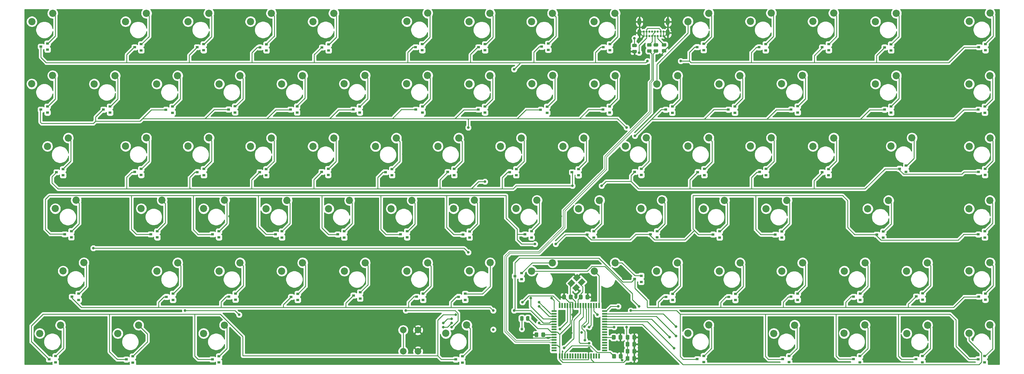
<source format=gbl>
G04 #@! TF.GenerationSoftware,KiCad,Pcbnew,(5.1.9)-1*
G04 #@! TF.CreationDate,2022-05-27T18:47:02+02:00*
G04 #@! TF.ProjectId,sofaboard,736f6661-626f-4617-9264-2e6b69636164,rev?*
G04 #@! TF.SameCoordinates,Original*
G04 #@! TF.FileFunction,Copper,L2,Bot*
G04 #@! TF.FilePolarity,Positive*
%FSLAX46Y46*%
G04 Gerber Fmt 4.6, Leading zero omitted, Abs format (unit mm)*
G04 Created by KiCad (PCBNEW (5.1.9)-1) date 2022-05-27 18:47:02*
%MOMM*%
%LPD*%
G01*
G04 APERTURE LIST*
G04 #@! TA.AperFunction,ComponentPad*
%ADD10O,1.108000X2.216000*%
G04 #@! TD*
G04 #@! TA.AperFunction,ComponentPad*
%ADD11C,0.650000*%
G04 #@! TD*
G04 #@! TA.AperFunction,ComponentPad*
%ADD12C,2.200000*%
G04 #@! TD*
G04 #@! TA.AperFunction,SMDPad,CuDef*
%ADD13C,0.100000*%
G04 #@! TD*
G04 #@! TA.AperFunction,SMDPad,CuDef*
%ADD14R,0.900000X0.800000*%
G04 #@! TD*
G04 #@! TA.AperFunction,ComponentPad*
%ADD15C,2.000000*%
G04 #@! TD*
G04 #@! TA.AperFunction,SMDPad,CuDef*
%ADD16R,0.550000X1.500000*%
G04 #@! TD*
G04 #@! TA.AperFunction,SMDPad,CuDef*
%ADD17R,1.500000X0.550000*%
G04 #@! TD*
G04 #@! TA.AperFunction,ViaPad*
%ADD18C,0.800000*%
G04 #@! TD*
G04 #@! TA.AperFunction,Conductor*
%ADD19C,0.250000*%
G04 #@! TD*
G04 #@! TA.AperFunction,Conductor*
%ADD20C,0.200000*%
G04 #@! TD*
G04 #@! TA.AperFunction,Conductor*
%ADD21C,0.254000*%
G04 #@! TD*
G04 #@! TA.AperFunction,Conductor*
%ADD22C,0.100000*%
G04 #@! TD*
G04 APERTURE END LIST*
G04 #@! TA.AperFunction,SMDPad,CuDef*
G36*
G01*
X202440001Y109820000D02*
X201539999Y109820000D01*
G75*
G02*
X201290000Y110069999I0J249999D01*
G01*
X201290000Y110595001D01*
G75*
G02*
X201539999Y110845000I249999J0D01*
G01*
X202440001Y110845000D01*
G75*
G02*
X202690000Y110595001I0J-249999D01*
G01*
X202690000Y110069999D01*
G75*
G02*
X202440001Y109820000I-249999J0D01*
G01*
G37*
G04 #@! TD.AperFunction*
G04 #@! TA.AperFunction,SMDPad,CuDef*
G36*
G01*
X202440001Y107995000D02*
X201539999Y107995000D01*
G75*
G02*
X201290000Y108244999I0J249999D01*
G01*
X201290000Y108770001D01*
G75*
G02*
X201539999Y109020000I249999J0D01*
G01*
X202440001Y109020000D01*
G75*
G02*
X202690000Y108770001I0J-249999D01*
G01*
X202690000Y108244999D01*
G75*
G02*
X202440001Y107995000I-249999J0D01*
G01*
G37*
G04 #@! TD.AperFunction*
G04 #@! TA.AperFunction,SMDPad,CuDef*
G36*
G01*
X200430001Y109805000D02*
X199529999Y109805000D01*
G75*
G02*
X199280000Y110054999I0J249999D01*
G01*
X199280000Y110580001D01*
G75*
G02*
X199529999Y110830000I249999J0D01*
G01*
X200430001Y110830000D01*
G75*
G02*
X200680000Y110580001I0J-249999D01*
G01*
X200680000Y110054999D01*
G75*
G02*
X200430001Y109805000I-249999J0D01*
G01*
G37*
G04 #@! TD.AperFunction*
G04 #@! TA.AperFunction,SMDPad,CuDef*
G36*
G01*
X200430001Y107980000D02*
X199529999Y107980000D01*
G75*
G02*
X199280000Y108229999I0J249999D01*
G01*
X199280000Y108755001D01*
G75*
G02*
X199529999Y109005000I249999J0D01*
G01*
X200430001Y109005000D01*
G75*
G02*
X200680000Y108755001I0J-249999D01*
G01*
X200680000Y108229999D01*
G75*
G02*
X200430001Y107980000I-249999J0D01*
G01*
G37*
G04 #@! TD.AperFunction*
D10*
X205620000Y117429000D03*
X196970000Y117429000D03*
X196970000Y114049000D03*
X205620000Y114049000D03*
D11*
X204270000Y114419000D03*
X203420000Y114419000D03*
X202570000Y114419000D03*
X201720000Y114419000D03*
X200870000Y114419000D03*
X200020000Y114419000D03*
X199170000Y114419000D03*
X198320000Y114419000D03*
X198320000Y113069000D03*
X199170000Y113069000D03*
X200020000Y113069000D03*
X200870000Y113069000D03*
X201720000Y113069000D03*
X202570000Y113069000D03*
X203420000Y113069000D03*
X204270000Y113069000D03*
G04 #@! TA.AperFunction,SMDPad,CuDef*
G36*
G01*
X161628500Y27247001D02*
X161628500Y26346999D01*
G75*
G02*
X161378501Y26097000I-249999J0D01*
G01*
X160853499Y26097000D01*
G75*
G02*
X160603500Y26346999I0J249999D01*
G01*
X160603500Y27247001D01*
G75*
G02*
X160853499Y27497000I249999J0D01*
G01*
X161378501Y27497000D01*
G75*
G02*
X161628500Y27247001I0J-249999D01*
G01*
G37*
G04 #@! TD.AperFunction*
G04 #@! TA.AperFunction,SMDPad,CuDef*
G36*
G01*
X163453500Y27247001D02*
X163453500Y26346999D01*
G75*
G02*
X163203501Y26097000I-249999J0D01*
G01*
X162678499Y26097000D01*
G75*
G02*
X162428500Y26346999I0J249999D01*
G01*
X162428500Y27247001D01*
G75*
G02*
X162678499Y27497000I249999J0D01*
G01*
X163203501Y27497000D01*
G75*
G02*
X163453500Y27247001I0J-249999D01*
G01*
G37*
G04 #@! TD.AperFunction*
G04 #@! TA.AperFunction,SMDPad,CuDef*
G36*
G01*
X195903001Y109643500D02*
X195002999Y109643500D01*
G75*
G02*
X194753000Y109893499I0J249999D01*
G01*
X194753000Y110418501D01*
G75*
G02*
X195002999Y110668500I249999J0D01*
G01*
X195903001Y110668500D01*
G75*
G02*
X196153000Y110418501I0J-249999D01*
G01*
X196153000Y109893499D01*
G75*
G02*
X195903001Y109643500I-249999J0D01*
G01*
G37*
G04 #@! TD.AperFunction*
G04 #@! TA.AperFunction,SMDPad,CuDef*
G36*
G01*
X195903001Y107818500D02*
X195002999Y107818500D01*
G75*
G02*
X194753000Y108068499I0J249999D01*
G01*
X194753000Y108593501D01*
G75*
G02*
X195002999Y108843500I249999J0D01*
G01*
X195903001Y108843500D01*
G75*
G02*
X196153000Y108593501I0J-249999D01*
G01*
X196153000Y108068499D01*
G75*
G02*
X195903001Y107818500I-249999J0D01*
G01*
G37*
G04 #@! TD.AperFunction*
G04 #@! TA.AperFunction,SMDPad,CuDef*
G36*
G01*
X204920001Y109850500D02*
X204019999Y109850500D01*
G75*
G02*
X203770000Y110100499I0J249999D01*
G01*
X203770000Y110625501D01*
G75*
G02*
X204019999Y110875500I249999J0D01*
G01*
X204920001Y110875500D01*
G75*
G02*
X205170000Y110625501I0J-249999D01*
G01*
X205170000Y110100499D01*
G75*
G02*
X204920001Y109850500I-249999J0D01*
G01*
G37*
G04 #@! TD.AperFunction*
G04 #@! TA.AperFunction,SMDPad,CuDef*
G36*
G01*
X204920001Y108025500D02*
X204019999Y108025500D01*
G75*
G02*
X203770000Y108275499I0J249999D01*
G01*
X203770000Y108800501D01*
G75*
G02*
X204019999Y109050500I249999J0D01*
G01*
X204920001Y109050500D01*
G75*
G02*
X205170000Y108800501I0J-249999D01*
G01*
X205170000Y108275499D01*
G75*
G02*
X204920001Y108025500I-249999J0D01*
G01*
G37*
G04 #@! TD.AperFunction*
D12*
X27610000Y43840000D03*
X21260000Y41300000D03*
G04 #@! TA.AperFunction,SMDPad,CuDef*
D13*
G36*
X179430066Y39076226D02*
G01*
X180490726Y38015566D01*
X179217934Y36742774D01*
X178157274Y37803434D01*
X179430066Y39076226D01*
G37*
G04 #@! TD.AperFunction*
G04 #@! TA.AperFunction,SMDPad,CuDef*
G36*
X177733010Y37379170D02*
G01*
X178793670Y36318510D01*
X177520878Y35045718D01*
X176460218Y36106378D01*
X177733010Y37379170D01*
G37*
G04 #@! TD.AperFunction*
G04 #@! TA.AperFunction,SMDPad,CuDef*
G36*
X176318797Y38793383D02*
G01*
X177379457Y37732723D01*
X176106665Y36459931D01*
X175046005Y37520591D01*
X176318797Y38793383D01*
G37*
G04 #@! TD.AperFunction*
G04 #@! TA.AperFunction,SMDPad,CuDef*
G36*
X178015853Y40490440D02*
G01*
X179076513Y39429780D01*
X177803721Y38156988D01*
X176743061Y39217648D01*
X178015853Y40490440D01*
G37*
G04 #@! TD.AperFunction*
D14*
X302200000Y15310000D03*
X302200000Y13410000D03*
X300200000Y14360000D03*
X283240000Y15320000D03*
X283240000Y13420000D03*
X281240000Y14370000D03*
X264190000Y15330000D03*
X264190000Y13430000D03*
X262190000Y14380000D03*
X242600000Y15350000D03*
X242600000Y13450000D03*
X240600000Y14400000D03*
X216590000Y15370000D03*
X216590000Y13470000D03*
X214590000Y14420000D03*
X142970000Y15240000D03*
X142970000Y13340000D03*
X140970000Y14290000D03*
X68790000Y15290000D03*
X68790000Y13390000D03*
X66790000Y14340000D03*
X42540000Y15240000D03*
X42540000Y13340000D03*
X40540000Y14290000D03*
X18990000Y15310000D03*
X18990000Y13410000D03*
X16990000Y14360000D03*
X302410000Y34410000D03*
X302410000Y32510000D03*
X300410000Y33460000D03*
X283330000Y34460000D03*
X283330000Y32560000D03*
X281330000Y33510000D03*
X264250000Y34380000D03*
X264250000Y32480000D03*
X262250000Y33430000D03*
X245190000Y34380000D03*
X245190000Y32480000D03*
X243190000Y33430000D03*
X226200000Y34320000D03*
X226200000Y32420000D03*
X224200000Y33370000D03*
X207070000Y34340000D03*
X207070000Y32440000D03*
X205070000Y33390000D03*
X197500000Y39850000D03*
X197500000Y37950000D03*
X195500000Y38900000D03*
X161020000Y40700000D03*
X161020000Y38800000D03*
X159020000Y39750000D03*
X143850000Y34360000D03*
X143850000Y32460000D03*
X141850000Y33410000D03*
X131020000Y34370000D03*
X131020000Y32470000D03*
X129020000Y33420000D03*
X111820000Y34780000D03*
X111820000Y32880000D03*
X109820000Y33830000D03*
X92790000Y34350000D03*
X92790000Y32450000D03*
X90790000Y33400000D03*
X73820000Y34430000D03*
X73820000Y32530000D03*
X71820000Y33480000D03*
X54760000Y34360000D03*
X54760000Y32460000D03*
X52760000Y33410000D03*
X25980000Y34380000D03*
X25980000Y32480000D03*
X23980000Y33430000D03*
X302260000Y53420000D03*
X302260000Y51520000D03*
X300260000Y52470000D03*
X271310000Y53390000D03*
X271310000Y51490000D03*
X269310000Y52440000D03*
X240350000Y53390000D03*
X240350000Y51490000D03*
X238350000Y52440000D03*
X221400000Y53410000D03*
X221400000Y51510000D03*
X219400000Y52460000D03*
X202320000Y53470000D03*
X202320000Y51570000D03*
X200320000Y52520000D03*
X183060000Y53410000D03*
X183060000Y51510000D03*
X181060000Y52460000D03*
X164070000Y53430000D03*
X164070000Y51530000D03*
X162070000Y52480000D03*
X145170000Y53400000D03*
X145170000Y51500000D03*
X143170000Y52450000D03*
X126120000Y53450000D03*
X126120000Y51550000D03*
X124120000Y52500000D03*
X106980000Y53420000D03*
X106980000Y51520000D03*
X104980000Y52470000D03*
X87990000Y53430000D03*
X87990000Y51530000D03*
X85990000Y52480000D03*
X68780000Y53460000D03*
X68780000Y51560000D03*
X66780000Y52510000D03*
X49990000Y53460000D03*
X49990000Y51560000D03*
X47990000Y52510000D03*
X23760000Y53480000D03*
X23760000Y51580000D03*
X21760000Y52530000D03*
X302320000Y72490000D03*
X302320000Y70590000D03*
X300320000Y71540000D03*
X278260000Y73480000D03*
X278260000Y71580000D03*
X276260000Y72530000D03*
X254630000Y72430000D03*
X254630000Y70530000D03*
X252630000Y71480000D03*
X235590000Y72470000D03*
X235590000Y70570000D03*
X233590000Y71520000D03*
X216740000Y72460000D03*
X216740000Y70560000D03*
X214740000Y71510000D03*
X197540000Y72510000D03*
X197540000Y70610000D03*
X195540000Y71560000D03*
X178400000Y72410000D03*
X178400000Y70510000D03*
X176400000Y71460000D03*
X159400000Y72450000D03*
X159400000Y70550000D03*
X157400000Y71500000D03*
X140510000Y72470000D03*
X140510000Y70570000D03*
X138510000Y71520000D03*
X121540000Y72440000D03*
X121540000Y70540000D03*
X119540000Y71490000D03*
X102080000Y72510000D03*
X102080000Y70610000D03*
X100080000Y71560000D03*
X83190000Y72440000D03*
X83190000Y70540000D03*
X81190000Y71490000D03*
X64180000Y72460000D03*
X64180000Y70560000D03*
X62180000Y71510000D03*
X45070000Y72500000D03*
X45070000Y70600000D03*
X43070000Y71550000D03*
X21260000Y72440000D03*
X21260000Y70540000D03*
X19260000Y71490000D03*
X302260000Y91530000D03*
X302260000Y89630000D03*
X300260000Y90580000D03*
X273690000Y91540000D03*
X273690000Y89640000D03*
X271690000Y90590000D03*
X245190000Y91590000D03*
X245190000Y89690000D03*
X243190000Y90640000D03*
X226070000Y91530000D03*
X226070000Y89630000D03*
X224070000Y90580000D03*
X206980000Y91520000D03*
X206980000Y89620000D03*
X204980000Y90570000D03*
X187860000Y91560000D03*
X187860000Y89660000D03*
X185860000Y90610000D03*
X168820000Y91500000D03*
X168820000Y89600000D03*
X166820000Y90550000D03*
X149870000Y91550000D03*
X149870000Y89650000D03*
X147870000Y90600000D03*
X130790000Y91540000D03*
X130790000Y89640000D03*
X128790000Y90590000D03*
X111710000Y91550000D03*
X111710000Y89650000D03*
X109710000Y90600000D03*
X92600000Y91580000D03*
X92600000Y89680000D03*
X90600000Y90630000D03*
X73690000Y91600000D03*
X73690000Y89700000D03*
X71690000Y90650000D03*
X54610000Y91510000D03*
X54610000Y89610000D03*
X52610000Y90560000D03*
X35570000Y91540000D03*
X35570000Y89640000D03*
X33570000Y90590000D03*
X16500000Y91550000D03*
X16500000Y89650000D03*
X14500000Y90600000D03*
X302440000Y110610000D03*
X302440000Y108710000D03*
X300440000Y109660000D03*
X273680000Y110550000D03*
X273680000Y108650000D03*
X271680000Y109600000D03*
X254680000Y110600000D03*
X254680000Y108700000D03*
X252680000Y109650000D03*
X235440000Y110570000D03*
X235440000Y108670000D03*
X233440000Y109620000D03*
X216550000Y110650000D03*
X216550000Y108750000D03*
X214550000Y109700000D03*
X187970000Y110600000D03*
X187970000Y108700000D03*
X185970000Y109650000D03*
X169160000Y110740000D03*
X169160000Y108840000D03*
X167160000Y109790000D03*
X149900000Y110590000D03*
X149900000Y108690000D03*
X147900000Y109640000D03*
X130730000Y110600000D03*
X130730000Y108700000D03*
X128730000Y109650000D03*
X102210000Y110550000D03*
X102210000Y108650000D03*
X100210000Y109600000D03*
X83250000Y110550000D03*
X83250000Y108650000D03*
X81250000Y109600000D03*
X64120000Y110600000D03*
X64120000Y108700000D03*
X62120000Y109650000D03*
X45080000Y110570000D03*
X45080000Y108670000D03*
X43080000Y109620000D03*
X16510000Y110790000D03*
X16510000Y108890000D03*
X14510000Y109840000D03*
D12*
X265720000Y24790000D03*
X259370000Y22250000D03*
X275260000Y120020000D03*
X268910000Y117480000D03*
D15*
X129440000Y23270000D03*
X124940000Y23270000D03*
X129440000Y16770000D03*
X124940000Y16770000D03*
D12*
X18090000Y120020000D03*
X11740000Y117480000D03*
X141890000Y81930000D03*
X135540000Y79390000D03*
X246690000Y43810000D03*
X240340000Y41270000D03*
X184780000Y62880000D03*
X178430000Y60340000D03*
X303830000Y43850000D03*
X297480000Y41310000D03*
X284780000Y43830000D03*
X278430000Y41290000D03*
X44280000Y24770000D03*
X37930000Y22230000D03*
X189540000Y43830000D03*
X183190000Y41290000D03*
X237160000Y81940000D03*
X230810000Y79400000D03*
X265740000Y43830000D03*
X259390000Y41290000D03*
X241920000Y62870000D03*
X235570000Y60330000D03*
X75230000Y43820000D03*
X68880000Y41280000D03*
X303820000Y24790000D03*
X297470000Y22250000D03*
X189540000Y100980000D03*
X183190000Y98440000D03*
X132390000Y43830000D03*
X126040000Y41290000D03*
X56200000Y43830000D03*
X49850000Y41290000D03*
X284800000Y24760000D03*
X278450000Y22220000D03*
X113330000Y100990000D03*
X106980000Y98450000D03*
X108580000Y62870000D03*
X102230000Y60330000D03*
G04 #@! TA.AperFunction,SMDPad,CuDef*
G36*
G01*
X194810000Y18469999D02*
X194810000Y19370001D01*
G75*
G02*
X195059999Y19620000I249999J0D01*
G01*
X195710001Y19620000D01*
G75*
G02*
X195960000Y19370001I0J-249999D01*
G01*
X195960000Y18469999D01*
G75*
G02*
X195710001Y18220000I-249999J0D01*
G01*
X195059999Y18220000D01*
G75*
G02*
X194810000Y18469999I0J249999D01*
G01*
G37*
G04 #@! TD.AperFunction*
G04 #@! TA.AperFunction,SMDPad,CuDef*
G36*
G01*
X192760000Y18469999D02*
X192760000Y19370001D01*
G75*
G02*
X193009999Y19620000I249999J0D01*
G01*
X193660001Y19620000D01*
G75*
G02*
X193910000Y19370001I0J-249999D01*
G01*
X193910000Y18469999D01*
G75*
G02*
X193660001Y18220000I-249999J0D01*
G01*
X193009999Y18220000D01*
G75*
G02*
X192760000Y18469999I0J249999D01*
G01*
G37*
G04 #@! TD.AperFunction*
X280030000Y81950000D03*
X273680000Y79410000D03*
X103800000Y81930000D03*
X97450000Y79390000D03*
X203840000Y62900000D03*
X197490000Y60360000D03*
X256210000Y81930000D03*
X249860000Y79390000D03*
X65720000Y81940000D03*
X59370000Y79400000D03*
X256190000Y120040000D03*
X249840000Y117500000D03*
X132380000Y100990000D03*
X126030000Y98450000D03*
G04 #@! TA.AperFunction,SMDPad,CuDef*
G36*
G01*
X194830000Y16329999D02*
X194830000Y17230001D01*
G75*
G02*
X195079999Y17480000I249999J0D01*
G01*
X195730001Y17480000D01*
G75*
G02*
X195980000Y17230001I0J-249999D01*
G01*
X195980000Y16329999D01*
G75*
G02*
X195730001Y16080000I-249999J0D01*
G01*
X195079999Y16080000D01*
G75*
G02*
X194830000Y16329999I0J249999D01*
G01*
G37*
G04 #@! TD.AperFunction*
G04 #@! TA.AperFunction,SMDPad,CuDef*
G36*
G01*
X192780000Y16329999D02*
X192780000Y17230001D01*
G75*
G02*
X193029999Y17480000I249999J0D01*
G01*
X193680001Y17480000D01*
G75*
G02*
X193930000Y17230001I0J-249999D01*
G01*
X193930000Y16329999D01*
G75*
G02*
X193680001Y16080000I-249999J0D01*
G01*
X193029999Y16080000D01*
G75*
G02*
X192780000Y16329999I0J249999D01*
G01*
G37*
G04 #@! TD.AperFunction*
X303810000Y62860000D03*
X297460000Y60320000D03*
X208580000Y43820000D03*
X202230000Y41280000D03*
X170450000Y120000000D03*
X164100000Y117460000D03*
X20480000Y24780000D03*
X14130000Y22240000D03*
X113350000Y43820000D03*
X107000000Y41280000D03*
X70460000Y24780000D03*
X64110000Y22240000D03*
X75220000Y100970000D03*
X68870000Y98430000D03*
X144300000Y24790000D03*
X137950000Y22250000D03*
X122850000Y81900000D03*
X116500000Y79360000D03*
X146650000Y62900000D03*
X140300000Y60360000D03*
G04 #@! TA.AperFunction,SMDPad,CuDef*
G36*
G01*
X194835000Y20599999D02*
X194835000Y21500001D01*
G75*
G02*
X195084999Y21750000I249999J0D01*
G01*
X195735001Y21750000D01*
G75*
G02*
X195985000Y21500001I0J-249999D01*
G01*
X195985000Y20599999D01*
G75*
G02*
X195735001Y20350000I-249999J0D01*
G01*
X195084999Y20350000D01*
G75*
G02*
X194835000Y20599999I0J249999D01*
G01*
G37*
G04 #@! TD.AperFunction*
G04 #@! TA.AperFunction,SMDPad,CuDef*
G36*
G01*
X192785000Y20599999D02*
X192785000Y21500001D01*
G75*
G02*
X193034999Y21750000I249999J0D01*
G01*
X193685001Y21750000D01*
G75*
G02*
X193935000Y21500001I0J-249999D01*
G01*
X193935000Y20599999D01*
G75*
G02*
X193685001Y20350000I-249999J0D01*
G01*
X193034999Y20350000D01*
G75*
G02*
X192785000Y20599999I0J249999D01*
G01*
G37*
G04 #@! TD.AperFunction*
X170500000Y100990000D03*
X164150000Y98450000D03*
X208590000Y100980000D03*
X202240000Y98440000D03*
X237150000Y120040000D03*
X230800000Y117500000D03*
X94280000Y43830000D03*
X87930000Y41290000D03*
X89530000Y62860000D03*
X83180000Y60320000D03*
G04 #@! TA.AperFunction,SMDPad,CuDef*
G36*
G01*
X194815000Y14139999D02*
X194815000Y15040001D01*
G75*
G02*
X195064999Y15290000I249999J0D01*
G01*
X195715001Y15290000D01*
G75*
G02*
X195965000Y15040001I0J-249999D01*
G01*
X195965000Y14139999D01*
G75*
G02*
X195715001Y13890000I-249999J0D01*
G01*
X195064999Y13890000D01*
G75*
G02*
X194815000Y14139999I0J249999D01*
G01*
G37*
G04 #@! TD.AperFunction*
G04 #@! TA.AperFunction,SMDPad,CuDef*
G36*
G01*
X192765000Y14139999D02*
X192765000Y15040001D01*
G75*
G02*
X193014999Y15290000I249999J0D01*
G01*
X193665001Y15290000D01*
G75*
G02*
X193915000Y15040001I0J-249999D01*
G01*
X193915000Y14139999D01*
G75*
G02*
X193665001Y13890000I-249999J0D01*
G01*
X193014999Y13890000D01*
G75*
G02*
X192765000Y14139999I0J249999D01*
G01*
G37*
G04 #@! TD.AperFunction*
D16*
X172630000Y15330000D03*
X173430000Y15330000D03*
X174230000Y15330000D03*
X175030000Y15330000D03*
X175830000Y15330000D03*
X176630000Y15330000D03*
X177430000Y15330000D03*
X178230000Y15330000D03*
X179030000Y15330000D03*
X179830000Y15330000D03*
X180630000Y15330000D03*
X181430000Y15330000D03*
X182230000Y15330000D03*
X183030000Y15330000D03*
X183830000Y15330000D03*
X184630000Y15330000D03*
D17*
X186330000Y17030000D03*
X186330000Y17830000D03*
X186330000Y18630000D03*
X186330000Y19430000D03*
X186330000Y20230000D03*
X186330000Y21030000D03*
X186330000Y21830000D03*
X186330000Y22630000D03*
X186330000Y23430000D03*
X186330000Y24230000D03*
X186330000Y25030000D03*
X186330000Y25830000D03*
X186330000Y26630000D03*
X186330000Y27430000D03*
X186330000Y28230000D03*
X186330000Y29030000D03*
D16*
X184630000Y30730000D03*
X183830000Y30730000D03*
X183030000Y30730000D03*
X182230000Y30730000D03*
X181430000Y30730000D03*
X180630000Y30730000D03*
X179830000Y30730000D03*
X179030000Y30730000D03*
X178230000Y30730000D03*
X177430000Y30730000D03*
X176630000Y30730000D03*
X175830000Y30730000D03*
X175030000Y30730000D03*
X174230000Y30730000D03*
X173430000Y30730000D03*
X172630000Y30730000D03*
D17*
X170930000Y29030000D03*
X170930000Y28230000D03*
X170930000Y27430000D03*
X170930000Y26630000D03*
X170930000Y25830000D03*
X170930000Y25030000D03*
X170930000Y24230000D03*
X170930000Y23430000D03*
X170930000Y22630000D03*
X170930000Y21830000D03*
X170930000Y21030000D03*
X170930000Y20230000D03*
X170930000Y19430000D03*
X170930000Y18630000D03*
X170930000Y17830000D03*
X170930000Y17030000D03*
D12*
X18080000Y100990000D03*
X11730000Y98450000D03*
G04 #@! TA.AperFunction,SMDPad,CuDef*
G36*
G01*
X175469205Y32891788D02*
X175469205Y33791790D01*
G75*
G02*
X175719204Y34041789I249999J0D01*
G01*
X176369206Y34041789D01*
G75*
G02*
X176619205Y33791790I0J-249999D01*
G01*
X176619205Y32891788D01*
G75*
G02*
X176369206Y32641789I-249999J0D01*
G01*
X175719204Y32641789D01*
G75*
G02*
X175469205Y32891788I0J249999D01*
G01*
G37*
G04 #@! TD.AperFunction*
G04 #@! TA.AperFunction,SMDPad,CuDef*
G36*
G01*
X173419205Y32891788D02*
X173419205Y33791790D01*
G75*
G02*
X173669204Y34041789I249999J0D01*
G01*
X174319206Y34041789D01*
G75*
G02*
X174569205Y33791790I0J-249999D01*
G01*
X174569205Y32891788D01*
G75*
G02*
X174319206Y32641789I-249999J0D01*
G01*
X173669204Y32641789D01*
G75*
G02*
X173419205Y32891788I0J249999D01*
G01*
G37*
G04 #@! TD.AperFunction*
X94270000Y100980000D03*
X87920000Y98440000D03*
X170480000Y43830000D03*
X164130000Y41290000D03*
X84760000Y81910000D03*
X78410000Y79370000D03*
X132390000Y120040000D03*
X126040000Y117500000D03*
X151420000Y120020000D03*
X145070000Y117480000D03*
X272890000Y62860000D03*
X266540000Y60320000D03*
G04 #@! TA.AperFunction,SMDPad,CuDef*
G36*
G01*
X166165000Y22280001D02*
X166165000Y21379999D01*
G75*
G02*
X165915001Y21130000I-249999J0D01*
G01*
X165264999Y21130000D01*
G75*
G02*
X165015000Y21379999I0J249999D01*
G01*
X165015000Y22280001D01*
G75*
G02*
X165264999Y22530000I249999J0D01*
G01*
X165915001Y22530000D01*
G75*
G02*
X166165000Y22280001I0J-249999D01*
G01*
G37*
G04 #@! TD.AperFunction*
G04 #@! TA.AperFunction,SMDPad,CuDef*
G36*
G01*
X168215000Y22280001D02*
X168215000Y21379999D01*
G75*
G02*
X167965001Y21130000I-249999J0D01*
G01*
X167314999Y21130000D01*
G75*
G02*
X167065000Y21379999I0J249999D01*
G01*
X167065000Y22280001D01*
G75*
G02*
X167314999Y22530000I249999J0D01*
G01*
X167965001Y22530000D01*
G75*
G02*
X168215000Y22280001I0J-249999D01*
G01*
G37*
G04 #@! TD.AperFunction*
X246680000Y101000000D03*
X240330000Y98460000D03*
X303840000Y120060000D03*
X297490000Y117520000D03*
X222870000Y62860000D03*
X216520000Y60320000D03*
X275260000Y100980000D03*
X268910000Y98440000D03*
G04 #@! TA.AperFunction,SMDPad,CuDef*
G36*
G01*
X190605000Y20599999D02*
X190605000Y21500001D01*
G75*
G02*
X190854999Y21750000I249999J0D01*
G01*
X191505001Y21750000D01*
G75*
G02*
X191755000Y21500001I0J-249999D01*
G01*
X191755000Y20599999D01*
G75*
G02*
X191505001Y20350000I-249999J0D01*
G01*
X190854999Y20350000D01*
G75*
G02*
X190605000Y20599999I0J249999D01*
G01*
G37*
G04 #@! TD.AperFunction*
G04 #@! TA.AperFunction,SMDPad,CuDef*
G36*
G01*
X188555000Y20599999D02*
X188555000Y21500001D01*
G75*
G02*
X188804999Y21750000I249999J0D01*
G01*
X189455001Y21750000D01*
G75*
G02*
X189705000Y21500001I0J-249999D01*
G01*
X189705000Y20599999D01*
G75*
G02*
X189455001Y20350000I-249999J0D01*
G01*
X188804999Y20350000D01*
G75*
G02*
X188555000Y20599999I0J249999D01*
G01*
G37*
G04 #@! TD.AperFunction*
X218100000Y120030000D03*
X211750000Y117490000D03*
X151430000Y100980000D03*
X145080000Y98440000D03*
X303830000Y100970000D03*
X297480000Y98430000D03*
X180020000Y81920000D03*
X173670000Y79380000D03*
X25230000Y62890000D03*
X18880000Y60350000D03*
X199050000Y81950000D03*
X192700000Y79410000D03*
X227630000Y100970000D03*
X221280000Y98430000D03*
X218100000Y24790000D03*
X211750000Y22250000D03*
X46660000Y81950000D03*
X40310000Y79410000D03*
X151440000Y43840000D03*
X145090000Y41300000D03*
X189520000Y120000000D03*
X183170000Y117460000D03*
X51430000Y62900000D03*
X45080000Y60360000D03*
X218100000Y81940000D03*
X211750000Y79400000D03*
G04 #@! TA.AperFunction,SMDPad,CuDef*
G36*
G01*
X179649205Y33791790D02*
X179649205Y32891788D01*
G75*
G02*
X179399206Y32641789I-249999J0D01*
G01*
X178749204Y32641789D01*
G75*
G02*
X178499205Y32891788I0J249999D01*
G01*
X178499205Y33791790D01*
G75*
G02*
X178749204Y34041789I249999J0D01*
G01*
X179399206Y34041789D01*
G75*
G02*
X179649205Y33791790I0J-249999D01*
G01*
G37*
G04 #@! TD.AperFunction*
G04 #@! TA.AperFunction,SMDPad,CuDef*
G36*
G01*
X181699205Y33791790D02*
X181699205Y32891788D01*
G75*
G02*
X181449206Y32641789I-249999J0D01*
G01*
X180799204Y32641789D01*
G75*
G02*
X180549205Y32891788I0J249999D01*
G01*
X180549205Y33791790D01*
G75*
G02*
X180799204Y34041789I249999J0D01*
G01*
X181449206Y34041789D01*
G75*
G02*
X181699205Y33791790I0J-249999D01*
G01*
G37*
G04 #@! TD.AperFunction*
X46670000Y120020000D03*
X40320000Y117480000D03*
X65700000Y120020000D03*
X59350000Y117480000D03*
X56180000Y100970000D03*
X49830000Y98430000D03*
X303840000Y81920000D03*
X297490000Y79380000D03*
X160960000Y81930000D03*
X154610000Y79390000D03*
X244300000Y24780000D03*
X237950000Y22240000D03*
X84740000Y120030000D03*
X78390000Y117490000D03*
X103800000Y120030000D03*
X97450000Y117490000D03*
X37120000Y100960000D03*
X30770000Y98420000D03*
X22850000Y81930000D03*
X16500000Y79390000D03*
G04 #@! TA.AperFunction,SMDPad,CuDef*
G36*
G01*
X190705000Y14789999D02*
X190705000Y15690001D01*
G75*
G02*
X190954999Y15940000I249999J0D01*
G01*
X191605001Y15940000D01*
G75*
G02*
X191855000Y15690001I0J-249999D01*
G01*
X191855000Y14789999D01*
G75*
G02*
X191605001Y14540000I-249999J0D01*
G01*
X190954999Y14540000D01*
G75*
G02*
X190705000Y14789999I0J249999D01*
G01*
G37*
G04 #@! TD.AperFunction*
G04 #@! TA.AperFunction,SMDPad,CuDef*
G36*
G01*
X188655000Y14789999D02*
X188655000Y15690001D01*
G75*
G02*
X188904999Y15940000I249999J0D01*
G01*
X189555001Y15940000D01*
G75*
G02*
X189805000Y15690001I0J-249999D01*
G01*
X189805000Y14789999D01*
G75*
G02*
X189555001Y14540000I-249999J0D01*
G01*
X188904999Y14540000D01*
G75*
G02*
X188655000Y14789999I0J249999D01*
G01*
G37*
G04 #@! TD.AperFunction*
X165720000Y62890000D03*
X159370000Y60350000D03*
X70470000Y62890000D03*
X64120000Y60350000D03*
X127640000Y62880000D03*
X121290000Y60340000D03*
X227640000Y43810000D03*
X221290000Y41270000D03*
D18*
X179290000Y22570000D03*
X203200000Y107061000D03*
X196850000Y107950000D03*
X193040000Y24130000D03*
X251560000Y22730000D03*
X176200000Y22380000D03*
X158980000Y15540000D03*
X150140000Y20200000D03*
X201422000Y35052000D03*
X181230000Y23030000D03*
X290750000Y22490000D03*
X158900000Y18060000D03*
X195270000Y86680000D03*
X197280000Y68530000D03*
X190790000Y32930000D03*
X32070000Y23600000D03*
X51960000Y23160000D03*
X201690000Y47930000D03*
X174040000Y26260000D03*
X228920000Y22650000D03*
X172800000Y37190000D03*
X160470000Y21730000D03*
X272280000Y23400000D03*
X23620000Y115650000D03*
X28290000Y115860000D03*
X33170000Y115860000D03*
X50640000Y116060000D03*
X56330000Y115860000D03*
X69340000Y116060000D03*
X73810000Y116260000D03*
X88640000Y116260000D03*
X92300000Y116260000D03*
X107130000Y116260000D03*
X111400000Y116060000D03*
X114040000Y115860000D03*
X118310000Y116060000D03*
X121560000Y116060000D03*
X136770000Y116760000D03*
X140560000Y116970000D03*
X155820000Y116970000D03*
X159400000Y116970000D03*
X175080000Y116760000D03*
X178650000Y117280000D03*
X194240000Y120020000D03*
X194450000Y118550000D03*
X194450000Y116130000D03*
X195610000Y114440000D03*
X206375000Y110998000D03*
X206870000Y114860000D03*
X207610000Y117180000D03*
X207610000Y119710000D03*
X222240000Y116340000D03*
X226660000Y116130000D03*
X241180000Y116440000D03*
X245180000Y116440000D03*
X260140000Y116020000D03*
X263930000Y116130000D03*
X279190000Y116130000D03*
X283720000Y116230000D03*
X288140000Y116230000D03*
X292660000Y116440000D03*
X22000000Y97000000D03*
X26000000Y97000000D03*
X41000000Y97000000D03*
X45000000Y97000000D03*
X60000000Y97000000D03*
X64000000Y97000000D03*
X79000000Y97000000D03*
X83000000Y97000000D03*
X97000000Y97000000D03*
X101000000Y97000000D03*
X116000000Y97000000D03*
X120000000Y97000000D03*
X136000000Y97000000D03*
X140000000Y97000000D03*
X155000000Y97000000D03*
X159000000Y97000000D03*
X173000000Y97000000D03*
X177000000Y97000000D03*
X192000000Y97000000D03*
X198000000Y97000000D03*
X211000000Y97000000D03*
X215000000Y97000000D03*
X230000000Y97000000D03*
X235000000Y97000000D03*
X250000000Y97000000D03*
X254000000Y97000000D03*
X258000000Y97000000D03*
X262000000Y97000000D03*
X278000000Y97000000D03*
X282000000Y97000000D03*
X286000000Y97000000D03*
X292000000Y97000000D03*
X306000000Y97000000D03*
X306000000Y116000000D03*
X12000000Y77000000D03*
X26000000Y77000000D03*
X30000000Y77000000D03*
X34000000Y77000000D03*
X38000000Y77000000D03*
X49000000Y77000000D03*
X57000000Y77000000D03*
X53000000Y77000000D03*
X68000000Y77000000D03*
X77000000Y77000000D03*
X72000000Y77000000D03*
X87000000Y77000000D03*
X96000000Y77000000D03*
X92000000Y77000000D03*
X106000000Y77000000D03*
X115000000Y77000000D03*
X111000000Y77000000D03*
X125000000Y77000000D03*
X134000000Y77000000D03*
X130000000Y77000000D03*
X145000000Y77000000D03*
X148000000Y77000000D03*
X151000000Y77000000D03*
X164000000Y77000000D03*
X172000000Y77000000D03*
X168000000Y77000000D03*
X184000000Y77000000D03*
X190000000Y77000000D03*
X204000000Y77000000D03*
X209000000Y77000000D03*
X222000000Y77000000D03*
X228000000Y77000000D03*
X241000000Y77000000D03*
X246000000Y77000000D03*
X259000000Y77000000D03*
X263000000Y77000000D03*
X267000000Y77000000D03*
X283000000Y77000000D03*
X295000000Y77000000D03*
X289000000Y77000000D03*
X12000000Y58000000D03*
X28000000Y58000000D03*
X40000000Y58000000D03*
X34000000Y58000000D03*
X54000000Y58000000D03*
X59000000Y58000000D03*
X72000000Y58000000D03*
X79000000Y58000000D03*
X76000000Y58000000D03*
X93000000Y58000000D03*
X98000000Y58000000D03*
X111000000Y58000000D03*
X116000000Y58000000D03*
X130000000Y58000000D03*
X136000000Y58000000D03*
X149000000Y58000000D03*
X155000000Y58000000D03*
X169000000Y58000000D03*
X173000000Y58000000D03*
X189000000Y58000000D03*
X193000000Y58000000D03*
X206000000Y58000000D03*
X211000000Y58000000D03*
X226000000Y58000000D03*
X230000000Y58000000D03*
X246000000Y58000000D03*
X252000000Y58000000D03*
X257000000Y58000000D03*
X264000000Y58000000D03*
X276000000Y58000000D03*
X294000000Y58000000D03*
X290000000Y58000000D03*
X280000000Y58000000D03*
X285000000Y58000000D03*
X12000000Y39000000D03*
X17000000Y39000000D03*
X31000000Y39000000D03*
X36000000Y39000000D03*
X41000000Y39000000D03*
X47000000Y39000000D03*
X59000000Y39000000D03*
X64000000Y39000000D03*
X78000000Y39000000D03*
X85000000Y39000000D03*
X97000000Y39000000D03*
X104000000Y39000000D03*
X116000000Y39000000D03*
X122000000Y39000000D03*
X135000000Y39000000D03*
X139000000Y39000000D03*
X154000000Y39000000D03*
X192000000Y39000000D03*
X212000000Y39000000D03*
X216000000Y39000000D03*
X230000000Y39000000D03*
X235000000Y39000000D03*
X250000000Y39000000D03*
X256000000Y39000000D03*
X269000000Y39000000D03*
X275000000Y39000000D03*
X287000000Y39000000D03*
X295000000Y39000000D03*
X78000000Y20000000D03*
X118000000Y20000000D03*
X201000000Y17000000D03*
X85090000Y19050000D03*
X111760000Y19050000D03*
X105410000Y21590000D03*
X91440000Y21590000D03*
X99060000Y20320000D03*
X184150000Y21590000D03*
X181610000Y17780000D03*
X176555000Y27940000D03*
X191732347Y14105000D03*
X21844000Y61976000D03*
X47752000Y62611000D03*
X67056000Y62357000D03*
X62230000Y56642000D03*
X43434000Y56515000D03*
X17145000Y56007000D03*
X85725000Y62484000D03*
X81915000Y57023000D03*
X105410000Y62484000D03*
X124460000Y62103000D03*
X119380000Y56896000D03*
X143129000Y62611000D03*
X173482000Y42926000D03*
X214503000Y56769000D03*
X219583000Y62103000D03*
X233680000Y56515000D03*
X238633000Y62357000D03*
X87884000Y13716000D03*
X119380000Y13716000D03*
X64008000Y17399000D03*
X67183000Y25654000D03*
X162560000Y22606000D03*
X177546000Y33655000D03*
X176022000Y40132000D03*
X182372000Y37084000D03*
X199390000Y105410000D03*
X209550000Y105410000D03*
X170180000Y33020000D03*
X158750000Y102870000D03*
X193040000Y85090000D03*
X195580000Y82550000D03*
X166370000Y31750000D03*
X144780000Y85090000D03*
X185420000Y67310000D03*
X176530000Y67310000D03*
X166370000Y30480000D03*
X149860000Y68580000D03*
X171450000Y49530000D03*
X165100000Y49530000D03*
X163830000Y33020000D03*
X152400000Y29210000D03*
X158750000Y29210000D03*
X194310000Y29210000D03*
X166370000Y25400000D03*
X140970000Y27940000D03*
X161290000Y31750000D03*
X144780000Y46990000D03*
X30480000Y48260000D03*
X173990000Y17780000D03*
X74930000Y27940000D03*
X58420000Y29210000D03*
X181610000Y19230001D03*
X180340000Y20200001D03*
X180179505Y24290495D03*
X139700000Y26670000D03*
X137160000Y25400000D03*
X184150000Y27940000D03*
X196850000Y30480000D03*
X189230000Y24130000D03*
X190500000Y30480000D03*
X208090000Y24350000D03*
X208080000Y21430000D03*
X206210000Y21060000D03*
X207530000Y17700000D03*
X181610000Y24130000D03*
X139700000Y24130000D03*
X125730000Y29210000D03*
X172720000Y23565495D03*
X152400000Y23425010D03*
X139700000Y25400000D03*
X137160000Y24130000D03*
X195453000Y112395000D03*
X161106495Y23565495D03*
D19*
X172630000Y17930000D02*
X172630000Y21930000D01*
X172630000Y21930000D02*
X171930000Y22630000D01*
X183180000Y13380000D02*
X182230000Y14330000D01*
X172630000Y17930000D02*
X171930000Y18630000D01*
X193360000Y21050000D02*
X193360000Y18945000D01*
X192130000Y13380000D02*
X193340000Y14590000D01*
X193340000Y16765000D02*
X193355000Y16780000D01*
X193340000Y14590000D02*
X193340000Y16765000D01*
X182230000Y14330000D02*
X182230000Y15330000D01*
X171930000Y18630000D02*
X170930000Y18630000D01*
X193360000Y18945000D02*
X193335000Y18920000D01*
X183180000Y13380000D02*
X192130000Y13380000D01*
X172630000Y14330000D02*
X172630000Y15330000D01*
X183180000Y13380000D02*
X173580000Y13380000D01*
X173580000Y13380000D02*
X172630000Y14330000D01*
X193335000Y18920000D02*
X193335000Y16800000D01*
X172630000Y15330000D02*
X172630000Y17930000D01*
X193335000Y16800000D02*
X193355000Y16780000D01*
X171930000Y22630000D02*
X170930000Y22630000D01*
X175830000Y25130000D02*
X172630000Y21930000D01*
X175830000Y30730000D02*
X175830000Y25130000D01*
X196850000Y110158190D02*
X196850000Y107950000D01*
X193040000Y24130000D02*
X193040000Y21370000D01*
X193040000Y21370000D02*
X193360000Y21050000D01*
X199170000Y112478190D02*
X199170000Y113069000D01*
X196850000Y110158190D02*
X199170000Y112478190D01*
X199170000Y113069000D02*
X199170000Y114419000D01*
X203420000Y113069000D02*
X203420000Y114419000D01*
X199170000Y114878619D02*
X199136000Y114912619D01*
X199170000Y114419000D02*
X199170000Y114878619D01*
X199136000Y114912619D02*
X199136000Y115062000D01*
X199136000Y115062000D02*
X199517000Y115443000D01*
X203420000Y114878619D02*
X203420000Y114419000D01*
X202855619Y115443000D02*
X203420000Y114878619D01*
X199517000Y115443000D02*
X202855619Y115443000D01*
X170119998Y22630000D02*
X170930000Y22630000D01*
X169000998Y23749000D02*
X170119998Y22630000D01*
X165989000Y23749000D02*
X162941000Y26797000D01*
X169000998Y23749000D02*
X165989000Y23749000D01*
X173430000Y15330000D02*
X173430000Y16330000D01*
X176630000Y31730000D02*
X176600000Y31760000D01*
X176630000Y30730000D02*
X176630000Y31730000D01*
X173430000Y16330000D02*
X173420000Y16340000D01*
X173430000Y16330000D02*
X173430000Y16790000D01*
X169470000Y21030000D02*
X169459201Y21019201D01*
X169470000Y21030000D02*
X169120010Y20680010D01*
X169620000Y21030000D02*
X169470000Y21030000D01*
X170930000Y21030000D02*
X169620000Y21030000D01*
X181430000Y17600000D02*
X181610000Y17780000D01*
X181430000Y15330000D02*
X181430000Y17600000D01*
X160570000Y21830000D02*
X160470000Y21730000D01*
X165590000Y21830000D02*
X160570000Y21830000D01*
X181430000Y14330000D02*
X181430000Y15330000D01*
X181354999Y14254999D02*
X181430000Y14330000D01*
X173505001Y14254999D02*
X181354999Y14254999D01*
X173430000Y14330000D02*
X173505001Y14254999D01*
X173430000Y15330000D02*
X173430000Y14330000D01*
X176200000Y22945685D02*
X176200000Y22380000D01*
X176280010Y26266418D02*
X176280010Y23025695D01*
X176280010Y23025695D02*
X176200000Y22945685D01*
X176555000Y26541408D02*
X176280010Y26266418D01*
X176555000Y27940000D02*
X176555000Y26541408D01*
X174617577Y32718417D02*
X173994205Y33341789D01*
X175530993Y31805001D02*
X174617577Y32718417D01*
X176554999Y31805001D02*
X175530993Y31805001D01*
X176630000Y31730000D02*
X176554999Y31805001D01*
X176630000Y28015000D02*
X176555000Y27940000D01*
X176630000Y29310000D02*
X176630000Y30730000D01*
X176630000Y29310000D02*
X176630000Y28015000D01*
X160869999Y21330001D02*
X160470000Y21730000D01*
X161395010Y20804990D02*
X160869999Y21330001D01*
X168203180Y20804990D02*
X161395010Y20804990D01*
X168428190Y21030000D02*
X168203180Y20804990D01*
X170930000Y21030000D02*
X168428190Y21030000D01*
X191280000Y15240000D02*
X191280000Y14557347D01*
X191280000Y14557347D02*
X191732347Y14105000D01*
X204470000Y108331000D02*
X203200000Y107061000D01*
X204470000Y108538000D02*
X204470000Y108331000D01*
X206375000Y110443000D02*
X206375000Y110998000D01*
X204470000Y108538000D02*
X206375000Y110443000D01*
X197340000Y114419000D02*
X196970000Y114049000D01*
X198320000Y114419000D02*
X197340000Y114419000D01*
X205250000Y114419000D02*
X205620000Y114049000D01*
X204270000Y114419000D02*
X205250000Y114419000D01*
X204640000Y113069000D02*
X205620000Y114049000D01*
X204270000Y113069000D02*
X204640000Y113069000D01*
X197950000Y113069000D02*
X196970000Y114049000D01*
X198320000Y113069000D02*
X197950000Y113069000D01*
X198320000Y114419000D02*
X198320000Y113069000D01*
X204270000Y114419000D02*
X204270000Y113069000D01*
X178230000Y32497584D02*
X178230000Y30730000D01*
X179074205Y33341789D02*
X178230000Y32497584D01*
X179647076Y36471951D02*
X179647076Y34867076D01*
X178939970Y37179057D02*
X179647076Y36471951D01*
X179074205Y34294205D02*
X179074205Y33341789D01*
X179647076Y34867076D02*
X179074205Y34294205D01*
X176534205Y33831789D02*
X176044205Y33341789D01*
X177430000Y31955994D02*
X177430000Y30730000D01*
X176044205Y33341789D02*
X177430000Y31955994D01*
X175828700Y33557294D02*
X176044205Y33341789D01*
X175828700Y37461900D02*
X175828700Y33557294D01*
X174230000Y16330000D02*
X174230000Y15330000D01*
X181958001Y18505001D02*
X176405001Y18505001D01*
X176405001Y18505001D02*
X174230000Y16330000D01*
X184033003Y16429999D02*
X181958001Y18505001D01*
X188040001Y16429999D02*
X184033003Y16429999D01*
X189230000Y15240000D02*
X188040001Y16429999D01*
X170910000Y21810000D02*
X170930000Y21830000D01*
X167640000Y21830000D02*
X170930000Y21830000D01*
X18910000Y119200000D02*
X18090000Y120020000D01*
X18910000Y113017000D02*
X18910000Y119200000D01*
X16637000Y110744000D02*
X18910000Y113017000D01*
X126340000Y104900000D02*
X145560000Y104900000D01*
X40640000Y104900000D02*
X59720000Y104900000D01*
X59720000Y104900000D02*
X78860000Y104900000D01*
X250420000Y104900000D02*
X269280000Y104900000D01*
X231030000Y104900000D02*
X250420000Y104900000D01*
X78860000Y104900000D02*
X97820000Y104900000D01*
X97820000Y104900000D02*
X126340000Y104900000D01*
X183390000Y104900000D02*
X198880000Y104900000D01*
X198880000Y104900000D02*
X199390000Y105410000D01*
X164740000Y104900000D02*
X183390000Y104900000D01*
X209550000Y105410000D02*
X212090000Y105410000D01*
X170930000Y29030000D02*
X170930000Y32270000D01*
X170930000Y32270000D02*
X170180000Y33020000D01*
X160530000Y104650000D02*
X160530000Y104900000D01*
X158750000Y102870000D02*
X160530000Y104650000D01*
X145560000Y104900000D02*
X160530000Y104900000D01*
X160530000Y104900000D02*
X164740000Y104900000D01*
X296040000Y109660000D02*
X300228000Y109660000D01*
X291280000Y104900000D02*
X296040000Y109660000D01*
X269280000Y104900000D02*
X291280000Y104900000D01*
X269280000Y107101000D02*
X269280000Y104900000D01*
X271653000Y109474000D02*
X269280000Y107101000D01*
X250280000Y105040000D02*
X250420000Y104900000D01*
X250280000Y107073000D02*
X250280000Y105040000D01*
X252857000Y109650000D02*
X250280000Y107073000D01*
X231030000Y108010000D02*
X231030000Y104900000D01*
X232621000Y109601000D02*
X231030000Y108010000D01*
X233426000Y109601000D02*
X232621000Y109601000D01*
X212160000Y105467000D02*
X212727000Y104900000D01*
X212160000Y108090000D02*
X212160000Y105467000D01*
X212727000Y104900000D02*
X231030000Y104900000D01*
X213770000Y109700000D02*
X212160000Y108090000D01*
X214503000Y109700000D02*
X213770000Y109700000D01*
X183580000Y104900000D02*
X183390000Y104900000D01*
X183580000Y108040000D02*
X183580000Y104900000D01*
X185190000Y109650000D02*
X183580000Y108040000D01*
X185928000Y109650000D02*
X185190000Y109650000D01*
X166425000Y109855000D02*
X164740000Y108170000D01*
X164740000Y108170000D02*
X164740000Y104900000D01*
X167132000Y109855000D02*
X166425000Y109855000D01*
X145500000Y104960000D02*
X145560000Y104900000D01*
X145500000Y107439000D02*
X145500000Y104960000D01*
X147701000Y109640000D02*
X145500000Y107439000D01*
X126340000Y108040000D02*
X126340000Y104900000D01*
X127950000Y109650000D02*
X126340000Y108040000D01*
X128651000Y109650000D02*
X127950000Y109650000D01*
X97810000Y104910000D02*
X97820000Y104900000D01*
X97810000Y107335000D02*
X97810000Y104910000D01*
X100076000Y109601000D02*
X97810000Y107335000D01*
X78860000Y107990000D02*
X78860000Y104900000D01*
X80471000Y109601000D02*
X78860000Y107990000D01*
X81153000Y109601000D02*
X80471000Y109601000D01*
X59720000Y107218000D02*
X59720000Y104900000D01*
X62103000Y109601000D02*
X59720000Y107218000D01*
X40680000Y104940000D02*
X40640000Y104900000D01*
X40680000Y107374000D02*
X40680000Y104940000D01*
X42926000Y109620000D02*
X40680000Y107374000D01*
X16131000Y104900000D02*
X40640000Y104900000D01*
X14478000Y106553000D02*
X16131000Y104900000D01*
X14478000Y109601000D02*
X14478000Y106553000D01*
X47480000Y119210000D02*
X46670000Y120020000D01*
X47480000Y112885000D02*
X47480000Y119210000D01*
X45085000Y110490000D02*
X47480000Y112885000D01*
X66520000Y119200000D02*
X65700000Y120020000D01*
X66520000Y112875000D02*
X66520000Y119200000D01*
X64262000Y110617000D02*
X66520000Y112875000D01*
X85650000Y119120000D02*
X84740000Y120030000D01*
X85650000Y113082000D02*
X85650000Y119120000D01*
X83185000Y110617000D02*
X85650000Y113082000D01*
X104610000Y119220000D02*
X103800000Y120030000D01*
X104610000Y112738000D02*
X104610000Y119220000D01*
X102362000Y110490000D02*
X104610000Y112738000D01*
X133130000Y119300000D02*
X132390000Y120040000D01*
X133130000Y112683000D02*
X133130000Y119300000D01*
X130937000Y110490000D02*
X133130000Y112683000D01*
X152300000Y119140000D02*
X151420000Y120020000D01*
X152300000Y112676000D02*
X152300000Y119140000D01*
X150114000Y110490000D02*
X152300000Y112676000D01*
X171560000Y118890000D02*
X170450000Y120000000D01*
X171560000Y113013000D02*
X171560000Y118890000D01*
X169291000Y110744000D02*
X171560000Y113013000D01*
X190370000Y119150000D02*
X189520000Y120000000D01*
X190370000Y112900000D02*
X190370000Y119150000D01*
X187960000Y110490000D02*
X190370000Y112900000D01*
X218950000Y119180000D02*
X218100000Y120030000D01*
X218950000Y112905000D02*
X218950000Y119180000D01*
X216662000Y110617000D02*
X218950000Y112905000D01*
X237840000Y119350000D02*
X237150000Y120040000D01*
X237840000Y112999000D02*
X237840000Y119350000D01*
X235458000Y110617000D02*
X237840000Y112999000D01*
X257080000Y119150000D02*
X256190000Y120040000D01*
X257080000Y112935000D02*
X257080000Y119150000D01*
X254762000Y110617000D02*
X257080000Y112935000D01*
X276080000Y119200000D02*
X275260000Y120020000D01*
X276080000Y112885000D02*
X276080000Y119200000D01*
X273685000Y110490000D02*
X276080000Y112885000D01*
X304840000Y119060000D02*
X303840000Y120060000D01*
X304840000Y113070000D02*
X304840000Y119060000D01*
X302387000Y110617000D02*
X304840000Y113070000D01*
X18900000Y100170000D02*
X18080000Y100990000D01*
X18900000Y93830000D02*
X18900000Y100170000D01*
X16637000Y91567000D02*
X18900000Y93830000D01*
X31170000Y87050000D02*
X44700000Y87050000D01*
X45500000Y87850000D02*
X64490000Y87850000D01*
X44700000Y87050000D02*
X45500000Y87850000D01*
X64490000Y87850000D02*
X83420000Y87850000D01*
X83420000Y87850000D02*
X102560000Y87850000D01*
X102560000Y87850000D02*
X121650000Y87850000D01*
X121650000Y87850000D02*
X140720000Y87850000D01*
X159720000Y87850000D02*
X178700000Y87850000D01*
X178700000Y87850000D02*
X190280000Y87850000D01*
X190280000Y87850000D02*
X193040000Y85090000D01*
X200660000Y87630000D02*
X216720000Y87630000D01*
X195580000Y82550000D02*
X200660000Y87630000D01*
X216720000Y87630000D02*
X235780000Y87630000D01*
X235780000Y87630000D02*
X264160000Y87630000D01*
X170930000Y28230000D02*
X169930000Y28230000D01*
X169930000Y28230000D02*
X167640000Y30520000D01*
X167640000Y30520000D02*
X167600000Y30520000D01*
X167600000Y30520000D02*
X166370000Y31750000D01*
X144780000Y87630000D02*
X144560000Y87850000D01*
X144780000Y85090000D02*
X144780000Y87630000D01*
X140720000Y87850000D02*
X144560000Y87850000D01*
X144560000Y87850000D02*
X159720000Y87850000D01*
X30480000Y86360000D02*
X31170000Y87050000D01*
X14740000Y86360000D02*
X30480000Y86360000D01*
X14351000Y86749000D02*
X14740000Y86360000D01*
X14351000Y90297000D02*
X14351000Y86749000D01*
X31170000Y88320000D02*
X33401000Y90551000D01*
X31170000Y87050000D02*
X31170000Y88320000D01*
X48201000Y90551000D02*
X52705000Y90551000D01*
X45500000Y87850000D02*
X48201000Y90551000D01*
X67290000Y90650000D02*
X71628000Y90650000D01*
X64490000Y87850000D02*
X67290000Y90650000D01*
X86121000Y90551000D02*
X90551000Y90551000D01*
X83420000Y87850000D02*
X86121000Y90551000D01*
X105261000Y90551000D02*
X109855000Y90551000D01*
X102560000Y87850000D02*
X105261000Y90551000D01*
X124390000Y90590000D02*
X128651000Y90590000D01*
X121650000Y87850000D02*
X124390000Y90590000D01*
X143421000Y90551000D02*
X147955000Y90551000D01*
X140720000Y87850000D02*
X143421000Y90551000D01*
X162421000Y90551000D02*
X166751000Y90551000D01*
X159720000Y87850000D02*
X162421000Y90551000D01*
X181460000Y90610000D02*
X185801000Y90610000D01*
X178700000Y87850000D02*
X181460000Y90610000D01*
X203600000Y90570000D02*
X204851000Y90570000D01*
X200660000Y87630000D02*
X203600000Y90570000D01*
X219670000Y90580000D02*
X224028000Y90580000D01*
X216720000Y87630000D02*
X219670000Y90580000D01*
X238701000Y90551000D02*
X243205000Y90551000D01*
X235780000Y87630000D02*
X238701000Y90551000D01*
X267251000Y90551000D02*
X271653000Y90551000D01*
X264330000Y87630000D02*
X267251000Y90551000D01*
X264160000Y87630000D02*
X264330000Y87630000D01*
X295831000Y90551000D02*
X300228000Y90551000D01*
X292910000Y87630000D02*
X295831000Y90551000D01*
X264160000Y87630000D02*
X292910000Y87630000D01*
X37970000Y100110000D02*
X37120000Y100960000D01*
X37970000Y93850000D02*
X37970000Y100110000D01*
X35687000Y91567000D02*
X37970000Y93850000D01*
X57010000Y100140000D02*
X56180000Y100970000D01*
X57010000Y93840000D02*
X57010000Y100140000D01*
X54737000Y91567000D02*
X57010000Y93840000D01*
X76090000Y100100000D02*
X75220000Y100970000D01*
X76090000Y93870000D02*
X76090000Y100100000D01*
X73787000Y91567000D02*
X76090000Y93870000D01*
X95000000Y100250000D02*
X94270000Y100980000D01*
X95000000Y94111000D02*
X95000000Y100250000D01*
X92583000Y91694000D02*
X95000000Y94111000D01*
X114110000Y100210000D02*
X113330000Y100990000D01*
X114110000Y93917000D02*
X114110000Y100210000D01*
X111633000Y91440000D02*
X114110000Y93917000D01*
X133190000Y100180000D02*
X132380000Y100990000D01*
X133190000Y93820000D02*
X133190000Y100180000D01*
X130810000Y91440000D02*
X133190000Y93820000D01*
X152270000Y100140000D02*
X151430000Y100980000D01*
X152270000Y93850000D02*
X152270000Y100140000D01*
X149860000Y91440000D02*
X152270000Y93850000D01*
X171220000Y100270000D02*
X170500000Y100990000D01*
X171220000Y93750000D02*
X171220000Y100270000D01*
X168910000Y91440000D02*
X171220000Y93750000D01*
X190260000Y100260000D02*
X189540000Y100980000D01*
X190260000Y93994000D02*
X190260000Y100260000D01*
X187833000Y91567000D02*
X190260000Y93994000D01*
X209380000Y100190000D02*
X208590000Y100980000D01*
X209380000Y93810000D02*
X209380000Y100190000D01*
X207010000Y91440000D02*
X209380000Y93810000D01*
X228470000Y100130000D02*
X227630000Y100970000D01*
X228470000Y94104000D02*
X228470000Y100130000D01*
X225806000Y91440000D02*
X228470000Y94104000D01*
X247590000Y93920000D02*
X247590000Y100090000D01*
X247590000Y100090000D02*
X246680000Y101000000D01*
X245237000Y91567000D02*
X247590000Y93920000D01*
X276090000Y100150000D02*
X275260000Y100980000D01*
X276090000Y93972000D02*
X276090000Y100150000D01*
X273685000Y91567000D02*
X276090000Y93972000D01*
X304660000Y100140000D02*
X303830000Y100970000D01*
X304660000Y93840000D02*
X304660000Y100140000D01*
X302387000Y91567000D02*
X304660000Y93840000D01*
X212440000Y66390000D02*
X231170000Y66390000D01*
X250230000Y66390000D02*
X260220000Y66390000D01*
X40650000Y66390000D02*
X60110000Y66390000D01*
X97680000Y66390000D02*
X117160000Y66390000D01*
X231170000Y66390000D02*
X250230000Y66390000D01*
X260220000Y66390000D02*
X260670000Y66390000D01*
X78830000Y66390000D02*
X97680000Y66390000D01*
X60110000Y66390000D02*
X78830000Y66390000D01*
X117160000Y66390000D02*
X136320000Y66390000D01*
X212440000Y66390000D02*
X196710000Y66390000D01*
X186795000Y68685000D02*
X185420000Y67310000D01*
X194415000Y68685000D02*
X186795000Y68685000D01*
X196710000Y66390000D02*
X194415000Y68685000D01*
X170930000Y27430000D02*
X169420000Y27430000D01*
X169420000Y27430000D02*
X166370000Y30480000D01*
X147890000Y68580000D02*
X145700000Y66390000D01*
X149860000Y68580000D02*
X147890000Y68580000D01*
X136320000Y66390000D02*
X145700000Y66390000D01*
X145700000Y66390000D02*
X155100000Y66390000D01*
X271860000Y72530000D02*
X265720000Y66390000D01*
X277535001Y70854999D02*
X275860000Y72530000D01*
X275860000Y72530000D02*
X271860000Y72530000D01*
X295234999Y70854999D02*
X277535001Y70854999D01*
X265720000Y66390000D02*
X260220000Y66390000D01*
X295920000Y71540000D02*
X295234999Y70854999D01*
X300355000Y71540000D02*
X295920000Y71540000D01*
X250230000Y68874000D02*
X250230000Y66390000D01*
X252730000Y71374000D02*
X250230000Y68874000D01*
X231170000Y69900000D02*
X231170000Y66390000D01*
X232771000Y71501000D02*
X231170000Y69900000D01*
X233680000Y71501000D02*
X232771000Y71501000D01*
X212340000Y66490000D02*
X212440000Y66390000D01*
X212340000Y69084000D02*
X212340000Y66490000D01*
X214757000Y71501000D02*
X212340000Y69084000D01*
X194415000Y70463000D02*
X195453000Y71501000D01*
X194415000Y68685000D02*
X194415000Y70463000D01*
X176530000Y67310000D02*
X176530000Y71460000D01*
X155100000Y69800000D02*
X155100000Y66390000D01*
X156800000Y71500000D02*
X155100000Y69800000D01*
X157353000Y71500000D02*
X156800000Y71500000D01*
X155131000Y66421000D02*
X155100000Y66390000D01*
X158496000Y66421000D02*
X155131000Y66421000D01*
X159385000Y67310000D02*
X158496000Y66421000D01*
X176530000Y67310000D02*
X159385000Y67310000D01*
X136110000Y69073000D02*
X136110000Y66600000D01*
X136110000Y66600000D02*
X136320000Y66390000D01*
X138557000Y71520000D02*
X136110000Y69073000D01*
X117160000Y69870000D02*
X117160000Y66390000D01*
X118791000Y71501000D02*
X117160000Y69870000D01*
X119507000Y71501000D02*
X118791000Y71501000D01*
X97680000Y69164000D02*
X97680000Y66390000D01*
X100076000Y71560000D02*
X97680000Y69164000D01*
X78790000Y66430000D02*
X78830000Y66390000D01*
X78790000Y69138000D02*
X78790000Y66430000D01*
X81026000Y71374000D02*
X78790000Y69138000D01*
X59840000Y66660000D02*
X60110000Y66390000D01*
X59840000Y69850000D02*
X59840000Y66660000D01*
X61500000Y71510000D02*
X59840000Y69850000D01*
X62357000Y71510000D02*
X61500000Y71510000D01*
X40650000Y69930000D02*
X40650000Y66390000D01*
X42221000Y71501000D02*
X40650000Y69930000D01*
X43180000Y71501000D02*
X42221000Y71501000D01*
X19716000Y66390000D02*
X40650000Y66390000D01*
X17907000Y68199000D02*
X19716000Y66390000D01*
X17907000Y70093000D02*
X17907000Y68199000D01*
X19304000Y71490000D02*
X17907000Y70093000D01*
X23660000Y81120000D02*
X22850000Y81930000D01*
X23660000Y74841000D02*
X23660000Y81120000D01*
X21209000Y72390000D02*
X23660000Y74841000D01*
X47470000Y81140000D02*
X46660000Y81950000D01*
X47470000Y74775000D02*
X47470000Y81140000D01*
X45085000Y72390000D02*
X47470000Y74775000D01*
X66580000Y81080000D02*
X65720000Y81940000D01*
X66580000Y74835000D02*
X66580000Y81080000D01*
X64135000Y72390000D02*
X66580000Y74835000D01*
X85590000Y81080000D02*
X84760000Y81910000D01*
X85590000Y74795000D02*
X85590000Y81080000D01*
X83185000Y72390000D02*
X85590000Y74795000D01*
X104480000Y81250000D02*
X103800000Y81930000D01*
X104480000Y74762000D02*
X104480000Y81250000D01*
X102108000Y72390000D02*
X104480000Y74762000D01*
X123940000Y80810000D02*
X122850000Y81900000D01*
X123940000Y74791000D02*
X123940000Y80810000D01*
X121539000Y72390000D02*
X123940000Y74791000D01*
X142910000Y80910000D02*
X141890000Y81930000D01*
X142910000Y74838000D02*
X142910000Y80910000D01*
X140462000Y72390000D02*
X142910000Y74838000D01*
X161800000Y81090000D02*
X160960000Y81930000D01*
X161800000Y74805000D02*
X161800000Y81090000D01*
X159385000Y72390000D02*
X161800000Y74805000D01*
X180800000Y74882000D02*
X180800000Y81140000D01*
X180800000Y81140000D02*
X180020000Y81920000D01*
X178308000Y72390000D02*
X180800000Y74882000D01*
X199940000Y81060000D02*
X199050000Y81950000D01*
X199940000Y74845000D02*
X199940000Y81060000D01*
X197612000Y72517000D02*
X199940000Y74845000D01*
X219140000Y80900000D02*
X218100000Y81940000D01*
X219140000Y74614000D02*
X219140000Y80900000D01*
X216916000Y72390000D02*
X219140000Y74614000D01*
X237990000Y81110000D02*
X237160000Y81940000D01*
X237990000Y74795000D02*
X237990000Y81110000D01*
X235585000Y72390000D02*
X237990000Y74795000D01*
X257030000Y81110000D02*
X256210000Y81930000D01*
X257030000Y74912000D02*
X257030000Y81110000D01*
X254635000Y72517000D02*
X257030000Y74912000D01*
X280660000Y81320000D02*
X280030000Y81950000D01*
X280660000Y75682000D02*
X280660000Y81320000D01*
X278384000Y73406000D02*
X280660000Y75682000D01*
X304720000Y81040000D02*
X303840000Y81920000D01*
X304720000Y74977000D02*
X304720000Y81040000D01*
X302260000Y72517000D02*
X304720000Y74977000D01*
X26160000Y61960000D02*
X25230000Y62890000D01*
X26160000Y55751000D02*
X26160000Y61960000D01*
X23876000Y53467000D02*
X26160000Y55751000D01*
X118160000Y64325001D02*
X138160000Y64325001D01*
X156310000Y57440000D02*
X156310000Y64325001D01*
X213290000Y64325001D02*
X232380000Y64325001D01*
X60970000Y64325001D02*
X80790000Y64325001D01*
X80790000Y64325001D02*
X100200000Y64325001D01*
X138160000Y64325001D02*
X156310000Y64325001D01*
X159670000Y52480000D02*
X159670000Y54080000D01*
X100200000Y64325001D02*
X118160000Y64325001D01*
X159670000Y54080000D02*
X156310000Y57440000D01*
X213290000Y54170000D02*
X213290000Y64325001D01*
X42070000Y64325001D02*
X60970000Y64325001D01*
X178660000Y52460000D02*
X174380000Y52460000D01*
X174380000Y52460000D02*
X171450000Y49530000D01*
X159670000Y50880000D02*
X159670000Y52480000D01*
X161020000Y49530000D02*
X159670000Y50880000D01*
X165100000Y49530000D02*
X161020000Y49530000D01*
X201595001Y50844999D02*
X210864999Y50844999D01*
X199920000Y52520000D02*
X201595001Y50844999D01*
X197920000Y52520000D02*
X199920000Y52520000D01*
X210864999Y50844999D02*
X213740000Y53720000D01*
X213740000Y53720000D02*
X213290000Y54170000D01*
X180660000Y52460000D02*
X178660000Y52460000D01*
X182335001Y50784999D02*
X180660000Y52460000D01*
X194184999Y50784999D02*
X182335001Y50784999D01*
X195920000Y52520000D02*
X194184999Y50784999D01*
X197920000Y52520000D02*
X195920000Y52520000D01*
X169930000Y26630000D02*
X169890000Y26670000D01*
X170930000Y26630000D02*
X169930000Y26630000D01*
X169890000Y26670000D02*
X167640000Y26670000D01*
X167640000Y26670000D02*
X163830000Y30480000D01*
X163830000Y30480000D02*
X163830000Y33020000D01*
X17025001Y64325001D02*
X42070000Y64325001D01*
X15840000Y63140000D02*
X17025001Y64325001D01*
X15840000Y54050000D02*
X15840000Y63140000D01*
X17312000Y52578000D02*
X15840000Y54050000D01*
X21844000Y52578000D02*
X17312000Y52578000D01*
X42070000Y54030000D02*
X42070000Y64325001D01*
X43590000Y52510000D02*
X42070000Y54030000D01*
X48006000Y52510000D02*
X43590000Y52510000D01*
X60970000Y53920000D02*
X60970000Y64325001D01*
X62439000Y52451000D02*
X60970000Y53920000D01*
X66675000Y52451000D02*
X62439000Y52451000D01*
X80790000Y54880000D02*
X80790000Y64325001D01*
X83190000Y52480000D02*
X80790000Y54880000D01*
X86106000Y52480000D02*
X83190000Y52480000D01*
X100200000Y54450000D02*
X100200000Y64325001D01*
X102199000Y52451000D02*
X100200000Y54450000D01*
X105029000Y52451000D02*
X102199000Y52451000D01*
X118160000Y54060000D02*
X118160000Y64325001D01*
X119769000Y52451000D02*
X118160000Y54060000D01*
X124079000Y52451000D02*
X119769000Y52451000D01*
X138160000Y54660000D02*
X138160000Y64325001D01*
X140369000Y52451000D02*
X138160000Y54660000D01*
X143129000Y52451000D02*
X140369000Y52451000D01*
X162070000Y52480000D02*
X159670000Y52480000D01*
X215000000Y52460000D02*
X213740000Y53720000D01*
X219329000Y52460000D02*
X215000000Y52460000D01*
X232380000Y54010000D02*
X232380000Y64325001D01*
X233939000Y52451000D02*
X232380000Y54010000D01*
X238252000Y52451000D02*
X233939000Y52451000D01*
X295860000Y52470000D02*
X300228000Y52470000D01*
X294154999Y50764999D02*
X295860000Y52470000D01*
X270585001Y50764999D02*
X294154999Y50764999D01*
X268910000Y52440000D02*
X270585001Y50764999D01*
X262588588Y52440000D02*
X268910000Y52440000D01*
X260430000Y54598588D02*
X262588588Y52440000D01*
X260430000Y62790000D02*
X260430000Y54598588D01*
X258894999Y64325001D02*
X260430000Y62790000D01*
X232380000Y64325001D02*
X258894999Y64325001D01*
X52390000Y61940000D02*
X51430000Y62900000D01*
X52390000Y55946000D02*
X52390000Y61940000D01*
X49911000Y53467000D02*
X52390000Y55946000D01*
X71180000Y62180000D02*
X70470000Y62890000D01*
X71180000Y55813000D02*
X71180000Y62180000D01*
X68834000Y53467000D02*
X71180000Y55813000D01*
X90390000Y62000000D02*
X89530000Y62860000D01*
X90390000Y55846000D02*
X90390000Y62000000D01*
X88011000Y53467000D02*
X90390000Y55846000D01*
X109380000Y62070000D02*
X108580000Y62870000D01*
X109380000Y55786000D02*
X109380000Y62070000D01*
X107061000Y53467000D02*
X109380000Y55786000D01*
X128520000Y62000000D02*
X127640000Y62880000D01*
X128520000Y55622000D02*
X128520000Y62000000D01*
X126365000Y53467000D02*
X128520000Y55622000D01*
X147570000Y61980000D02*
X146650000Y62900000D01*
X147570000Y55749000D02*
X147570000Y61980000D01*
X145288000Y53467000D02*
X147570000Y55749000D01*
X166470000Y62140000D02*
X165720000Y62890000D01*
X166470000Y55980000D02*
X166470000Y62140000D01*
X163957000Y53467000D02*
X166470000Y55980000D01*
X185460000Y62200000D02*
X184780000Y62880000D01*
X185460000Y55793000D02*
X185460000Y62200000D01*
X183007000Y53340000D02*
X185460000Y55793000D01*
X204720000Y62020000D02*
X203840000Y62900000D01*
X204720000Y55749000D02*
X204720000Y62020000D01*
X202438000Y53467000D02*
X204720000Y55749000D01*
X223800000Y61930000D02*
X222870000Y62860000D01*
X223800000Y55652000D02*
X223800000Y61930000D01*
X221488000Y53340000D02*
X223800000Y55652000D01*
X242750000Y62040000D02*
X241920000Y62870000D01*
X242750000Y55806000D02*
X242750000Y62040000D01*
X240411000Y53467000D02*
X242750000Y55806000D01*
X273710000Y62040000D02*
X272890000Y62860000D01*
X273710000Y55651000D02*
X273710000Y62040000D01*
X271399000Y53340000D02*
X273710000Y55651000D01*
X304660000Y62010000D02*
X303810000Y62860000D01*
X304660000Y55867000D02*
X304660000Y62010000D01*
X302260000Y53467000D02*
X304660000Y55867000D01*
X28380000Y43070000D02*
X27610000Y43840000D01*
X28380000Y36635000D02*
X28380000Y43070000D01*
X26162000Y34417000D02*
X28380000Y36635000D01*
X69400000Y30180000D02*
X88390000Y30180000D01*
X240770000Y30180000D02*
X259820000Y30180000D01*
X50380000Y30180000D02*
X69400000Y30180000D01*
X88390000Y30180000D02*
X107380000Y30180000D01*
X221750000Y30180000D02*
X240770000Y30180000D01*
X202660000Y30180000D02*
X221750000Y30180000D01*
X259820000Y30180000D02*
X279380010Y30180000D01*
X126600000Y30180000D02*
X139500000Y30180000D01*
X107380000Y30180000D02*
X107520000Y30180000D01*
X107520000Y30180000D02*
X126600000Y30180000D01*
X279380010Y30180000D02*
X279230000Y30180000D01*
X139500000Y30180000D02*
X151430000Y30180000D01*
X151430000Y30180000D02*
X152400000Y29210000D01*
X169930000Y25830000D02*
X169550011Y25450011D01*
X170930000Y25830000D02*
X169930000Y25830000D01*
X169550011Y25450011D02*
X167640000Y25450011D01*
X167640000Y25450011D02*
X163880011Y29210000D01*
X163880011Y29210000D02*
X158750000Y29210000D01*
X295951000Y33401000D02*
X300228000Y33401000D01*
X292730000Y30180000D02*
X295951000Y33401000D01*
X279230000Y30180000D02*
X292730000Y30180000D01*
X278930000Y30180000D02*
X279230000Y30180000D01*
X278930000Y31153000D02*
X278930000Y30180000D01*
X281178000Y33401000D02*
X278930000Y31153000D01*
X259820000Y31800000D02*
X259820000Y30180000D01*
X261450000Y33430000D02*
X259820000Y31800000D01*
X262128000Y33430000D02*
X261450000Y33430000D01*
X240770000Y31810000D02*
X240770000Y30180000D01*
X242361000Y33401000D02*
X240770000Y31810000D01*
X243205000Y33401000D02*
X242361000Y33401000D01*
X221750000Y31720000D02*
X221750000Y30180000D01*
X223400000Y33370000D02*
X221750000Y31720000D01*
X224028000Y33370000D02*
X223400000Y33370000D01*
X202660000Y31780000D02*
X202660000Y30180000D01*
X204270000Y33390000D02*
X202660000Y31780000D01*
X205105000Y33390000D02*
X204270000Y33390000D01*
X199340000Y32260000D02*
X199340000Y30230000D01*
X195580000Y36020000D02*
X199340000Y32260000D01*
X199340000Y30230000D02*
X199390000Y30180000D01*
X195580000Y38989000D02*
X195580000Y36020000D01*
X194564000Y37973000D02*
X195580000Y38989000D01*
X191897000Y37973000D02*
X194564000Y37973000D01*
X199390000Y30180000D02*
X202660000Y30180000D01*
X159004000Y43815000D02*
X160444001Y45255001D01*
X160444001Y45255001D02*
X184614999Y45255001D01*
X159004000Y29464000D02*
X159004000Y43815000D01*
X184614999Y45255001D02*
X191897000Y37973000D01*
X158750000Y29210000D02*
X159004000Y29464000D01*
X139500000Y31760000D02*
X139500000Y30180000D01*
X141141000Y33401000D02*
X139500000Y31760000D01*
X141859000Y33401000D02*
X141141000Y33401000D01*
X126600000Y31800000D02*
X126600000Y30180000D01*
X128220000Y33420000D02*
X126600000Y31800000D01*
X128905000Y33420000D02*
X128220000Y33420000D01*
X107420000Y30280000D02*
X107520000Y30180000D01*
X107420000Y31474000D02*
X107420000Y30280000D01*
X109855000Y33909000D02*
X107420000Y31474000D01*
X88390000Y30986000D02*
X88390000Y30180000D01*
X90805000Y33401000D02*
X88390000Y30986000D01*
X69400000Y31860000D02*
X69400000Y30180000D01*
X71020000Y33480000D02*
X69400000Y31860000D01*
X71755000Y33480000D02*
X71020000Y33480000D01*
X50380000Y31790000D02*
X50380000Y30180000D01*
X51991000Y33401000D02*
X50380000Y31790000D01*
X52705000Y33401000D02*
X51991000Y33401000D01*
X26830000Y30180000D02*
X50380000Y30180000D01*
X24003000Y33007000D02*
X26830000Y30180000D01*
X24003000Y33430000D02*
X24003000Y33007000D01*
X57160000Y36713000D02*
X57160000Y42870000D01*
X57160000Y42870000D02*
X56200000Y43830000D01*
X54864000Y34417000D02*
X57160000Y36713000D01*
X76220000Y42830000D02*
X75230000Y43820000D01*
X76220000Y36850000D02*
X76220000Y42830000D01*
X73787000Y34417000D02*
X76220000Y36850000D01*
X95190000Y42920000D02*
X94280000Y43830000D01*
X95190000Y36643000D02*
X95190000Y42920000D01*
X92964000Y34417000D02*
X95190000Y36643000D01*
X114170000Y43000000D02*
X113350000Y43820000D01*
X114220000Y42950000D02*
X113350000Y43820000D01*
X114220000Y37131000D02*
X114220000Y42950000D01*
X111887000Y34798000D02*
X114220000Y37131000D01*
X133420000Y42800000D02*
X132390000Y43830000D01*
X133420000Y36646000D02*
X133420000Y42800000D01*
X130937000Y34163000D02*
X133420000Y36646000D01*
X151440000Y36600000D02*
X151440000Y42284366D01*
X149130000Y34290000D02*
X151440000Y36600000D01*
X151440000Y42284366D02*
X151440000Y43840000D01*
X144018000Y34290000D02*
X149130000Y34290000D01*
X164226000Y43830000D02*
X161036000Y40640000D01*
X170480000Y43830000D02*
X164226000Y43830000D01*
X195580000Y39878000D02*
X197358000Y39878000D01*
X191628000Y43830000D02*
X195580000Y39878000D01*
X189540000Y43830000D02*
X191628000Y43830000D01*
X209470000Y42930000D02*
X208580000Y43820000D01*
X209470000Y36750000D02*
X209470000Y42930000D01*
X207137000Y34417000D02*
X209470000Y36750000D01*
X228600000Y42850000D02*
X227640000Y43810000D01*
X228600000Y36576000D02*
X228600000Y42850000D01*
X226441000Y34417000D02*
X228600000Y36576000D01*
X247590000Y36897000D02*
X247590000Y42910000D01*
X247590000Y42910000D02*
X246690000Y43810000D01*
X245237000Y34544000D02*
X247590000Y36897000D01*
X266650000Y42920000D02*
X265740000Y43830000D01*
X266650000Y36653000D02*
X266650000Y42920000D01*
X264414000Y34417000D02*
X266650000Y36653000D01*
X285730000Y42880000D02*
X284780000Y43830000D01*
X285730000Y36810000D02*
X285730000Y42880000D01*
X283464000Y34544000D02*
X285730000Y36810000D01*
X304810000Y42870000D02*
X303830000Y43850000D01*
X304810000Y36840000D02*
X304810000Y42870000D01*
X302387000Y34417000D02*
X304810000Y36840000D01*
X256860000Y28130000D02*
X235370000Y28130000D01*
X37740000Y14290000D02*
X35430000Y16600000D01*
X275960000Y28130000D02*
X256860000Y28130000D01*
X35430000Y16600000D02*
X35430000Y28130000D01*
X35430000Y28130000D02*
X15150000Y28130000D01*
X15150000Y28130000D02*
X11580000Y24560000D01*
X11580000Y24560000D02*
X11580000Y19680000D01*
X235370000Y28130000D02*
X209370000Y28130000D01*
X61400000Y28130000D02*
X35430000Y28130000D01*
X38140000Y14290000D02*
X37740000Y14290000D01*
X208290000Y29210000D02*
X203866410Y29210000D01*
X209370000Y28130000D02*
X208290000Y29210000D01*
X203866410Y29210000D02*
X194310000Y29210000D01*
X170900001Y25000001D02*
X170930000Y25030000D01*
X166769999Y25000001D02*
X170900001Y25000001D01*
X166370000Y25400000D02*
X166769999Y25000001D01*
X137160000Y27940000D02*
X135470000Y26250000D01*
X135470000Y15390000D02*
X135470000Y26250000D01*
X140970000Y27940000D02*
X137160000Y27940000D01*
X135470000Y15390000D02*
X76050000Y15390000D01*
X69219002Y28130000D02*
X61400000Y28130000D01*
X76050000Y21299002D02*
X69219002Y28130000D01*
X76050000Y15390000D02*
X76050000Y21299002D01*
X11670000Y19680000D02*
X16990000Y14360000D01*
X11580000Y19680000D02*
X11670000Y19680000D01*
X38140000Y14290000D02*
X40540000Y14290000D01*
X61400000Y15330000D02*
X61400000Y28130000D01*
X62390000Y14340000D02*
X61400000Y15330000D01*
X66664000Y14340000D02*
X62390000Y14340000D01*
X66675000Y14351000D02*
X66664000Y14340000D01*
X136509000Y14351000D02*
X135470000Y15390000D01*
X140970000Y14351000D02*
X136509000Y14351000D01*
X209370000Y15240000D02*
X209370000Y28130000D01*
X210259000Y14351000D02*
X209370000Y15240000D01*
X214630000Y14351000D02*
X210259000Y14351000D01*
X235370000Y15230000D02*
X235370000Y28130000D01*
X236249000Y14351000D02*
X235370000Y15230000D01*
X240538000Y14351000D02*
X236249000Y14351000D01*
X256860000Y15310000D02*
X256860000Y28130000D01*
X257790000Y14380000D02*
X256860000Y15310000D01*
X262128000Y14380000D02*
X257790000Y14380000D01*
X275960000Y15250000D02*
X275960000Y28130000D01*
X276859000Y14351000D02*
X275960000Y15250000D01*
X281178000Y14351000D02*
X276859000Y14351000D01*
X291630000Y28130000D02*
X275960000Y28130000D01*
X293450000Y26310000D02*
X291630000Y28130000D01*
X293450000Y18310000D02*
X293450000Y26310000D01*
X297409000Y14351000D02*
X293450000Y18310000D01*
X299974000Y14351000D02*
X297409000Y14351000D01*
X21390000Y23870000D02*
X20480000Y24780000D01*
X21390000Y17710000D02*
X21390000Y23870000D01*
X18990000Y15310000D02*
X21390000Y17710000D01*
X45080000Y17780000D02*
X42540000Y15240000D01*
X46990000Y19690000D02*
X45080000Y17780000D01*
X46990000Y22060000D02*
X46990000Y19690000D01*
X44280000Y24770000D02*
X46990000Y22060000D01*
X71190000Y24050000D02*
X70460000Y24780000D01*
X71190000Y17596000D02*
X71190000Y24050000D01*
X68961000Y15367000D02*
X71190000Y17596000D01*
X145370000Y23720000D02*
X144300000Y24790000D01*
X145370000Y17481000D02*
X145370000Y23720000D01*
X143129000Y15240000D02*
X145370000Y17481000D01*
X218990000Y23900000D02*
X218100000Y24790000D01*
X218990000Y17695000D02*
X218990000Y23900000D01*
X216662000Y15367000D02*
X218990000Y17695000D01*
X245000000Y24080000D02*
X244300000Y24780000D01*
X245000000Y17670000D02*
X245000000Y24080000D01*
X242697000Y15367000D02*
X245000000Y17670000D01*
X266590000Y23920000D02*
X265720000Y24790000D01*
X266590000Y17670000D02*
X266590000Y23920000D01*
X264287000Y15367000D02*
X266590000Y17670000D01*
X285640000Y23920000D02*
X284800000Y24760000D01*
X285640000Y17670000D02*
X285640000Y23920000D01*
X283337000Y15367000D02*
X285640000Y17670000D01*
X304600000Y24010000D02*
X303820000Y24790000D01*
X304600000Y17580000D02*
X304600000Y24010000D01*
X302387000Y15367000D02*
X304600000Y17580000D01*
X186350000Y21050000D02*
X186330000Y21030000D01*
X189130000Y21050000D02*
X186350000Y21050000D01*
X163285001Y33745001D02*
X161290000Y31750000D01*
X170614999Y33745001D02*
X163285001Y33745001D01*
X172630000Y30730000D02*
X172630000Y31730000D01*
X172630000Y31730000D02*
X170614999Y33745001D01*
X144780000Y46990000D02*
X143510000Y48260000D01*
X143510000Y48260000D02*
X30480000Y48260000D01*
X179030000Y30730000D02*
X179030000Y29730000D01*
X176925001Y20715001D02*
X173990000Y17780000D01*
X176925001Y26274999D02*
X176925001Y20715001D01*
X74930000Y27940000D02*
X73660000Y29210000D01*
X73660000Y29210000D02*
X58420000Y29210000D01*
X179030000Y28379998D02*
X179030000Y29730000D01*
X176925001Y26274999D02*
X179030000Y28379998D01*
X178564999Y26038001D02*
X178564999Y19555001D01*
X179830000Y30730000D02*
X179830000Y27303002D01*
X179830000Y27303002D02*
X178564999Y26038001D01*
X178889999Y19230001D02*
X181610000Y19230001D01*
X178564999Y19555001D02*
X178889999Y19230001D01*
X180630000Y29730000D02*
X180745001Y29614999D01*
X180630000Y30730000D02*
X180630000Y29730000D01*
X180745001Y29614999D02*
X180745001Y25928993D01*
X180745001Y25928993D02*
X179454504Y24638496D01*
X180340000Y22846998D02*
X180340000Y20200001D01*
X179454504Y23732494D02*
X180340000Y22846998D01*
X179454504Y24638496D02*
X179454504Y23732494D01*
X181430000Y30730000D02*
X181430000Y25540990D01*
X181430000Y25540990D02*
X180179505Y24290495D01*
X139700000Y26670000D02*
X138430000Y26670000D01*
X138430000Y26670000D02*
X137160000Y25400000D01*
X183030000Y30730000D02*
X183030000Y29060000D01*
X183030000Y29060000D02*
X184150000Y27940000D01*
X181080998Y41290000D02*
X182505999Y42715001D01*
X164130000Y41290000D02*
X181080998Y41290000D01*
X182505999Y42715001D02*
X186476001Y42715001D01*
X186476001Y42715001D02*
X194824999Y34366003D01*
X194824999Y34366003D02*
X194824999Y32505001D01*
X194824999Y32505001D02*
X196850000Y30480000D01*
X186430000Y24130000D02*
X186330000Y24230000D01*
X189230000Y24130000D02*
X186430000Y24130000D01*
X184630000Y39850000D02*
X183190000Y41290000D01*
X184630000Y30730000D02*
X184630000Y39850000D01*
X188255000Y30480000D02*
X190500000Y30480000D01*
X186330000Y29030000D02*
X186805000Y29030000D01*
X186805000Y29030000D02*
X188255000Y30480000D01*
X201936410Y28250000D02*
X204190000Y28250000D01*
X201916410Y28230000D02*
X201936410Y28250000D01*
X186330000Y28230000D02*
X201916410Y28230000D01*
X204190000Y28250000D02*
X208090000Y24350000D01*
X202240000Y98440000D02*
X202240000Y104450000D01*
X211750000Y113960000D02*
X211750000Y117490000D01*
X202240000Y104450000D02*
X211750000Y113960000D01*
X202080000Y27430000D02*
X208080000Y21430000D01*
X186330000Y27430000D02*
X202080000Y27430000D01*
X186330000Y26630000D02*
X200640000Y26630000D01*
X200640000Y26630000D02*
X206210000Y21060000D01*
X186330000Y25830000D02*
X199400000Y25830000D01*
X199400000Y25830000D02*
X207530000Y17700000D01*
X300466999Y12684999D02*
X301244000Y13462000D01*
X210239999Y12684999D02*
X300466999Y12684999D01*
X197894998Y25030000D02*
X210239999Y12684999D01*
X186330000Y25030000D02*
X197894998Y25030000D01*
X297470000Y20694366D02*
X297470000Y22250000D01*
X297470000Y20078998D02*
X297470000Y20694366D01*
X301244000Y16304998D02*
X297470000Y20078998D01*
X301244000Y13462000D02*
X301244000Y16304998D01*
X182230000Y30730000D02*
X182230000Y24750000D01*
X182230000Y24750000D02*
X181610000Y24130000D01*
X140773002Y29210000D02*
X125730000Y29210000D01*
X141695001Y28288001D02*
X140773002Y29210000D01*
X139700000Y24130000D02*
X141695001Y26125001D01*
X141695001Y26125001D02*
X141695001Y28288001D01*
X124940000Y16770000D02*
X124940000Y23270000D01*
X175030000Y30730000D02*
X175030000Y25875495D01*
X175030000Y25875495D02*
X172720000Y23565495D01*
X139700000Y25400000D02*
X138430000Y24130000D01*
X138430000Y24130000D02*
X137160000Y24130000D01*
D20*
X201202500Y99474502D02*
X200529999Y98802001D01*
X186915000Y76106800D02*
X186915000Y72296800D01*
X200529999Y98802001D02*
X200529999Y89721799D01*
X200529999Y89721799D02*
X186915000Y76106800D01*
X186915000Y72296800D02*
X174215000Y59596800D01*
X174215000Y59596800D02*
X174215000Y54516800D01*
X174215000Y54516800D02*
X166463200Y46765000D01*
X166463200Y46765000D02*
X157573200Y46765000D01*
X157573200Y46765000D02*
X156435000Y45626800D01*
X156435000Y45626800D02*
X156435000Y22953200D01*
X159333200Y20055000D02*
X169629999Y20055000D01*
X156435000Y22953200D02*
X159333200Y20055000D01*
X169629999Y20055000D02*
X169804999Y20230000D01*
X169804999Y20230000D02*
X170930000Y20230000D01*
D19*
X201202500Y107607500D02*
X201990000Y108395000D01*
X201202500Y99474502D02*
X201202500Y107607500D01*
D20*
X186465000Y76293200D02*
X186465000Y72483200D01*
X200080008Y89908208D02*
X186465000Y76293200D01*
X200752500Y99660884D02*
X200080008Y98988392D01*
X200080008Y98988392D02*
X200080008Y89908208D01*
X186465000Y72483200D02*
X173765000Y59783200D01*
X173765000Y59783200D02*
X173765000Y54703200D01*
X173765000Y54703200D02*
X166276800Y47215000D01*
X166276800Y47215000D02*
X157386800Y47215000D01*
X157386800Y47215000D02*
X155985000Y45813200D01*
X155985000Y45813200D02*
X155985000Y22766800D01*
X169629999Y19605000D02*
X169804999Y19430000D01*
X159146800Y19605000D02*
X169629999Y19605000D01*
X169804999Y19430000D02*
X170930000Y19430000D01*
X155985000Y22766800D02*
X159146800Y19605000D01*
D19*
X200752500Y107607500D02*
X199980000Y108380000D01*
X200752500Y99660884D02*
X200752500Y107607500D01*
X195453000Y110156000D02*
X195453000Y112395000D01*
X200870000Y111320000D02*
X200870000Y113069000D01*
X199980000Y110430000D02*
X200870000Y111320000D01*
X201720000Y114306998D02*
X201720000Y114419000D01*
X201069999Y113656997D02*
X201720000Y114306998D01*
X201069999Y113185999D02*
X201069999Y113656997D01*
X200953000Y113069000D02*
X201069999Y113185999D01*
X200870000Y113069000D02*
X200953000Y113069000D01*
X201720000Y110715000D02*
X201720000Y113069000D01*
X201990000Y110445000D02*
X201720000Y110715000D01*
X202570000Y112263000D02*
X202570000Y113069000D01*
X204470000Y110363000D02*
X202570000Y112263000D01*
X161116000Y23575000D02*
X161106495Y23565495D01*
X161116000Y26797000D02*
X161116000Y23575000D01*
D21*
X75290001Y20984199D02*
X75290000Y15427333D01*
X75286323Y15390000D01*
X75300997Y15241014D01*
X75344454Y15097753D01*
X75415026Y14965724D01*
X75493584Y14870001D01*
X75509999Y14849999D01*
X75625724Y14755026D01*
X75757753Y14684454D01*
X75901014Y14640997D01*
X76050000Y14626323D01*
X76087333Y14630000D01*
X135155199Y14630000D01*
X135945199Y13839999D01*
X135968999Y13810999D01*
X135997997Y13787201D01*
X136084723Y13716026D01*
X136166629Y13672246D01*
X136216753Y13645454D01*
X136360014Y13601997D01*
X136471667Y13591000D01*
X136471677Y13591000D01*
X136509000Y13587324D01*
X136546323Y13591000D01*
X139959800Y13591000D01*
X139989463Y13535506D01*
X140068815Y13438815D01*
X140165506Y13359463D01*
X140275820Y13300498D01*
X140395518Y13264188D01*
X140520000Y13251928D01*
X141420000Y13251928D01*
X141544482Y13264188D01*
X141664180Y13300498D01*
X141774494Y13359463D01*
X141871185Y13438815D01*
X141881928Y13451905D01*
X141881928Y12940000D01*
X141894188Y12815518D01*
X141906479Y12775000D01*
X69838354Y12775000D01*
X69865812Y12865518D01*
X69878072Y12990000D01*
X69878072Y13790000D01*
X69865812Y13914482D01*
X69829502Y14034180D01*
X69770537Y14144494D01*
X69691185Y14241185D01*
X69594494Y14320537D01*
X69558082Y14340000D01*
X69594494Y14359463D01*
X69691185Y14438815D01*
X69770537Y14535506D01*
X69829502Y14645820D01*
X69865812Y14765518D01*
X69878072Y14890000D01*
X69878072Y15209271D01*
X71701004Y17032202D01*
X71730001Y17055999D01*
X71782711Y17120226D01*
X71824974Y17171723D01*
X71895546Y17303753D01*
X71904119Y17332015D01*
X71939003Y17447014D01*
X71950000Y17558667D01*
X71950000Y17558676D01*
X71953676Y17595999D01*
X71950000Y17633322D01*
X71950000Y23887025D01*
X71997537Y23958169D01*
X72090822Y24183379D01*
X75290001Y20984199D01*
G04 #@! TA.AperFunction,Conductor*
D22*
G36*
X75290001Y20984199D02*
G01*
X75290000Y15427333D01*
X75286323Y15390000D01*
X75300997Y15241014D01*
X75344454Y15097753D01*
X75415026Y14965724D01*
X75493584Y14870001D01*
X75509999Y14849999D01*
X75625724Y14755026D01*
X75757753Y14684454D01*
X75901014Y14640997D01*
X76050000Y14626323D01*
X76087333Y14630000D01*
X135155199Y14630000D01*
X135945199Y13839999D01*
X135968999Y13810999D01*
X135997997Y13787201D01*
X136084723Y13716026D01*
X136166629Y13672246D01*
X136216753Y13645454D01*
X136360014Y13601997D01*
X136471667Y13591000D01*
X136471677Y13591000D01*
X136509000Y13587324D01*
X136546323Y13591000D01*
X139959800Y13591000D01*
X139989463Y13535506D01*
X140068815Y13438815D01*
X140165506Y13359463D01*
X140275820Y13300498D01*
X140395518Y13264188D01*
X140520000Y13251928D01*
X141420000Y13251928D01*
X141544482Y13264188D01*
X141664180Y13300498D01*
X141774494Y13359463D01*
X141871185Y13438815D01*
X141881928Y13451905D01*
X141881928Y12940000D01*
X141894188Y12815518D01*
X141906479Y12775000D01*
X69838354Y12775000D01*
X69865812Y12865518D01*
X69878072Y12990000D01*
X69878072Y13790000D01*
X69865812Y13914482D01*
X69829502Y14034180D01*
X69770537Y14144494D01*
X69691185Y14241185D01*
X69594494Y14320537D01*
X69558082Y14340000D01*
X69594494Y14359463D01*
X69691185Y14438815D01*
X69770537Y14535506D01*
X69829502Y14645820D01*
X69865812Y14765518D01*
X69878072Y14890000D01*
X69878072Y15209271D01*
X71701004Y17032202D01*
X71730001Y17055999D01*
X71782711Y17120226D01*
X71824974Y17171723D01*
X71895546Y17303753D01*
X71904119Y17332015D01*
X71939003Y17447014D01*
X71950000Y17558667D01*
X71950000Y17558676D01*
X71953676Y17595999D01*
X71950000Y17633322D01*
X71950000Y23887025D01*
X71997537Y23958169D01*
X72090822Y24183379D01*
X75290001Y20984199D01*
G37*
G04 #@! TD.AperFunction*
D21*
X16742337Y121125998D02*
X16552463Y120841831D01*
X16421675Y120526081D01*
X16355000Y120190883D01*
X16355000Y119849117D01*
X16421675Y119513919D01*
X16552463Y119198169D01*
X16742337Y118914002D01*
X16984002Y118672337D01*
X17268169Y118482463D01*
X17583919Y118351675D01*
X17919117Y118285000D01*
X18150001Y118285000D01*
X18150000Y115375481D01*
X18083739Y115708601D01*
X17885107Y116188141D01*
X17596738Y116619715D01*
X17229715Y116986738D01*
X16798141Y117275107D01*
X16318601Y117473739D01*
X15809525Y117575000D01*
X15290475Y117575000D01*
X14781399Y117473739D01*
X14301859Y117275107D01*
X13870285Y116986738D01*
X13503262Y116619715D01*
X13214893Y116188141D01*
X13016261Y115708601D01*
X12915000Y115199525D01*
X12915000Y114680475D01*
X13016261Y114171399D01*
X13214893Y113691859D01*
X13503262Y113260285D01*
X13870285Y112893262D01*
X14301859Y112604893D01*
X14781399Y112406261D01*
X15290475Y112305000D01*
X15809525Y112305000D01*
X16318601Y112406261D01*
X16798141Y112604893D01*
X17229715Y112893262D01*
X17596738Y113260285D01*
X17885107Y113691859D01*
X18083739Y114171399D01*
X18150000Y114504518D01*
X18150000Y113331803D01*
X16646271Y111828072D01*
X16060000Y111828072D01*
X15935518Y111815812D01*
X15815820Y111779502D01*
X15705506Y111720537D01*
X15608815Y111641185D01*
X15529463Y111544494D01*
X15470498Y111434180D01*
X15434188Y111314482D01*
X15421928Y111190000D01*
X15421928Y110678095D01*
X15411185Y110691185D01*
X15314494Y110770537D01*
X15204180Y110829502D01*
X15084482Y110865812D01*
X14960000Y110878072D01*
X14060000Y110878072D01*
X13935518Y110865812D01*
X13815820Y110829502D01*
X13705506Y110770537D01*
X13608815Y110691185D01*
X13529463Y110594494D01*
X13470498Y110484180D01*
X13434188Y110364482D01*
X13421928Y110240000D01*
X13421928Y109440000D01*
X13434188Y109315518D01*
X13470498Y109195820D01*
X13529463Y109085506D01*
X13608815Y108988815D01*
X13705506Y108909463D01*
X13718000Y108902785D01*
X13718001Y106590332D01*
X13714324Y106553000D01*
X13718001Y106515667D01*
X13718318Y106512454D01*
X13728998Y106404015D01*
X13772454Y106260754D01*
X13843026Y106128724D01*
X13891406Y106069774D01*
X13938000Y106012999D01*
X13966998Y105989201D01*
X15567201Y104388997D01*
X15590999Y104359999D01*
X15619997Y104336201D01*
X15706723Y104265026D01*
X15835256Y104196323D01*
X15838753Y104194454D01*
X15982014Y104150997D01*
X16093667Y104140000D01*
X16093677Y104140000D01*
X16130999Y104136324D01*
X16168322Y104140000D01*
X40602678Y104140000D01*
X40640000Y104136324D01*
X40677322Y104140000D01*
X59682667Y104140000D01*
X59720000Y104136323D01*
X59757333Y104140000D01*
X78822667Y104140000D01*
X78860000Y104136323D01*
X78897333Y104140000D01*
X97782677Y104140000D01*
X97819999Y104136324D01*
X97857322Y104140000D01*
X126302667Y104140000D01*
X126340000Y104136323D01*
X126377333Y104140000D01*
X145522678Y104140000D01*
X145560000Y104136324D01*
X145597323Y104140000D01*
X158945199Y104140000D01*
X158710199Y103905000D01*
X158648061Y103905000D01*
X158448102Y103865226D01*
X158259744Y103787205D01*
X158090226Y103673937D01*
X157946063Y103529774D01*
X157832795Y103360256D01*
X157754774Y103171898D01*
X157715000Y102971939D01*
X157715000Y102768061D01*
X157754774Y102568102D01*
X157832795Y102379744D01*
X157946063Y102210226D01*
X158090226Y102066063D01*
X158259744Y101952795D01*
X158448102Y101874774D01*
X158648061Y101835000D01*
X158851939Y101835000D01*
X159051898Y101874774D01*
X159240256Y101952795D01*
X159409774Y102066063D01*
X159553937Y102210226D01*
X159667205Y102379744D01*
X159745226Y102568102D01*
X159785000Y102768061D01*
X159785000Y102830199D01*
X161041004Y104086202D01*
X161070001Y104109999D01*
X161094622Y104140000D01*
X164702667Y104140000D01*
X164740000Y104136323D01*
X164777333Y104140000D01*
X183542667Y104140000D01*
X183580000Y104136323D01*
X183617333Y104140000D01*
X198842678Y104140000D01*
X198880000Y104136324D01*
X198917322Y104140000D01*
X198917333Y104140000D01*
X199028986Y104150997D01*
X199172247Y104194454D01*
X199304276Y104265026D01*
X199420001Y104359999D01*
X199432312Y104375000D01*
X199491939Y104375000D01*
X199691898Y104414774D01*
X199880256Y104492795D01*
X199992501Y104567794D01*
X199992500Y99940331D01*
X199585816Y99533646D01*
X199557770Y99510629D01*
X199465921Y99398711D01*
X199397671Y99271024D01*
X199373659Y99191868D01*
X199355643Y99132477D01*
X199341452Y98988392D01*
X199345008Y98952287D01*
X199345009Y90212656D01*
X194063724Y84931370D01*
X194075000Y84988061D01*
X194075000Y85191939D01*
X194035226Y85391898D01*
X193957205Y85580256D01*
X193843937Y85749774D01*
X193699774Y85893937D01*
X193530256Y86007205D01*
X193341898Y86085226D01*
X193141939Y86125000D01*
X193079803Y86125000D01*
X190843804Y88360997D01*
X190820001Y88390001D01*
X190704276Y88484974D01*
X190572247Y88555546D01*
X190428986Y88599003D01*
X190317333Y88610000D01*
X190317322Y88610000D01*
X190280000Y88613676D01*
X190242678Y88610000D01*
X180534802Y88610000D01*
X181774803Y89850000D01*
X184883982Y89850000D01*
X184958815Y89758815D01*
X185055506Y89679463D01*
X185165820Y89620498D01*
X185285518Y89584188D01*
X185410000Y89571928D01*
X186310000Y89571928D01*
X186434482Y89584188D01*
X186554180Y89620498D01*
X186664494Y89679463D01*
X186761185Y89758815D01*
X186771928Y89771905D01*
X186771928Y89260000D01*
X186784188Y89135518D01*
X186820498Y89015820D01*
X186879463Y88905506D01*
X186958815Y88808815D01*
X187055506Y88729463D01*
X187165820Y88670498D01*
X187285518Y88634188D01*
X187410000Y88621928D01*
X188310000Y88621928D01*
X188434482Y88634188D01*
X188554180Y88670498D01*
X188664494Y88729463D01*
X188761185Y88808815D01*
X188840537Y88905506D01*
X188899502Y89015820D01*
X188935812Y89135518D01*
X188948072Y89260000D01*
X188948072Y90060000D01*
X188935812Y90184482D01*
X188899502Y90304180D01*
X188840537Y90414494D01*
X188761185Y90511185D01*
X188664494Y90590537D01*
X188628082Y90610000D01*
X188664494Y90629463D01*
X188761185Y90708815D01*
X188840537Y90805506D01*
X188899502Y90915820D01*
X188935812Y91035518D01*
X188948072Y91160000D01*
X188948072Y91607271D01*
X190771004Y93430202D01*
X190800001Y93453999D01*
X190894974Y93569724D01*
X190965546Y93701753D01*
X191009003Y93845014D01*
X191020000Y93956667D01*
X191020000Y93956676D01*
X191023676Y93993999D01*
X191020000Y94031322D01*
X191020000Y100072059D01*
X191077537Y100158169D01*
X191208325Y100473919D01*
X191275000Y100809117D01*
X191275000Y101150883D01*
X191208325Y101486081D01*
X191077537Y101801831D01*
X190887663Y102085998D01*
X190645998Y102327663D01*
X190361831Y102517537D01*
X190046081Y102648325D01*
X189710883Y102715000D01*
X189369117Y102715000D01*
X189033919Y102648325D01*
X188718169Y102517537D01*
X188434002Y102327663D01*
X188192337Y102085998D01*
X188002463Y101801831D01*
X187871675Y101486081D01*
X187805000Y101150883D01*
X187805000Y100809117D01*
X187871675Y100473919D01*
X188002463Y100158169D01*
X188192337Y99874002D01*
X188434002Y99632337D01*
X188718169Y99442463D01*
X189033919Y99311675D01*
X189369117Y99245000D01*
X189500001Y99245000D01*
X189500000Y96750053D01*
X189335107Y97148141D01*
X189046738Y97579715D01*
X188679715Y97946738D01*
X188248141Y98235107D01*
X187768601Y98433739D01*
X187259525Y98535000D01*
X186740475Y98535000D01*
X186231399Y98433739D01*
X185751859Y98235107D01*
X185320285Y97946738D01*
X184953262Y97579715D01*
X184664893Y97148141D01*
X184466261Y96668601D01*
X184365000Y96159525D01*
X184365000Y95640475D01*
X184466261Y95131399D01*
X184664893Y94651859D01*
X184953262Y94220285D01*
X185320285Y93853262D01*
X185751859Y93564893D01*
X186231399Y93366261D01*
X186740475Y93265000D01*
X187259525Y93265000D01*
X187768601Y93366261D01*
X188248141Y93564893D01*
X188679715Y93853262D01*
X189046738Y94220285D01*
X189335107Y94651859D01*
X189500000Y95049946D01*
X189500000Y94308802D01*
X187789271Y92598072D01*
X187410000Y92598072D01*
X187285518Y92585812D01*
X187165820Y92549502D01*
X187055506Y92490537D01*
X186958815Y92411185D01*
X186879463Y92314494D01*
X186820498Y92204180D01*
X186784188Y92084482D01*
X186771928Y91960000D01*
X186771928Y91448095D01*
X186761185Y91461185D01*
X186664494Y91540537D01*
X186554180Y91599502D01*
X186434482Y91635812D01*
X186310000Y91648072D01*
X185410000Y91648072D01*
X185285518Y91635812D01*
X185165820Y91599502D01*
X185055506Y91540537D01*
X184958815Y91461185D01*
X184883982Y91370000D01*
X181497322Y91370000D01*
X181459999Y91373676D01*
X181422676Y91370000D01*
X181422667Y91370000D01*
X181311014Y91359003D01*
X181167753Y91315546D01*
X181035724Y91244974D01*
X181019685Y91231811D01*
X180948996Y91173799D01*
X180948992Y91173795D01*
X180919999Y91150001D01*
X180896205Y91121008D01*
X178385199Y88610000D01*
X169512538Y88610000D01*
X169514180Y88610498D01*
X169624494Y88669463D01*
X169721185Y88748815D01*
X169800537Y88845506D01*
X169859502Y88955820D01*
X169895812Y89075518D01*
X169908072Y89200000D01*
X169908072Y90000000D01*
X169895812Y90124482D01*
X169859502Y90244180D01*
X169800537Y90354494D01*
X169721185Y90451185D01*
X169624494Y90530537D01*
X169588082Y90550000D01*
X169624494Y90569463D01*
X169721185Y90648815D01*
X169800537Y90745506D01*
X169859502Y90855820D01*
X169895812Y90975518D01*
X169908072Y91100000D01*
X169908072Y91363271D01*
X171731004Y93186202D01*
X171760001Y93209999D01*
X171854974Y93325724D01*
X171925546Y93457753D01*
X171969003Y93601014D01*
X171980000Y93712667D01*
X171980000Y93712676D01*
X171983676Y93749999D01*
X171980000Y93787322D01*
X171980000Y98610883D01*
X181455000Y98610883D01*
X181455000Y98269117D01*
X181521675Y97933919D01*
X181652463Y97618169D01*
X181842337Y97334002D01*
X182084002Y97092337D01*
X182368169Y96902463D01*
X182683919Y96771675D01*
X183019117Y96705000D01*
X183360883Y96705000D01*
X183696081Y96771675D01*
X184011831Y96902463D01*
X184295998Y97092337D01*
X184537663Y97334002D01*
X184727537Y97618169D01*
X184858325Y97933919D01*
X184925000Y98269117D01*
X184925000Y98610883D01*
X184858325Y98946081D01*
X184727537Y99261831D01*
X184537663Y99545998D01*
X184295998Y99787663D01*
X184011831Y99977537D01*
X183696081Y100108325D01*
X183360883Y100175000D01*
X183019117Y100175000D01*
X182683919Y100108325D01*
X182368169Y99977537D01*
X182084002Y99787663D01*
X181842337Y99545998D01*
X181652463Y99261831D01*
X181521675Y98946081D01*
X181455000Y98610883D01*
X171980000Y98610883D01*
X171980000Y100082059D01*
X172037537Y100168169D01*
X172168325Y100483919D01*
X172235000Y100819117D01*
X172235000Y101160883D01*
X172168325Y101496081D01*
X172037537Y101811831D01*
X171847663Y102095998D01*
X171605998Y102337663D01*
X171321831Y102527537D01*
X171006081Y102658325D01*
X170670883Y102725000D01*
X170329117Y102725000D01*
X169993919Y102658325D01*
X169678169Y102527537D01*
X169394002Y102337663D01*
X169152337Y102095998D01*
X168962463Y101811831D01*
X168831675Y101496081D01*
X168765000Y101160883D01*
X168765000Y100819117D01*
X168831675Y100483919D01*
X168962463Y100168169D01*
X169152337Y99884002D01*
X169394002Y99642337D01*
X169678169Y99452463D01*
X169993919Y99321675D01*
X170329117Y99255000D01*
X170460001Y99255000D01*
X170460000Y96760053D01*
X170295107Y97158141D01*
X170006738Y97589715D01*
X169639715Y97956738D01*
X169208141Y98245107D01*
X168728601Y98443739D01*
X168219525Y98545000D01*
X167700475Y98545000D01*
X167191399Y98443739D01*
X166711859Y98245107D01*
X166280285Y97956738D01*
X165913262Y97589715D01*
X165624893Y97158141D01*
X165426261Y96678601D01*
X165325000Y96169525D01*
X165325000Y95650475D01*
X165426261Y95141399D01*
X165624893Y94661859D01*
X165913262Y94230285D01*
X166280285Y93863262D01*
X166711859Y93574893D01*
X167191399Y93376261D01*
X167700475Y93275000D01*
X168219525Y93275000D01*
X168728601Y93376261D01*
X169208141Y93574893D01*
X169639715Y93863262D01*
X170006738Y94230285D01*
X170295107Y94661859D01*
X170460000Y95059946D01*
X170460000Y94064802D01*
X168933271Y92538072D01*
X168370000Y92538072D01*
X168245518Y92525812D01*
X168125820Y92489502D01*
X168015506Y92430537D01*
X167918815Y92351185D01*
X167839463Y92254494D01*
X167780498Y92144180D01*
X167744188Y92024482D01*
X167731928Y91900000D01*
X167731928Y91388095D01*
X167721185Y91401185D01*
X167624494Y91480537D01*
X167514180Y91539502D01*
X167394482Y91575812D01*
X167270000Y91588072D01*
X166370000Y91588072D01*
X166245518Y91575812D01*
X166125820Y91539502D01*
X166015506Y91480537D01*
X165918815Y91401185D01*
X165844802Y91311000D01*
X162458323Y91311000D01*
X162421000Y91314676D01*
X162383677Y91311000D01*
X162383667Y91311000D01*
X162272014Y91300003D01*
X162128753Y91256546D01*
X161996724Y91185974D01*
X161880999Y91091001D01*
X161857201Y91062003D01*
X159405199Y88610000D01*
X144597322Y88610000D01*
X144560000Y88613676D01*
X144522678Y88610000D01*
X142554801Y88610000D01*
X143735802Y89791000D01*
X146934195Y89791000D01*
X146968815Y89748815D01*
X147065506Y89669463D01*
X147175820Y89610498D01*
X147295518Y89574188D01*
X147420000Y89561928D01*
X148320000Y89561928D01*
X148444482Y89574188D01*
X148564180Y89610498D01*
X148674494Y89669463D01*
X148771185Y89748815D01*
X148781928Y89761905D01*
X148781928Y89250000D01*
X148794188Y89125518D01*
X148830498Y89005820D01*
X148889463Y88895506D01*
X148968815Y88798815D01*
X149065506Y88719463D01*
X149175820Y88660498D01*
X149295518Y88624188D01*
X149420000Y88611928D01*
X150320000Y88611928D01*
X150444482Y88624188D01*
X150564180Y88660498D01*
X150674494Y88719463D01*
X150771185Y88798815D01*
X150850537Y88895506D01*
X150909502Y89005820D01*
X150945812Y89125518D01*
X150958072Y89250000D01*
X150958072Y90050000D01*
X150945812Y90174482D01*
X150909502Y90294180D01*
X150850537Y90404494D01*
X150771185Y90501185D01*
X150674494Y90580537D01*
X150638082Y90600000D01*
X150674494Y90619463D01*
X150771185Y90698815D01*
X150850537Y90795506D01*
X150909502Y90905820D01*
X150945812Y91025518D01*
X150958072Y91150000D01*
X150958072Y91463271D01*
X152781004Y93286202D01*
X152810001Y93309999D01*
X152904974Y93425724D01*
X152975546Y93557753D01*
X153019003Y93701014D01*
X153030000Y93812667D01*
X153030000Y93812675D01*
X153033676Y93850000D01*
X153030000Y93887325D01*
X153030000Y98620883D01*
X162415000Y98620883D01*
X162415000Y98279117D01*
X162481675Y97943919D01*
X162612463Y97628169D01*
X162802337Y97344002D01*
X163044002Y97102337D01*
X163328169Y96912463D01*
X163643919Y96781675D01*
X163979117Y96715000D01*
X164320883Y96715000D01*
X164656081Y96781675D01*
X164971831Y96912463D01*
X165255998Y97102337D01*
X165497663Y97344002D01*
X165687537Y97628169D01*
X165818325Y97943919D01*
X165885000Y98279117D01*
X165885000Y98620883D01*
X165818325Y98956081D01*
X165687537Y99271831D01*
X165497663Y99555998D01*
X165255998Y99797663D01*
X164971831Y99987537D01*
X164656081Y100118325D01*
X164320883Y100185000D01*
X163979117Y100185000D01*
X163643919Y100118325D01*
X163328169Y99987537D01*
X163044002Y99797663D01*
X162802337Y99555998D01*
X162612463Y99271831D01*
X162481675Y98956081D01*
X162415000Y98620883D01*
X153030000Y98620883D01*
X153030000Y100102678D01*
X153033676Y100140001D01*
X153030000Y100177324D01*
X153030000Y100177333D01*
X153019526Y100283680D01*
X153098325Y100473919D01*
X153165000Y100809117D01*
X153165000Y101150883D01*
X153098325Y101486081D01*
X152967537Y101801831D01*
X152777663Y102085998D01*
X152535998Y102327663D01*
X152251831Y102517537D01*
X151936081Y102648325D01*
X151600883Y102715000D01*
X151259117Y102715000D01*
X150923919Y102648325D01*
X150608169Y102517537D01*
X150324002Y102327663D01*
X150082337Y102085998D01*
X149892463Y101801831D01*
X149761675Y101486081D01*
X149695000Y101150883D01*
X149695000Y100809117D01*
X149761675Y100473919D01*
X149892463Y100158169D01*
X150082337Y99874002D01*
X150324002Y99632337D01*
X150608169Y99442463D01*
X150923919Y99311675D01*
X151259117Y99245000D01*
X151510001Y99245000D01*
X151510000Y96234934D01*
X151423739Y96668601D01*
X151225107Y97148141D01*
X150936738Y97579715D01*
X150569715Y97946738D01*
X150138141Y98235107D01*
X149658601Y98433739D01*
X149149525Y98535000D01*
X148630475Y98535000D01*
X148121399Y98433739D01*
X147641859Y98235107D01*
X147210285Y97946738D01*
X146843262Y97579715D01*
X146554893Y97148141D01*
X146356261Y96668601D01*
X146255000Y96159525D01*
X146255000Y95640475D01*
X146356261Y95131399D01*
X146554893Y94651859D01*
X146843262Y94220285D01*
X147210285Y93853262D01*
X147641859Y93564893D01*
X148121399Y93366261D01*
X148630475Y93265000D01*
X149149525Y93265000D01*
X149658601Y93366261D01*
X150138141Y93564893D01*
X150569715Y93853262D01*
X150936738Y94220285D01*
X151225107Y94651859D01*
X151423739Y95131399D01*
X151510000Y95565066D01*
X151510000Y94164802D01*
X149933271Y92588072D01*
X149420000Y92588072D01*
X149295518Y92575812D01*
X149175820Y92539502D01*
X149065506Y92480537D01*
X148968815Y92401185D01*
X148889463Y92304494D01*
X148830498Y92194180D01*
X148794188Y92074482D01*
X148781928Y91950000D01*
X148781928Y91438095D01*
X148771185Y91451185D01*
X148674494Y91530537D01*
X148564180Y91589502D01*
X148444482Y91625812D01*
X148320000Y91638072D01*
X147420000Y91638072D01*
X147295518Y91625812D01*
X147175820Y91589502D01*
X147065506Y91530537D01*
X146968815Y91451185D01*
X146889463Y91354494D01*
X146866215Y91311000D01*
X143458323Y91311000D01*
X143421000Y91314676D01*
X143383677Y91311000D01*
X143383667Y91311000D01*
X143272014Y91300003D01*
X143128753Y91256546D01*
X142996724Y91185974D01*
X142880999Y91091001D01*
X142857201Y91062003D01*
X140405199Y88610000D01*
X131321959Y88610000D01*
X131364482Y88614188D01*
X131484180Y88650498D01*
X131594494Y88709463D01*
X131691185Y88788815D01*
X131770537Y88885506D01*
X131829502Y88995820D01*
X131865812Y89115518D01*
X131878072Y89240000D01*
X131878072Y90040000D01*
X131865812Y90164482D01*
X131829502Y90284180D01*
X131770537Y90394494D01*
X131691185Y90491185D01*
X131594494Y90570537D01*
X131558082Y90590000D01*
X131594494Y90609463D01*
X131691185Y90688815D01*
X131770537Y90785506D01*
X131829502Y90895820D01*
X131865812Y91015518D01*
X131878072Y91140000D01*
X131878072Y91433271D01*
X133701004Y93256202D01*
X133730001Y93279999D01*
X133824974Y93395724D01*
X133895546Y93527753D01*
X133939003Y93671014D01*
X133950000Y93782667D01*
X133950000Y93782676D01*
X133953676Y93819999D01*
X133950000Y93857322D01*
X133950000Y98610883D01*
X143345000Y98610883D01*
X143345000Y98269117D01*
X143411675Y97933919D01*
X143542463Y97618169D01*
X143732337Y97334002D01*
X143974002Y97092337D01*
X144258169Y96902463D01*
X144573919Y96771675D01*
X144909117Y96705000D01*
X145250883Y96705000D01*
X145586081Y96771675D01*
X145901831Y96902463D01*
X146185998Y97092337D01*
X146427663Y97334002D01*
X146617537Y97618169D01*
X146748325Y97933919D01*
X146815000Y98269117D01*
X146815000Y98610883D01*
X146748325Y98946081D01*
X146617537Y99261831D01*
X146427663Y99545998D01*
X146185998Y99787663D01*
X145901831Y99977537D01*
X145586081Y100108325D01*
X145250883Y100175000D01*
X144909117Y100175000D01*
X144573919Y100108325D01*
X144258169Y99977537D01*
X143974002Y99787663D01*
X143732337Y99545998D01*
X143542463Y99261831D01*
X143411675Y98946081D01*
X143345000Y98610883D01*
X133950000Y98610883D01*
X133950000Y100142678D01*
X133953676Y100180000D01*
X133950000Y100217323D01*
X133950000Y100217333D01*
X133947676Y100240931D01*
X134048325Y100483919D01*
X134115000Y100819117D01*
X134115000Y101160883D01*
X134048325Y101496081D01*
X133917537Y101811831D01*
X133727663Y102095998D01*
X133485998Y102337663D01*
X133201831Y102527537D01*
X132886081Y102658325D01*
X132550883Y102725000D01*
X132209117Y102725000D01*
X131873919Y102658325D01*
X131558169Y102527537D01*
X131274002Y102337663D01*
X131032337Y102095998D01*
X130842463Y101811831D01*
X130711675Y101496081D01*
X130645000Y101160883D01*
X130645000Y100819117D01*
X130711675Y100483919D01*
X130842463Y100168169D01*
X131032337Y99884002D01*
X131274002Y99642337D01*
X131558169Y99452463D01*
X131873919Y99321675D01*
X132209117Y99255000D01*
X132430001Y99255000D01*
X132430000Y96395754D01*
X132373739Y96678601D01*
X132175107Y97158141D01*
X131886738Y97589715D01*
X131519715Y97956738D01*
X131088141Y98245107D01*
X130608601Y98443739D01*
X130099525Y98545000D01*
X129580475Y98545000D01*
X129071399Y98443739D01*
X128591859Y98245107D01*
X128160285Y97956738D01*
X127793262Y97589715D01*
X127504893Y97158141D01*
X127306261Y96678601D01*
X127205000Y96169525D01*
X127205000Y95650475D01*
X127306261Y95141399D01*
X127504893Y94661859D01*
X127793262Y94230285D01*
X128160285Y93863262D01*
X128591859Y93574893D01*
X129071399Y93376261D01*
X129580475Y93275000D01*
X130099525Y93275000D01*
X130608601Y93376261D01*
X131088141Y93574893D01*
X131519715Y93863262D01*
X131886738Y94230285D01*
X132175107Y94661859D01*
X132373739Y95141399D01*
X132430000Y95424245D01*
X132430000Y94134802D01*
X130873271Y92578072D01*
X130340000Y92578072D01*
X130215518Y92565812D01*
X130095820Y92529502D01*
X129985506Y92470537D01*
X129888815Y92391185D01*
X129809463Y92294494D01*
X129750498Y92184180D01*
X129714188Y92064482D01*
X129701928Y91940000D01*
X129701928Y91428095D01*
X129691185Y91441185D01*
X129594494Y91520537D01*
X129484180Y91579502D01*
X129364482Y91615812D01*
X129240000Y91628072D01*
X128340000Y91628072D01*
X128215518Y91615812D01*
X128095820Y91579502D01*
X127985506Y91520537D01*
X127888815Y91441185D01*
X127813982Y91350000D01*
X124427322Y91350000D01*
X124389999Y91353676D01*
X124352676Y91350000D01*
X124352667Y91350000D01*
X124241014Y91339003D01*
X124097753Y91295546D01*
X123965724Y91224974D01*
X123849999Y91130001D01*
X123826201Y91101003D01*
X121335199Y88610000D01*
X104394801Y88610000D01*
X105575802Y89791000D01*
X108774195Y89791000D01*
X108808815Y89748815D01*
X108905506Y89669463D01*
X109015820Y89610498D01*
X109135518Y89574188D01*
X109260000Y89561928D01*
X110160000Y89561928D01*
X110284482Y89574188D01*
X110404180Y89610498D01*
X110514494Y89669463D01*
X110611185Y89748815D01*
X110621928Y89761905D01*
X110621928Y89250000D01*
X110634188Y89125518D01*
X110670498Y89005820D01*
X110729463Y88895506D01*
X110808815Y88798815D01*
X110905506Y88719463D01*
X111015820Y88660498D01*
X111135518Y88624188D01*
X111260000Y88611928D01*
X112160000Y88611928D01*
X112284482Y88624188D01*
X112404180Y88660498D01*
X112514494Y88719463D01*
X112611185Y88798815D01*
X112690537Y88895506D01*
X112749502Y89005820D01*
X112785812Y89125518D01*
X112798072Y89250000D01*
X112798072Y90050000D01*
X112785812Y90174482D01*
X112749502Y90294180D01*
X112690537Y90404494D01*
X112611185Y90501185D01*
X112514494Y90580537D01*
X112478082Y90600000D01*
X112514494Y90619463D01*
X112611185Y90698815D01*
X112690537Y90795506D01*
X112749502Y90905820D01*
X112785812Y91025518D01*
X112798072Y91150000D01*
X112798072Y91530271D01*
X114621004Y93353202D01*
X114650001Y93376999D01*
X114689989Y93425724D01*
X114744974Y93492723D01*
X114815546Y93624753D01*
X114826546Y93661015D01*
X114859003Y93768014D01*
X114870000Y93879667D01*
X114870000Y93879677D01*
X114873676Y93917000D01*
X114870000Y93954322D01*
X114870000Y98620883D01*
X124295000Y98620883D01*
X124295000Y98279117D01*
X124361675Y97943919D01*
X124492463Y97628169D01*
X124682337Y97344002D01*
X124924002Y97102337D01*
X125208169Y96912463D01*
X125523919Y96781675D01*
X125859117Y96715000D01*
X126200883Y96715000D01*
X126536081Y96781675D01*
X126851831Y96912463D01*
X127135998Y97102337D01*
X127377663Y97344002D01*
X127567537Y97628169D01*
X127698325Y97943919D01*
X127765000Y98279117D01*
X127765000Y98620883D01*
X127698325Y98956081D01*
X127567537Y99271831D01*
X127377663Y99555998D01*
X127135998Y99797663D01*
X126851831Y99987537D01*
X126536081Y100118325D01*
X126200883Y100185000D01*
X125859117Y100185000D01*
X125523919Y100118325D01*
X125208169Y99987537D01*
X124924002Y99797663D01*
X124682337Y99555998D01*
X124492463Y99271831D01*
X124361675Y98956081D01*
X124295000Y98620883D01*
X114870000Y98620883D01*
X114870000Y100172667D01*
X114870187Y100174567D01*
X114998325Y100483919D01*
X115065000Y100819117D01*
X115065000Y101160883D01*
X114998325Y101496081D01*
X114867537Y101811831D01*
X114677663Y102095998D01*
X114435998Y102337663D01*
X114151831Y102527537D01*
X113836081Y102658325D01*
X113500883Y102725000D01*
X113159117Y102725000D01*
X112823919Y102658325D01*
X112508169Y102527537D01*
X112224002Y102337663D01*
X111982337Y102095998D01*
X111792463Y101811831D01*
X111661675Y101496081D01*
X111595000Y101160883D01*
X111595000Y100819117D01*
X111661675Y100483919D01*
X111792463Y100168169D01*
X111982337Y99884002D01*
X112224002Y99642337D01*
X112508169Y99452463D01*
X112823919Y99321675D01*
X113159117Y99255000D01*
X113350001Y99255000D01*
X113350000Y96546575D01*
X113323739Y96678601D01*
X113125107Y97158141D01*
X112836738Y97589715D01*
X112469715Y97956738D01*
X112038141Y98245107D01*
X111558601Y98443739D01*
X111049525Y98545000D01*
X110530475Y98545000D01*
X110021399Y98443739D01*
X109541859Y98245107D01*
X109110285Y97956738D01*
X108743262Y97589715D01*
X108454893Y97158141D01*
X108256261Y96678601D01*
X108155000Y96169525D01*
X108155000Y95650475D01*
X108256261Y95141399D01*
X108454893Y94661859D01*
X108743262Y94230285D01*
X109110285Y93863262D01*
X109541859Y93574893D01*
X110021399Y93376261D01*
X110530475Y93275000D01*
X111049525Y93275000D01*
X111558601Y93376261D01*
X112038141Y93574893D01*
X112469715Y93863262D01*
X112836738Y94230285D01*
X113125107Y94661859D01*
X113323739Y95141399D01*
X113350000Y95273424D01*
X113350000Y94231802D01*
X111706271Y92588072D01*
X111260000Y92588072D01*
X111135518Y92575812D01*
X111015820Y92539502D01*
X110905506Y92480537D01*
X110808815Y92401185D01*
X110729463Y92304494D01*
X110670498Y92194180D01*
X110634188Y92074482D01*
X110621928Y91950000D01*
X110621928Y91438095D01*
X110611185Y91451185D01*
X110514494Y91530537D01*
X110404180Y91589502D01*
X110284482Y91625812D01*
X110160000Y91638072D01*
X109260000Y91638072D01*
X109135518Y91625812D01*
X109015820Y91589502D01*
X108905506Y91530537D01*
X108808815Y91451185D01*
X108729463Y91354494D01*
X108706215Y91311000D01*
X105298323Y91311000D01*
X105261000Y91314676D01*
X105223677Y91311000D01*
X105223667Y91311000D01*
X105112014Y91300003D01*
X104968753Y91256546D01*
X104836724Y91185974D01*
X104720999Y91091001D01*
X104697201Y91062003D01*
X102245199Y88610000D01*
X85254801Y88610000D01*
X86435802Y89791000D01*
X89688815Y89791000D01*
X89698815Y89778815D01*
X89795506Y89699463D01*
X89905820Y89640498D01*
X90025518Y89604188D01*
X90150000Y89591928D01*
X91050000Y89591928D01*
X91174482Y89604188D01*
X91294180Y89640498D01*
X91404494Y89699463D01*
X91501185Y89778815D01*
X91511928Y89791905D01*
X91511928Y89280000D01*
X91524188Y89155518D01*
X91560498Y89035820D01*
X91619463Y88925506D01*
X91698815Y88828815D01*
X91795506Y88749463D01*
X91905820Y88690498D01*
X92025518Y88654188D01*
X92150000Y88641928D01*
X93050000Y88641928D01*
X93174482Y88654188D01*
X93294180Y88690498D01*
X93404494Y88749463D01*
X93501185Y88828815D01*
X93580537Y88925506D01*
X93639502Y89035820D01*
X93675812Y89155518D01*
X93688072Y89280000D01*
X93688072Y90080000D01*
X93675812Y90204482D01*
X93639502Y90324180D01*
X93580537Y90434494D01*
X93501185Y90531185D01*
X93404494Y90610537D01*
X93368082Y90630000D01*
X93404494Y90649463D01*
X93501185Y90728815D01*
X93580537Y90825506D01*
X93639502Y90935820D01*
X93675812Y91055518D01*
X93688072Y91180000D01*
X93688072Y91724271D01*
X95511004Y93547202D01*
X95540001Y93570999D01*
X95634974Y93686724D01*
X95705546Y93818753D01*
X95749003Y93962014D01*
X95760000Y94073667D01*
X95760000Y94073676D01*
X95763676Y94110999D01*
X95760000Y94148322D01*
X95760000Y98620883D01*
X105245000Y98620883D01*
X105245000Y98279117D01*
X105311675Y97943919D01*
X105442463Y97628169D01*
X105632337Y97344002D01*
X105874002Y97102337D01*
X106158169Y96912463D01*
X106473919Y96781675D01*
X106809117Y96715000D01*
X107150883Y96715000D01*
X107486081Y96781675D01*
X107801831Y96912463D01*
X108085998Y97102337D01*
X108327663Y97344002D01*
X108517537Y97628169D01*
X108648325Y97943919D01*
X108715000Y98279117D01*
X108715000Y98620883D01*
X108648325Y98956081D01*
X108517537Y99271831D01*
X108327663Y99555998D01*
X108085998Y99797663D01*
X107801831Y99987537D01*
X107486081Y100118325D01*
X107150883Y100185000D01*
X106809117Y100185000D01*
X106473919Y100118325D01*
X106158169Y99987537D01*
X105874002Y99797663D01*
X105632337Y99555998D01*
X105442463Y99271831D01*
X105311675Y98956081D01*
X105245000Y98620883D01*
X95760000Y98620883D01*
X95760000Y100087025D01*
X95807537Y100158169D01*
X95938325Y100473919D01*
X96005000Y100809117D01*
X96005000Y101150883D01*
X95938325Y101486081D01*
X95807537Y101801831D01*
X95617663Y102085998D01*
X95375998Y102327663D01*
X95091831Y102517537D01*
X94776081Y102648325D01*
X94440883Y102715000D01*
X94099117Y102715000D01*
X93763919Y102648325D01*
X93448169Y102517537D01*
X93164002Y102327663D01*
X92922337Y102085998D01*
X92732463Y101801831D01*
X92601675Y101486081D01*
X92535000Y101150883D01*
X92535000Y100809117D01*
X92601675Y100473919D01*
X92732463Y100158169D01*
X92922337Y99874002D01*
X93164002Y99632337D01*
X93448169Y99442463D01*
X93763919Y99311675D01*
X94099117Y99245000D01*
X94240001Y99245000D01*
X94240000Y96725911D01*
X94065107Y97148141D01*
X93776738Y97579715D01*
X93409715Y97946738D01*
X92978141Y98235107D01*
X92498601Y98433739D01*
X91989525Y98535000D01*
X91470475Y98535000D01*
X90961399Y98433739D01*
X90481859Y98235107D01*
X90050285Y97946738D01*
X89683262Y97579715D01*
X89394893Y97148141D01*
X89196261Y96668601D01*
X89095000Y96159525D01*
X89095000Y95640475D01*
X89196261Y95131399D01*
X89394893Y94651859D01*
X89683262Y94220285D01*
X90050285Y93853262D01*
X90481859Y93564893D01*
X90961399Y93366261D01*
X91470475Y93265000D01*
X91989525Y93265000D01*
X92498601Y93366261D01*
X92978141Y93564893D01*
X93409715Y93853262D01*
X93776738Y94220285D01*
X94065107Y94651859D01*
X94240000Y95074088D01*
X94240000Y94425802D01*
X92432271Y92618072D01*
X92150000Y92618072D01*
X92025518Y92605812D01*
X91905820Y92569502D01*
X91795506Y92510537D01*
X91698815Y92431185D01*
X91619463Y92334494D01*
X91560498Y92224180D01*
X91524188Y92104482D01*
X91511928Y91980000D01*
X91511928Y91468095D01*
X91501185Y91481185D01*
X91404494Y91560537D01*
X91294180Y91619502D01*
X91174482Y91655812D01*
X91050000Y91668072D01*
X90150000Y91668072D01*
X90025518Y91655812D01*
X89905820Y91619502D01*
X89795506Y91560537D01*
X89698815Y91481185D01*
X89619463Y91384494D01*
X89580179Y91311000D01*
X86158323Y91311000D01*
X86121000Y91314676D01*
X86083677Y91311000D01*
X86083667Y91311000D01*
X85972014Y91300003D01*
X85828753Y91256546D01*
X85696724Y91185974D01*
X85580999Y91091001D01*
X85557201Y91062003D01*
X83105199Y88610000D01*
X66324801Y88610000D01*
X67604802Y89890000D01*
X70713982Y89890000D01*
X70788815Y89798815D01*
X70885506Y89719463D01*
X70995820Y89660498D01*
X71115518Y89624188D01*
X71240000Y89611928D01*
X72140000Y89611928D01*
X72264482Y89624188D01*
X72384180Y89660498D01*
X72494494Y89719463D01*
X72591185Y89798815D01*
X72601928Y89811905D01*
X72601928Y89300000D01*
X72614188Y89175518D01*
X72650498Y89055820D01*
X72709463Y88945506D01*
X72788815Y88848815D01*
X72885506Y88769463D01*
X72995820Y88710498D01*
X73115518Y88674188D01*
X73240000Y88661928D01*
X74140000Y88661928D01*
X74264482Y88674188D01*
X74384180Y88710498D01*
X74494494Y88769463D01*
X74591185Y88848815D01*
X74670537Y88945506D01*
X74729502Y89055820D01*
X74765812Y89175518D01*
X74778072Y89300000D01*
X74778072Y90100000D01*
X74765812Y90224482D01*
X74729502Y90344180D01*
X74670537Y90454494D01*
X74591185Y90551185D01*
X74494494Y90630537D01*
X74458082Y90650000D01*
X74494494Y90669463D01*
X74591185Y90748815D01*
X74670537Y90845506D01*
X74729502Y90955820D01*
X74765812Y91075518D01*
X74778072Y91200000D01*
X74778072Y91483271D01*
X76601004Y93306202D01*
X76630001Y93329999D01*
X76724974Y93445724D01*
X76795546Y93577753D01*
X76839003Y93721014D01*
X76850000Y93832667D01*
X76850000Y93832677D01*
X76853676Y93870000D01*
X76850000Y93907323D01*
X76850000Y98610883D01*
X86185000Y98610883D01*
X86185000Y98269117D01*
X86251675Y97933919D01*
X86382463Y97618169D01*
X86572337Y97334002D01*
X86814002Y97092337D01*
X87098169Y96902463D01*
X87413919Y96771675D01*
X87749117Y96705000D01*
X88090883Y96705000D01*
X88426081Y96771675D01*
X88741831Y96902463D01*
X89025998Y97092337D01*
X89267663Y97334002D01*
X89457537Y97618169D01*
X89588325Y97933919D01*
X89655000Y98269117D01*
X89655000Y98610883D01*
X89588325Y98946081D01*
X89457537Y99261831D01*
X89267663Y99545998D01*
X89025998Y99787663D01*
X88741831Y99977537D01*
X88426081Y100108325D01*
X88090883Y100175000D01*
X87749117Y100175000D01*
X87413919Y100108325D01*
X87098169Y99977537D01*
X86814002Y99787663D01*
X86572337Y99545998D01*
X86382463Y99261831D01*
X86251675Y98946081D01*
X86185000Y98610883D01*
X76850000Y98610883D01*
X76850000Y100062677D01*
X76853676Y100100000D01*
X76850000Y100137323D01*
X76850000Y100137333D01*
X76839003Y100248986D01*
X76822217Y100304321D01*
X76888325Y100463919D01*
X76955000Y100799117D01*
X76955000Y101140883D01*
X76888325Y101476081D01*
X76757537Y101791831D01*
X76567663Y102075998D01*
X76325998Y102317663D01*
X76041831Y102507537D01*
X75726081Y102638325D01*
X75390883Y102705000D01*
X75049117Y102705000D01*
X74713919Y102638325D01*
X74398169Y102507537D01*
X74114002Y102317663D01*
X73872337Y102075998D01*
X73682463Y101791831D01*
X73551675Y101476081D01*
X73485000Y101140883D01*
X73485000Y100799117D01*
X73551675Y100463919D01*
X73682463Y100148169D01*
X73872337Y99864002D01*
X74114002Y99622337D01*
X74398169Y99432463D01*
X74713919Y99301675D01*
X75049117Y99235000D01*
X75330001Y99235000D01*
X75330000Y94184802D01*
X73783271Y92638072D01*
X73240000Y92638072D01*
X73115518Y92625812D01*
X72995820Y92589502D01*
X72885506Y92530537D01*
X72788815Y92451185D01*
X72709463Y92354494D01*
X72650498Y92244180D01*
X72614188Y92124482D01*
X72601928Y92000000D01*
X72601928Y91488095D01*
X72591185Y91501185D01*
X72494494Y91580537D01*
X72384180Y91639502D01*
X72264482Y91675812D01*
X72140000Y91688072D01*
X71240000Y91688072D01*
X71115518Y91675812D01*
X70995820Y91639502D01*
X70885506Y91580537D01*
X70788815Y91501185D01*
X70713982Y91410000D01*
X67327323Y91410000D01*
X67290000Y91413676D01*
X67252677Y91410000D01*
X67252667Y91410000D01*
X67141014Y91399003D01*
X67009146Y91359002D01*
X66997753Y91355546D01*
X66865723Y91284974D01*
X66791646Y91224180D01*
X66749999Y91190001D01*
X66726201Y91161003D01*
X64175199Y88610000D01*
X55269573Y88610000D01*
X55304180Y88620498D01*
X55414494Y88679463D01*
X55511185Y88758815D01*
X55590537Y88855506D01*
X55649502Y88965820D01*
X55685812Y89085518D01*
X55698072Y89210000D01*
X55698072Y90010000D01*
X55685812Y90134482D01*
X55649502Y90254180D01*
X55590537Y90364494D01*
X55511185Y90461185D01*
X55414494Y90540537D01*
X55378082Y90560000D01*
X55414494Y90579463D01*
X55511185Y90658815D01*
X55590537Y90755506D01*
X55649502Y90865820D01*
X55685812Y90985518D01*
X55698072Y91110000D01*
X55698072Y91453271D01*
X57521009Y93276206D01*
X57550001Y93299999D01*
X57573795Y93328992D01*
X57573799Y93328996D01*
X57644973Y93415723D01*
X57644974Y93415724D01*
X57715546Y93547753D01*
X57759003Y93691014D01*
X57770000Y93802667D01*
X57770000Y93802676D01*
X57773676Y93839999D01*
X57770000Y93877322D01*
X57770000Y96149525D01*
X70045000Y96149525D01*
X70045000Y95630475D01*
X70146261Y95121399D01*
X70344893Y94641859D01*
X70633262Y94210285D01*
X71000285Y93843262D01*
X71431859Y93554893D01*
X71911399Y93356261D01*
X72420475Y93255000D01*
X72939525Y93255000D01*
X73448601Y93356261D01*
X73928141Y93554893D01*
X74359715Y93843262D01*
X74726738Y94210285D01*
X75015107Y94641859D01*
X75213739Y95121399D01*
X75315000Y95630475D01*
X75315000Y96149525D01*
X75213739Y96658601D01*
X75015107Y97138141D01*
X74726738Y97569715D01*
X74359715Y97936738D01*
X73928141Y98225107D01*
X73448601Y98423739D01*
X72939525Y98525000D01*
X72420475Y98525000D01*
X71911399Y98423739D01*
X71431859Y98225107D01*
X71000285Y97936738D01*
X70633262Y97569715D01*
X70344893Y97138141D01*
X70146261Y96658601D01*
X70045000Y96149525D01*
X57770000Y96149525D01*
X57770000Y98600883D01*
X67135000Y98600883D01*
X67135000Y98259117D01*
X67201675Y97923919D01*
X67332463Y97608169D01*
X67522337Y97324002D01*
X67764002Y97082337D01*
X68048169Y96892463D01*
X68363919Y96761675D01*
X68699117Y96695000D01*
X69040883Y96695000D01*
X69376081Y96761675D01*
X69691831Y96892463D01*
X69975998Y97082337D01*
X70217663Y97324002D01*
X70407537Y97608169D01*
X70538325Y97923919D01*
X70605000Y98259117D01*
X70605000Y98600883D01*
X70538325Y98936081D01*
X70407537Y99251831D01*
X70217663Y99535998D01*
X69975998Y99777663D01*
X69691831Y99967537D01*
X69376081Y100098325D01*
X69040883Y100165000D01*
X68699117Y100165000D01*
X68363919Y100098325D01*
X68048169Y99967537D01*
X67764002Y99777663D01*
X67522337Y99535998D01*
X67332463Y99251831D01*
X67201675Y98936081D01*
X67135000Y98600883D01*
X57770000Y98600883D01*
X57770000Y100102678D01*
X57773676Y100140001D01*
X57770000Y100177324D01*
X57770000Y100177333D01*
X57762242Y100256097D01*
X57848325Y100463919D01*
X57915000Y100799117D01*
X57915000Y101140883D01*
X57848325Y101476081D01*
X57717537Y101791831D01*
X57527663Y102075998D01*
X57285998Y102317663D01*
X57001831Y102507537D01*
X56686081Y102638325D01*
X56350883Y102705000D01*
X56009117Y102705000D01*
X55673919Y102638325D01*
X55358169Y102507537D01*
X55074002Y102317663D01*
X54832337Y102075998D01*
X54642463Y101791831D01*
X54511675Y101476081D01*
X54445000Y101140883D01*
X54445000Y100799117D01*
X54511675Y100463919D01*
X54642463Y100148169D01*
X54832337Y99864002D01*
X55074002Y99622337D01*
X55358169Y99432463D01*
X55673919Y99301675D01*
X56009117Y99235000D01*
X56250001Y99235000D01*
X56250000Y96275207D01*
X56173739Y96658601D01*
X55975107Y97138141D01*
X55686738Y97569715D01*
X55319715Y97936738D01*
X54888141Y98225107D01*
X54408601Y98423739D01*
X53899525Y98525000D01*
X53380475Y98525000D01*
X52871399Y98423739D01*
X52391859Y98225107D01*
X51960285Y97936738D01*
X51593262Y97569715D01*
X51304893Y97138141D01*
X51106261Y96658601D01*
X51005000Y96149525D01*
X51005000Y95630475D01*
X51106261Y95121399D01*
X51304893Y94641859D01*
X51593262Y94210285D01*
X51960285Y93843262D01*
X52391859Y93554893D01*
X52871399Y93356261D01*
X53380475Y93255000D01*
X53899525Y93255000D01*
X54408601Y93356261D01*
X54888141Y93554893D01*
X55319715Y93843262D01*
X55686738Y94210285D01*
X55975107Y94641859D01*
X56173739Y95121399D01*
X56250000Y95504792D01*
X56250000Y94154803D01*
X54643271Y92548072D01*
X54160000Y92548072D01*
X54035518Y92535812D01*
X53915820Y92499502D01*
X53805506Y92440537D01*
X53708815Y92361185D01*
X53629463Y92264494D01*
X53570498Y92154180D01*
X53534188Y92034482D01*
X53521928Y91910000D01*
X53521928Y91398095D01*
X53511185Y91411185D01*
X53414494Y91490537D01*
X53304180Y91549502D01*
X53184482Y91585812D01*
X53060000Y91598072D01*
X52160000Y91598072D01*
X52035518Y91585812D01*
X51915820Y91549502D01*
X51805506Y91490537D01*
X51708815Y91411185D01*
X51629463Y91314494D01*
X51627595Y91311000D01*
X48238323Y91311000D01*
X48201000Y91314676D01*
X48163677Y91311000D01*
X48163667Y91311000D01*
X48052014Y91300003D01*
X47908753Y91256546D01*
X47776724Y91185974D01*
X47660999Y91091001D01*
X47637201Y91062003D01*
X44989003Y88413804D01*
X44959999Y88390001D01*
X44936201Y88361002D01*
X44385199Y87810000D01*
X31930000Y87810000D01*
X31930000Y88005199D01*
X33476731Y89551928D01*
X34020000Y89551928D01*
X34144482Y89564188D01*
X34264180Y89600498D01*
X34374494Y89659463D01*
X34471185Y89738815D01*
X34481928Y89751905D01*
X34481928Y89240000D01*
X34494188Y89115518D01*
X34530498Y88995820D01*
X34589463Y88885506D01*
X34668815Y88788815D01*
X34765506Y88709463D01*
X34875820Y88650498D01*
X34995518Y88614188D01*
X35120000Y88601928D01*
X36020000Y88601928D01*
X36144482Y88614188D01*
X36264180Y88650498D01*
X36374494Y88709463D01*
X36471185Y88788815D01*
X36550537Y88885506D01*
X36609502Y88995820D01*
X36645812Y89115518D01*
X36658072Y89240000D01*
X36658072Y90040000D01*
X36645812Y90164482D01*
X36609502Y90284180D01*
X36550537Y90394494D01*
X36471185Y90491185D01*
X36374494Y90570537D01*
X36338082Y90590000D01*
X36374494Y90609463D01*
X36471185Y90688815D01*
X36550537Y90785506D01*
X36609502Y90895820D01*
X36645812Y91015518D01*
X36658072Y91140000D01*
X36658072Y91463271D01*
X38481004Y93286202D01*
X38510001Y93309999D01*
X38604974Y93425724D01*
X38675546Y93557753D01*
X38719003Y93701014D01*
X38730000Y93812667D01*
X38730000Y93812668D01*
X38733677Y93850000D01*
X38730000Y93887333D01*
X38730000Y98600883D01*
X48095000Y98600883D01*
X48095000Y98259117D01*
X48161675Y97923919D01*
X48292463Y97608169D01*
X48482337Y97324002D01*
X48724002Y97082337D01*
X49008169Y96892463D01*
X49323919Y96761675D01*
X49659117Y96695000D01*
X50000883Y96695000D01*
X50336081Y96761675D01*
X50651831Y96892463D01*
X50935998Y97082337D01*
X51177663Y97324002D01*
X51367537Y97608169D01*
X51498325Y97923919D01*
X51565000Y98259117D01*
X51565000Y98600883D01*
X51498325Y98936081D01*
X51367537Y99251831D01*
X51177663Y99535998D01*
X50935998Y99777663D01*
X50651831Y99967537D01*
X50336081Y100098325D01*
X50000883Y100165000D01*
X49659117Y100165000D01*
X49323919Y100098325D01*
X49008169Y99967537D01*
X48724002Y99777663D01*
X48482337Y99535998D01*
X48292463Y99251831D01*
X48161675Y98936081D01*
X48095000Y98600883D01*
X38730000Y98600883D01*
X38730000Y100072667D01*
X38733677Y100110000D01*
X38719003Y100258986D01*
X38714174Y100274904D01*
X38788325Y100453919D01*
X38855000Y100789117D01*
X38855000Y101130883D01*
X38788325Y101466081D01*
X38657537Y101781831D01*
X38467663Y102065998D01*
X38225998Y102307663D01*
X37941831Y102497537D01*
X37626081Y102628325D01*
X37290883Y102695000D01*
X36949117Y102695000D01*
X36613919Y102628325D01*
X36298169Y102497537D01*
X36014002Y102307663D01*
X35772337Y102065998D01*
X35582463Y101781831D01*
X35451675Y101466081D01*
X35385000Y101130883D01*
X35385000Y100789117D01*
X35451675Y100453919D01*
X35582463Y100138169D01*
X35772337Y99854002D01*
X36014002Y99612337D01*
X36298169Y99422463D01*
X36613919Y99291675D01*
X36949117Y99225000D01*
X37210001Y99225000D01*
X37210000Y96164660D01*
X37113739Y96648601D01*
X36915107Y97128141D01*
X36626738Y97559715D01*
X36259715Y97926738D01*
X35828141Y98215107D01*
X35348601Y98413739D01*
X34839525Y98515000D01*
X34320475Y98515000D01*
X33811399Y98413739D01*
X33331859Y98215107D01*
X32900285Y97926738D01*
X32533262Y97559715D01*
X32244893Y97128141D01*
X32046261Y96648601D01*
X31945000Y96139525D01*
X31945000Y95620475D01*
X32046261Y95111399D01*
X32244893Y94631859D01*
X32533262Y94200285D01*
X32900285Y93833262D01*
X33331859Y93544893D01*
X33811399Y93346261D01*
X34320475Y93245000D01*
X34839525Y93245000D01*
X35348601Y93346261D01*
X35828141Y93544893D01*
X36259715Y93833262D01*
X36626738Y94200285D01*
X36915107Y94631859D01*
X37113739Y95111399D01*
X37210000Y95595340D01*
X37210000Y94164802D01*
X35623271Y92578072D01*
X35120000Y92578072D01*
X34995518Y92565812D01*
X34875820Y92529502D01*
X34765506Y92470537D01*
X34668815Y92391185D01*
X34589463Y92294494D01*
X34530498Y92184180D01*
X34494188Y92064482D01*
X34481928Y91940000D01*
X34481928Y91428095D01*
X34471185Y91441185D01*
X34374494Y91520537D01*
X34264180Y91579502D01*
X34144482Y91615812D01*
X34020000Y91628072D01*
X33120000Y91628072D01*
X32995518Y91615812D01*
X32875820Y91579502D01*
X32765506Y91520537D01*
X32668815Y91441185D01*
X32589463Y91344494D01*
X32530498Y91234180D01*
X32494188Y91114482D01*
X32481928Y90990000D01*
X32481928Y90706731D01*
X30658998Y88883799D01*
X30630000Y88860001D01*
X30606202Y88831003D01*
X30606201Y88831002D01*
X30535026Y88744276D01*
X30464454Y88612246D01*
X30449191Y88561928D01*
X30420998Y88468986D01*
X30412135Y88379003D01*
X30406324Y88320000D01*
X30410001Y88282668D01*
X30410000Y87364802D01*
X30165199Y87120000D01*
X15111000Y87120000D01*
X15111000Y89585266D01*
X15194180Y89610498D01*
X15304494Y89669463D01*
X15401185Y89748815D01*
X15411928Y89761905D01*
X15411928Y89250000D01*
X15424188Y89125518D01*
X15460498Y89005820D01*
X15519463Y88895506D01*
X15598815Y88798815D01*
X15695506Y88719463D01*
X15805820Y88660498D01*
X15925518Y88624188D01*
X16050000Y88611928D01*
X16950000Y88611928D01*
X17074482Y88624188D01*
X17194180Y88660498D01*
X17304494Y88719463D01*
X17401185Y88798815D01*
X17480537Y88895506D01*
X17539502Y89005820D01*
X17575812Y89125518D01*
X17588072Y89250000D01*
X17588072Y90050000D01*
X17575812Y90174482D01*
X17539502Y90294180D01*
X17480537Y90404494D01*
X17401185Y90501185D01*
X17304494Y90580537D01*
X17268082Y90600000D01*
X17304494Y90619463D01*
X17401185Y90698815D01*
X17480537Y90795506D01*
X17539502Y90905820D01*
X17575812Y91025518D01*
X17588072Y91150000D01*
X17588072Y91443271D01*
X19411004Y93266202D01*
X19440001Y93289999D01*
X19534974Y93405724D01*
X19605546Y93537753D01*
X19649003Y93681014D01*
X19660000Y93792667D01*
X19660000Y93792676D01*
X19663676Y93829999D01*
X19660000Y93867322D01*
X19660000Y98590883D01*
X29035000Y98590883D01*
X29035000Y98249117D01*
X29101675Y97913919D01*
X29232463Y97598169D01*
X29422337Y97314002D01*
X29664002Y97072337D01*
X29948169Y96882463D01*
X30263919Y96751675D01*
X30599117Y96685000D01*
X30940883Y96685000D01*
X31276081Y96751675D01*
X31591831Y96882463D01*
X31875998Y97072337D01*
X32117663Y97314002D01*
X32307537Y97598169D01*
X32438325Y97913919D01*
X32505000Y98249117D01*
X32505000Y98590883D01*
X32438325Y98926081D01*
X32307537Y99241831D01*
X32117663Y99525998D01*
X31875998Y99767663D01*
X31591831Y99957537D01*
X31276081Y100088325D01*
X30940883Y100155000D01*
X30599117Y100155000D01*
X30263919Y100088325D01*
X29948169Y99957537D01*
X29664002Y99767663D01*
X29422337Y99525998D01*
X29232463Y99241831D01*
X29101675Y98926081D01*
X29035000Y98590883D01*
X19660000Y98590883D01*
X19660000Y100132678D01*
X19663676Y100170001D01*
X19660000Y100207324D01*
X19660000Y100207333D01*
X19654959Y100258514D01*
X19748325Y100483919D01*
X19815000Y100819117D01*
X19815000Y101160883D01*
X19748325Y101496081D01*
X19617537Y101811831D01*
X19427663Y102095998D01*
X19185998Y102337663D01*
X18901831Y102527537D01*
X18586081Y102658325D01*
X18250883Y102725000D01*
X17909117Y102725000D01*
X17573919Y102658325D01*
X17258169Y102527537D01*
X16974002Y102337663D01*
X16732337Y102095998D01*
X16542463Y101811831D01*
X16411675Y101496081D01*
X16345000Y101160883D01*
X16345000Y100819117D01*
X16411675Y100483919D01*
X16542463Y100168169D01*
X16732337Y99884002D01*
X16974002Y99642337D01*
X17258169Y99452463D01*
X17573919Y99321675D01*
X17909117Y99255000D01*
X18140001Y99255000D01*
X18140000Y96345481D01*
X18073739Y96678601D01*
X17875107Y97158141D01*
X17586738Y97589715D01*
X17219715Y97956738D01*
X16788141Y98245107D01*
X16308601Y98443739D01*
X15799525Y98545000D01*
X15280475Y98545000D01*
X14771399Y98443739D01*
X14291859Y98245107D01*
X13860285Y97956738D01*
X13493262Y97589715D01*
X13204893Y97158141D01*
X13006261Y96678601D01*
X12905000Y96169525D01*
X12905000Y95650475D01*
X13006261Y95141399D01*
X13204893Y94661859D01*
X13493262Y94230285D01*
X13860285Y93863262D01*
X14291859Y93574893D01*
X14771399Y93376261D01*
X15280475Y93275000D01*
X15799525Y93275000D01*
X16308601Y93376261D01*
X16788141Y93574893D01*
X17219715Y93863262D01*
X17586738Y94230285D01*
X17875107Y94661859D01*
X18073739Y95141399D01*
X18140000Y95474519D01*
X18140000Y94144802D01*
X16583271Y92588072D01*
X16050000Y92588072D01*
X15925518Y92575812D01*
X15805820Y92539502D01*
X15695506Y92480537D01*
X15598815Y92401185D01*
X15519463Y92304494D01*
X15460498Y92194180D01*
X15424188Y92074482D01*
X15411928Y91950000D01*
X15411928Y91438095D01*
X15401185Y91451185D01*
X15304494Y91530537D01*
X15194180Y91589502D01*
X15074482Y91625812D01*
X14950000Y91638072D01*
X14050000Y91638072D01*
X13925518Y91625812D01*
X13805820Y91589502D01*
X13695506Y91530537D01*
X13598815Y91451185D01*
X13519463Y91354494D01*
X13460498Y91244180D01*
X13424188Y91124482D01*
X13411928Y91000000D01*
X13411928Y90200000D01*
X13424188Y90075518D01*
X13460498Y89955820D01*
X13519463Y89845506D01*
X13591000Y89758337D01*
X13591001Y86786332D01*
X13587324Y86749000D01*
X13591001Y86711667D01*
X13596854Y86652247D01*
X13601998Y86600015D01*
X13645454Y86456754D01*
X13716026Y86324724D01*
X13787201Y86237998D01*
X13811000Y86208999D01*
X13839998Y86185201D01*
X14176196Y85849003D01*
X14199999Y85819999D01*
X14315724Y85725026D01*
X14447753Y85654454D01*
X14591014Y85610997D01*
X14702667Y85600000D01*
X14702676Y85600000D01*
X14739999Y85596324D01*
X14777322Y85600000D01*
X30442678Y85600000D01*
X30480000Y85596324D01*
X30517322Y85600000D01*
X30517333Y85600000D01*
X30628986Y85610997D01*
X30772247Y85654454D01*
X30904276Y85725026D01*
X31020001Y85819999D01*
X31043803Y85849002D01*
X31484802Y86290000D01*
X44662678Y86290000D01*
X44700000Y86286324D01*
X44737322Y86290000D01*
X44737333Y86290000D01*
X44848986Y86300997D01*
X44992247Y86344454D01*
X45124276Y86415026D01*
X45240001Y86509999D01*
X45263803Y86539002D01*
X45814802Y87090000D01*
X64452678Y87090000D01*
X64490000Y87086324D01*
X64527322Y87090000D01*
X83382678Y87090000D01*
X83420000Y87086324D01*
X83457322Y87090000D01*
X102522678Y87090000D01*
X102560000Y87086324D01*
X102597322Y87090000D01*
X121612678Y87090000D01*
X121650000Y87086324D01*
X121687322Y87090000D01*
X140682678Y87090000D01*
X140720000Y87086324D01*
X140757322Y87090000D01*
X144020001Y87090000D01*
X144020000Y85793711D01*
X143976063Y85749774D01*
X143862795Y85580256D01*
X143784774Y85391898D01*
X143745000Y85191939D01*
X143745000Y84988061D01*
X143784774Y84788102D01*
X143862795Y84599744D01*
X143976063Y84430226D01*
X144120226Y84286063D01*
X144289744Y84172795D01*
X144478102Y84094774D01*
X144678061Y84055000D01*
X144881939Y84055000D01*
X145081898Y84094774D01*
X145270256Y84172795D01*
X145439774Y84286063D01*
X145583937Y84430226D01*
X145697205Y84599744D01*
X145775226Y84788102D01*
X145815000Y84988061D01*
X145815000Y85191939D01*
X145775226Y85391898D01*
X145697205Y85580256D01*
X145583937Y85749774D01*
X145540000Y85793711D01*
X145540000Y87090000D01*
X159682678Y87090000D01*
X159720000Y87086324D01*
X159757322Y87090000D01*
X178662678Y87090000D01*
X178700000Y87086324D01*
X178737322Y87090000D01*
X189965199Y87090000D01*
X192005000Y85050197D01*
X192005000Y84988061D01*
X192044774Y84788102D01*
X192122795Y84599744D01*
X192236063Y84430226D01*
X192380226Y84286063D01*
X192549744Y84172795D01*
X192738102Y84094774D01*
X192938061Y84055000D01*
X193141939Y84055000D01*
X193198630Y84066276D01*
X185970808Y76838454D01*
X185942762Y76815437D01*
X185850913Y76703519D01*
X185782663Y76575832D01*
X185778005Y76560475D01*
X185740635Y76437285D01*
X185726444Y76293200D01*
X185730000Y76257095D01*
X185730001Y72787648D01*
X173270808Y60328454D01*
X173242762Y60305437D01*
X173150913Y60193519D01*
X173082663Y60065832D01*
X173064853Y60007120D01*
X173040635Y59927285D01*
X173026444Y59783200D01*
X173030000Y59747095D01*
X173030001Y55007648D01*
X165972354Y47950000D01*
X157422905Y47950000D01*
X157386800Y47953556D01*
X157242715Y47939365D01*
X157104166Y47897337D01*
X156988897Y47835724D01*
X156976480Y47829087D01*
X156864562Y47737238D01*
X156841546Y47709193D01*
X155490808Y46358454D01*
X155462762Y46335437D01*
X155370913Y46223519D01*
X155302663Y46095832D01*
X155279258Y46018677D01*
X155260635Y45957285D01*
X155246444Y45813200D01*
X155250000Y45777095D01*
X155250001Y22802915D01*
X155246444Y22766800D01*
X155260635Y22622715D01*
X155299215Y22495537D01*
X155302664Y22484167D01*
X155370914Y22356480D01*
X155462763Y22244562D01*
X155490808Y22221546D01*
X158601546Y19110807D01*
X158624562Y19082762D01*
X158736480Y18990913D01*
X158864167Y18922663D01*
X159002715Y18880635D01*
X159110695Y18870000D01*
X159110704Y18870000D01*
X159146799Y18866445D01*
X159182894Y18870000D01*
X169328774Y18870000D01*
X169394679Y18815913D01*
X169522366Y18747663D01*
X169541928Y18741729D01*
X169541928Y18355000D01*
X169554188Y18230518D01*
X169554345Y18230000D01*
X169554188Y18229482D01*
X169541928Y18105000D01*
X169541928Y17555000D01*
X169554188Y17430518D01*
X169554345Y17430000D01*
X169554188Y17429482D01*
X169541928Y17305000D01*
X169541928Y16755000D01*
X169554188Y16630518D01*
X169590498Y16510820D01*
X169649463Y16400506D01*
X169728815Y16303815D01*
X169825506Y16224463D01*
X169935820Y16165498D01*
X170055518Y16129188D01*
X170180000Y16116928D01*
X171680000Y16116928D01*
X171720962Y16120962D01*
X171716928Y16080000D01*
X171716928Y14580000D01*
X171729188Y14455518D01*
X171765498Y14335820D01*
X171824463Y14225506D01*
X171892737Y14142314D01*
X171920359Y14051254D01*
X171924454Y14037754D01*
X171995026Y13905724D01*
X172007931Y13890000D01*
X172089999Y13789999D01*
X172119002Y13766196D01*
X173016201Y12868997D01*
X173039999Y12839999D01*
X173068997Y12816201D01*
X173119200Y12775000D01*
X144033521Y12775000D01*
X144045812Y12815518D01*
X144058072Y12940000D01*
X144058072Y13740000D01*
X144045812Y13864482D01*
X144009502Y13984180D01*
X143950537Y14094494D01*
X143871185Y14191185D01*
X143774494Y14270537D01*
X143738082Y14290000D01*
X143774494Y14309463D01*
X143871185Y14388815D01*
X143950537Y14485506D01*
X144009502Y14595820D01*
X144045812Y14715518D01*
X144058072Y14840000D01*
X144058072Y15094271D01*
X145881004Y16917202D01*
X145910001Y16940999D01*
X146004974Y17056724D01*
X146075546Y17188753D01*
X146119003Y17332014D01*
X146130000Y17443667D01*
X146130000Y17443668D01*
X146133677Y17481000D01*
X146130000Y17518333D01*
X146130000Y23526949D01*
X151365000Y23526949D01*
X151365000Y23323071D01*
X151404774Y23123112D01*
X151482795Y22934754D01*
X151596063Y22765236D01*
X151740226Y22621073D01*
X151909744Y22507805D01*
X152098102Y22429784D01*
X152298061Y22390010D01*
X152501939Y22390010D01*
X152701898Y22429784D01*
X152890256Y22507805D01*
X153059774Y22621073D01*
X153203937Y22765236D01*
X153317205Y22934754D01*
X153395226Y23123112D01*
X153435000Y23323071D01*
X153435000Y23526949D01*
X153395226Y23726908D01*
X153317205Y23915266D01*
X153203937Y24084784D01*
X153059774Y24228947D01*
X152890256Y24342215D01*
X152701898Y24420236D01*
X152501939Y24460010D01*
X152298061Y24460010D01*
X152098102Y24420236D01*
X151909744Y24342215D01*
X151740226Y24228947D01*
X151596063Y24084784D01*
X151482795Y23915266D01*
X151404774Y23726908D01*
X151365000Y23526949D01*
X146130000Y23526949D01*
X146130000Y23682667D01*
X146133677Y23720000D01*
X146119003Y23868986D01*
X146075546Y24012247D01*
X146004974Y24144276D01*
X145981174Y24173276D01*
X145942178Y24220794D01*
X145968325Y24283919D01*
X146035000Y24619117D01*
X146035000Y24960883D01*
X145968325Y25296081D01*
X145837537Y25611831D01*
X145647663Y25895998D01*
X145405998Y26137663D01*
X145121831Y26327537D01*
X144806081Y26458325D01*
X144470883Y26525000D01*
X144129117Y26525000D01*
X143793919Y26458325D01*
X143478169Y26327537D01*
X143194002Y26137663D01*
X142952337Y25895998D01*
X142762463Y25611831D01*
X142631675Y25296081D01*
X142565000Y24960883D01*
X142565000Y24619117D01*
X142631675Y24283919D01*
X142762463Y23968169D01*
X142952337Y23684002D01*
X143194002Y23442337D01*
X143478169Y23252463D01*
X143793919Y23121675D01*
X144129117Y23055000D01*
X144470883Y23055000D01*
X144610001Y23082672D01*
X144610000Y17795802D01*
X143092271Y16278072D01*
X142520000Y16278072D01*
X142395518Y16265812D01*
X142275820Y16229502D01*
X142165506Y16170537D01*
X142068815Y16091185D01*
X141989463Y15994494D01*
X141930498Y15884180D01*
X141894188Y15764482D01*
X141881928Y15640000D01*
X141881928Y15128095D01*
X141871185Y15141185D01*
X141774494Y15220537D01*
X141664180Y15279502D01*
X141544482Y15315812D01*
X141420000Y15328072D01*
X140520000Y15328072D01*
X140395518Y15315812D01*
X140275820Y15279502D01*
X140165506Y15220537D01*
X140068815Y15141185D01*
X140044043Y15111000D01*
X136823802Y15111000D01*
X136230000Y15704801D01*
X136230000Y19969525D01*
X139125000Y19969525D01*
X139125000Y19450475D01*
X139226261Y18941399D01*
X139424893Y18461859D01*
X139713262Y18030285D01*
X140080285Y17663262D01*
X140511859Y17374893D01*
X140991399Y17176261D01*
X141500475Y17075000D01*
X142019525Y17075000D01*
X142528601Y17176261D01*
X143008141Y17374893D01*
X143439715Y17663262D01*
X143806738Y18030285D01*
X144095107Y18461859D01*
X144293739Y18941399D01*
X144395000Y19450475D01*
X144395000Y19969525D01*
X144293739Y20478601D01*
X144095107Y20958141D01*
X143806738Y21389715D01*
X143439715Y21756738D01*
X143008141Y22045107D01*
X142528601Y22243739D01*
X142019525Y22345000D01*
X141500475Y22345000D01*
X140991399Y22243739D01*
X140511859Y22045107D01*
X140080285Y21756738D01*
X139713262Y21389715D01*
X139424893Y20958141D01*
X139226261Y20478601D01*
X139125000Y19969525D01*
X136230000Y19969525D01*
X136230000Y22003707D01*
X136281675Y21743919D01*
X136412463Y21428169D01*
X136602337Y21144002D01*
X136844002Y20902337D01*
X137128169Y20712463D01*
X137443919Y20581675D01*
X137779117Y20515000D01*
X138120883Y20515000D01*
X138456081Y20581675D01*
X138771831Y20712463D01*
X139055998Y20902337D01*
X139297663Y21144002D01*
X139487537Y21428169D01*
X139618325Y21743919D01*
X139685000Y22079117D01*
X139685000Y22420883D01*
X139618325Y22756081D01*
X139487537Y23071831D01*
X139452742Y23123906D01*
X139598061Y23095000D01*
X139801939Y23095000D01*
X140001898Y23134774D01*
X140190256Y23212795D01*
X140359774Y23326063D01*
X140503937Y23470226D01*
X140617205Y23639744D01*
X140695226Y23828102D01*
X140735000Y24028061D01*
X140735000Y24090198D01*
X142206010Y25561207D01*
X142235002Y25585000D01*
X142258796Y25613993D01*
X142258800Y25613997D01*
X142329974Y25700724D01*
X142329975Y25700725D01*
X142400547Y25832754D01*
X142444004Y25976015D01*
X142455001Y26087668D01*
X142455001Y26087677D01*
X142458677Y26125000D01*
X142455001Y26162323D01*
X142455001Y28250679D01*
X142458677Y28288002D01*
X142455001Y28325325D01*
X142455001Y28325334D01*
X142444004Y28436987D01*
X142400547Y28580248D01*
X142329975Y28712277D01*
X142316812Y28728316D01*
X142258800Y28799005D01*
X142258796Y28799009D01*
X142235002Y28828002D01*
X142206009Y28851796D01*
X141637804Y29420000D01*
X151115199Y29420000D01*
X151365000Y29170199D01*
X151365000Y29108061D01*
X151404774Y28908102D01*
X151482795Y28719744D01*
X151596063Y28550226D01*
X151740226Y28406063D01*
X151909744Y28292795D01*
X152098102Y28214774D01*
X152298061Y28175000D01*
X152501939Y28175000D01*
X152701898Y28214774D01*
X152890256Y28292795D01*
X153059774Y28406063D01*
X153203937Y28550226D01*
X153317205Y28719744D01*
X153395226Y28908102D01*
X153435000Y29108061D01*
X153435000Y29311939D01*
X153395226Y29511898D01*
X153317205Y29700256D01*
X153203937Y29869774D01*
X153059774Y30013937D01*
X152890256Y30127205D01*
X152701898Y30205226D01*
X152501939Y30245000D01*
X152439801Y30245000D01*
X151993804Y30690998D01*
X151970001Y30720001D01*
X151854276Y30814974D01*
X151722247Y30885546D01*
X151578986Y30929003D01*
X151467333Y30940000D01*
X151467322Y30940000D01*
X151430000Y30943676D01*
X151392678Y30940000D01*
X140260000Y30940000D01*
X140260000Y31445199D01*
X141216802Y32401999D01*
X141275518Y32384188D01*
X141400000Y32371928D01*
X142300000Y32371928D01*
X142424482Y32384188D01*
X142544180Y32420498D01*
X142654494Y32479463D01*
X142751185Y32558815D01*
X142761928Y32571905D01*
X142761928Y32060000D01*
X142774188Y31935518D01*
X142810498Y31815820D01*
X142869463Y31705506D01*
X142948815Y31608815D01*
X143045506Y31529463D01*
X143155820Y31470498D01*
X143275518Y31434188D01*
X143400000Y31421928D01*
X144300000Y31421928D01*
X144424482Y31434188D01*
X144544180Y31470498D01*
X144654494Y31529463D01*
X144751185Y31608815D01*
X144830537Y31705506D01*
X144889502Y31815820D01*
X144925812Y31935518D01*
X144938072Y32060000D01*
X144938072Y32860000D01*
X144925812Y32984482D01*
X144889502Y33104180D01*
X144830537Y33214494D01*
X144751185Y33311185D01*
X144654494Y33390537D01*
X144618082Y33410000D01*
X144654494Y33429463D01*
X144751185Y33508815D01*
X144768571Y33530000D01*
X149092678Y33530000D01*
X149130000Y33526324D01*
X149167322Y33530000D01*
X149167333Y33530000D01*
X149278986Y33540997D01*
X149422247Y33584454D01*
X149554276Y33655026D01*
X149670001Y33749999D01*
X149693804Y33779003D01*
X151951004Y36036202D01*
X151980001Y36059999D01*
X152074974Y36175724D01*
X152145546Y36307753D01*
X152189003Y36451014D01*
X152200000Y36562667D01*
X152200000Y36562676D01*
X152203676Y36599999D01*
X152200000Y36637322D01*
X152200000Y42276852D01*
X152261831Y42302463D01*
X152545998Y42492337D01*
X152787663Y42734002D01*
X152977537Y43018169D01*
X153108325Y43333919D01*
X153175000Y43669117D01*
X153175000Y44010883D01*
X153108325Y44346081D01*
X152977537Y44661831D01*
X152787663Y44945998D01*
X152545998Y45187663D01*
X152261831Y45377537D01*
X151946081Y45508325D01*
X151610883Y45575000D01*
X151269117Y45575000D01*
X150933919Y45508325D01*
X150618169Y45377537D01*
X150334002Y45187663D01*
X150092337Y44945998D01*
X149902463Y44661831D01*
X149771675Y44346081D01*
X149705000Y44010883D01*
X149705000Y43669117D01*
X149771675Y43333919D01*
X149902463Y43018169D01*
X150092337Y42734002D01*
X150334002Y42492337D01*
X150618169Y42302463D01*
X150680000Y42276852D01*
X150680000Y42247034D01*
X150680001Y42247024D01*
X150680001Y40706452D01*
X150579715Y40806738D01*
X150148141Y41095107D01*
X149668601Y41293739D01*
X149159525Y41395000D01*
X148640475Y41395000D01*
X148131399Y41293739D01*
X147651859Y41095107D01*
X147220285Y40806738D01*
X146853262Y40439715D01*
X146564893Y40008141D01*
X146366261Y39528601D01*
X146265000Y39019525D01*
X146265000Y38500475D01*
X146366261Y37991399D01*
X146564893Y37511859D01*
X146853262Y37080285D01*
X147220285Y36713262D01*
X147651859Y36424893D01*
X148131399Y36226261D01*
X148640475Y36125000D01*
X149159525Y36125000D01*
X149668601Y36226261D01*
X150148141Y36424893D01*
X150274566Y36509367D01*
X148815199Y35050000D01*
X144865010Y35050000D01*
X144830537Y35114494D01*
X144751185Y35211185D01*
X144654494Y35290537D01*
X144544180Y35349502D01*
X144424482Y35385812D01*
X144300000Y35398072D01*
X143400000Y35398072D01*
X143275518Y35385812D01*
X143155820Y35349502D01*
X143045506Y35290537D01*
X142948815Y35211185D01*
X142869463Y35114494D01*
X142810498Y35004180D01*
X142774188Y34884482D01*
X142761928Y34760000D01*
X142761928Y34248095D01*
X142751185Y34261185D01*
X142654494Y34340537D01*
X142544180Y34399502D01*
X142424482Y34435812D01*
X142300000Y34448072D01*
X141400000Y34448072D01*
X141275518Y34435812D01*
X141155820Y34399502D01*
X141045506Y34340537D01*
X140948815Y34261185D01*
X140869463Y34164494D01*
X140834383Y34098865D01*
X140716724Y34035974D01*
X140714538Y34034180D01*
X140629996Y33964799D01*
X140629992Y33964795D01*
X140600999Y33941001D01*
X140577205Y33912008D01*
X138989002Y32323803D01*
X138959999Y32300001D01*
X138906060Y32234276D01*
X138865026Y32184276D01*
X138809289Y32080000D01*
X138794454Y32052246D01*
X138750997Y31908985D01*
X138740000Y31797332D01*
X138740000Y31797322D01*
X138736324Y31760000D01*
X138740000Y31722677D01*
X138740001Y30940000D01*
X127360000Y30940000D01*
X127360000Y31485199D01*
X128312448Y32437646D01*
X128325820Y32430498D01*
X128445518Y32394188D01*
X128570000Y32381928D01*
X129470000Y32381928D01*
X129594482Y32394188D01*
X129714180Y32430498D01*
X129824494Y32489463D01*
X129921185Y32568815D01*
X129931928Y32581905D01*
X129931928Y32070000D01*
X129944188Y31945518D01*
X129980498Y31825820D01*
X130039463Y31715506D01*
X130118815Y31618815D01*
X130215506Y31539463D01*
X130325820Y31480498D01*
X130445518Y31444188D01*
X130570000Y31431928D01*
X131470000Y31431928D01*
X131594482Y31444188D01*
X131714180Y31480498D01*
X131824494Y31539463D01*
X131921185Y31618815D01*
X132000537Y31715506D01*
X132059502Y31825820D01*
X132095812Y31945518D01*
X132108072Y32070000D01*
X132108072Y32870000D01*
X132095812Y32994482D01*
X132059502Y33114180D01*
X132000537Y33224494D01*
X131921185Y33321185D01*
X131824494Y33400537D01*
X131788082Y33420000D01*
X131824494Y33439463D01*
X131921185Y33518815D01*
X132000537Y33615506D01*
X132059502Y33725820D01*
X132095812Y33845518D01*
X132108072Y33970000D01*
X132108072Y34259271D01*
X133931004Y36082202D01*
X133960001Y36105999D01*
X134054974Y36221724D01*
X134125546Y36353753D01*
X134169003Y36497014D01*
X134180000Y36608667D01*
X134180000Y36608676D01*
X134183676Y36645999D01*
X134180000Y36683322D01*
X134180000Y41470883D01*
X143355000Y41470883D01*
X143355000Y41129117D01*
X143421675Y40793919D01*
X143552463Y40478169D01*
X143742337Y40194002D01*
X143984002Y39952337D01*
X144268169Y39762463D01*
X144583919Y39631675D01*
X144919117Y39565000D01*
X145260883Y39565000D01*
X145596081Y39631675D01*
X145911831Y39762463D01*
X146195998Y39952337D01*
X146437663Y40194002D01*
X146627537Y40478169D01*
X146758325Y40793919D01*
X146825000Y41129117D01*
X146825000Y41470883D01*
X146758325Y41806081D01*
X146627537Y42121831D01*
X146437663Y42405998D01*
X146195998Y42647663D01*
X145911831Y42837537D01*
X145596081Y42968325D01*
X145260883Y43035000D01*
X144919117Y43035000D01*
X144583919Y42968325D01*
X144268169Y42837537D01*
X143984002Y42647663D01*
X143742337Y42405998D01*
X143552463Y42121831D01*
X143421675Y41806081D01*
X143355000Y41470883D01*
X134180000Y41470883D01*
X134180000Y42762677D01*
X134183676Y42800000D01*
X134180000Y42837323D01*
X134180000Y42837333D01*
X134169003Y42948986D01*
X134125546Y43092247D01*
X134116349Y43109454D01*
X134054974Y43224277D01*
X134029772Y43254986D01*
X134058325Y43323919D01*
X134125000Y43659117D01*
X134125000Y44000883D01*
X134058325Y44336081D01*
X133927537Y44651831D01*
X133737663Y44935998D01*
X133495998Y45177663D01*
X133211831Y45367537D01*
X132896081Y45498325D01*
X132560883Y45565000D01*
X132219117Y45565000D01*
X131883919Y45498325D01*
X131568169Y45367537D01*
X131284002Y45177663D01*
X131042337Y44935998D01*
X130852463Y44651831D01*
X130721675Y44336081D01*
X130655000Y44000883D01*
X130655000Y43659117D01*
X130721675Y43323919D01*
X130852463Y43008169D01*
X131042337Y42724002D01*
X131284002Y42482337D01*
X131568169Y42292463D01*
X131883919Y42161675D01*
X132219117Y42095000D01*
X132560883Y42095000D01*
X132660001Y42114716D01*
X132660000Y36960802D01*
X131107271Y35408072D01*
X130570000Y35408072D01*
X130445518Y35395812D01*
X130325820Y35359502D01*
X130215506Y35300537D01*
X130118815Y35221185D01*
X130039463Y35124494D01*
X129980498Y35014180D01*
X129944188Y34894482D01*
X129931928Y34770000D01*
X129931928Y34258095D01*
X129921185Y34271185D01*
X129824494Y34350537D01*
X129714180Y34409502D01*
X129594482Y34445812D01*
X129470000Y34458072D01*
X128570000Y34458072D01*
X128445518Y34445812D01*
X128325820Y34409502D01*
X128215506Y34350537D01*
X128118815Y34271185D01*
X128039463Y34174494D01*
X128029854Y34156518D01*
X127947843Y34131640D01*
X127927753Y34125546D01*
X127795723Y34054974D01*
X127731125Y34001959D01*
X127679999Y33960001D01*
X127656201Y33931003D01*
X126089003Y32363804D01*
X126059999Y32340001D01*
X126016745Y32287295D01*
X125965026Y32224276D01*
X125908258Y32118072D01*
X125894454Y32092246D01*
X125850997Y31948985D01*
X125840000Y31837332D01*
X125840000Y31837322D01*
X125836324Y31800000D01*
X125840000Y31762677D01*
X125840001Y30940000D01*
X108180000Y30940000D01*
X108180000Y31159199D01*
X109812730Y32791928D01*
X110270000Y32791928D01*
X110394482Y32804188D01*
X110514180Y32840498D01*
X110624494Y32899463D01*
X110721185Y32978815D01*
X110731928Y32991905D01*
X110731928Y32480000D01*
X110744188Y32355518D01*
X110780498Y32235820D01*
X110839463Y32125506D01*
X110918815Y32028815D01*
X111015506Y31949463D01*
X111125820Y31890498D01*
X111245518Y31854188D01*
X111370000Y31841928D01*
X112270000Y31841928D01*
X112394482Y31854188D01*
X112514180Y31890498D01*
X112624494Y31949463D01*
X112721185Y32028815D01*
X112800537Y32125506D01*
X112859502Y32235820D01*
X112895812Y32355518D01*
X112908072Y32480000D01*
X112908072Y33280000D01*
X112895812Y33404482D01*
X112859502Y33524180D01*
X112800537Y33634494D01*
X112721185Y33731185D01*
X112624494Y33810537D01*
X112588082Y33830000D01*
X112624494Y33849463D01*
X112721185Y33928815D01*
X112800537Y34025506D01*
X112859502Y34135820D01*
X112895812Y34255518D01*
X112908072Y34380000D01*
X112908072Y34744271D01*
X114731004Y36567202D01*
X114760001Y36590999D01*
X114854974Y36706724D01*
X114925546Y36838753D01*
X114969003Y36982014D01*
X114980000Y37093667D01*
X114980000Y37093676D01*
X114983676Y37130999D01*
X114980000Y37168322D01*
X114980000Y39009525D01*
X127215000Y39009525D01*
X127215000Y38490475D01*
X127316261Y37981399D01*
X127514893Y37501859D01*
X127803262Y37070285D01*
X128170285Y36703262D01*
X128601859Y36414893D01*
X129081399Y36216261D01*
X129590475Y36115000D01*
X130109525Y36115000D01*
X130618601Y36216261D01*
X131098141Y36414893D01*
X131529715Y36703262D01*
X131896738Y37070285D01*
X132185107Y37501859D01*
X132383739Y37981399D01*
X132485000Y38490475D01*
X132485000Y39009525D01*
X132383739Y39518601D01*
X132185107Y39998141D01*
X131896738Y40429715D01*
X131529715Y40796738D01*
X131098141Y41085107D01*
X130618601Y41283739D01*
X130109525Y41385000D01*
X129590475Y41385000D01*
X129081399Y41283739D01*
X128601859Y41085107D01*
X128170285Y40796738D01*
X127803262Y40429715D01*
X127514893Y39998141D01*
X127316261Y39518601D01*
X127215000Y39009525D01*
X114980000Y39009525D01*
X114980000Y41460883D01*
X124305000Y41460883D01*
X124305000Y41119117D01*
X124371675Y40783919D01*
X124502463Y40468169D01*
X124692337Y40184002D01*
X124934002Y39942337D01*
X125218169Y39752463D01*
X125533919Y39621675D01*
X125869117Y39555000D01*
X126210883Y39555000D01*
X126546081Y39621675D01*
X126861831Y39752463D01*
X127145998Y39942337D01*
X127387663Y40184002D01*
X127577537Y40468169D01*
X127708325Y40783919D01*
X127775000Y41119117D01*
X127775000Y41460883D01*
X127708325Y41796081D01*
X127577537Y42111831D01*
X127387663Y42395998D01*
X127145998Y42637663D01*
X126861831Y42827537D01*
X126546081Y42958325D01*
X126210883Y43025000D01*
X125869117Y43025000D01*
X125533919Y42958325D01*
X125218169Y42827537D01*
X124934002Y42637663D01*
X124692337Y42395998D01*
X124502463Y42111831D01*
X124371675Y41796081D01*
X124305000Y41460883D01*
X114980000Y41460883D01*
X114980000Y42912677D01*
X114983676Y42950000D01*
X114980000Y42987323D01*
X114980000Y42987333D01*
X114969003Y43098986D01*
X114952217Y43154321D01*
X115018325Y43313919D01*
X115085000Y43649117D01*
X115085000Y43990883D01*
X115018325Y44326081D01*
X114887537Y44641831D01*
X114697663Y44925998D01*
X114455998Y45167663D01*
X114171831Y45357537D01*
X113856081Y45488325D01*
X113520883Y45555000D01*
X113179117Y45555000D01*
X112843919Y45488325D01*
X112528169Y45357537D01*
X112244002Y45167663D01*
X112002337Y44925998D01*
X111812463Y44641831D01*
X111681675Y44326081D01*
X111615000Y43990883D01*
X111615000Y43649117D01*
X111681675Y43313919D01*
X111812463Y42998169D01*
X112002337Y42714002D01*
X112244002Y42472337D01*
X112528169Y42282463D01*
X112843919Y42151675D01*
X113179117Y42085000D01*
X113460001Y42085000D01*
X113460000Y37445802D01*
X111832271Y35818072D01*
X111370000Y35818072D01*
X111245518Y35805812D01*
X111125820Y35769502D01*
X111015506Y35710537D01*
X110918815Y35631185D01*
X110839463Y35534494D01*
X110780498Y35424180D01*
X110744188Y35304482D01*
X110731928Y35180000D01*
X110731928Y34668095D01*
X110721185Y34681185D01*
X110624494Y34760537D01*
X110514180Y34819502D01*
X110394482Y34855812D01*
X110270000Y34868072D01*
X109370000Y34868072D01*
X109245518Y34855812D01*
X109125820Y34819502D01*
X109015506Y34760537D01*
X108918815Y34681185D01*
X108839463Y34584494D01*
X108780498Y34474180D01*
X108744188Y34354482D01*
X108731928Y34230000D01*
X108731928Y33860730D01*
X106909003Y32037804D01*
X106879999Y32014001D01*
X106832395Y31955995D01*
X106785026Y31898276D01*
X106731070Y31797332D01*
X106714454Y31766246D01*
X106670997Y31622985D01*
X106660000Y31511332D01*
X106660000Y31511322D01*
X106656324Y31474000D01*
X106660000Y31436677D01*
X106660000Y30940000D01*
X89418801Y30940000D01*
X90840730Y32361928D01*
X91240000Y32361928D01*
X91364482Y32374188D01*
X91484180Y32410498D01*
X91594494Y32469463D01*
X91691185Y32548815D01*
X91701928Y32561905D01*
X91701928Y32050000D01*
X91714188Y31925518D01*
X91750498Y31805820D01*
X91809463Y31695506D01*
X91888815Y31598815D01*
X91985506Y31519463D01*
X92095820Y31460498D01*
X92215518Y31424188D01*
X92340000Y31411928D01*
X93240000Y31411928D01*
X93364482Y31424188D01*
X93484180Y31460498D01*
X93594494Y31519463D01*
X93691185Y31598815D01*
X93770537Y31695506D01*
X93829502Y31805820D01*
X93865812Y31925518D01*
X93878072Y32050000D01*
X93878072Y32850000D01*
X93865812Y32974482D01*
X93829502Y33094180D01*
X93770537Y33204494D01*
X93691185Y33301185D01*
X93594494Y33380537D01*
X93558082Y33400000D01*
X93594494Y33419463D01*
X93691185Y33498815D01*
X93770537Y33595506D01*
X93829502Y33705820D01*
X93865812Y33825518D01*
X93878072Y33950000D01*
X93878072Y34256271D01*
X95701009Y36079206D01*
X95730001Y36102999D01*
X95753795Y36131992D01*
X95753799Y36131996D01*
X95814746Y36206261D01*
X95824974Y36218724D01*
X95895546Y36350753D01*
X95939003Y36494014D01*
X95950000Y36605667D01*
X95950000Y36605676D01*
X95953676Y36642999D01*
X95950000Y36680322D01*
X95950000Y38999525D01*
X108175000Y38999525D01*
X108175000Y38480475D01*
X108276261Y37971399D01*
X108474893Y37491859D01*
X108763262Y37060285D01*
X109130285Y36693262D01*
X109561859Y36404893D01*
X110041399Y36206261D01*
X110550475Y36105000D01*
X111069525Y36105000D01*
X111578601Y36206261D01*
X112058141Y36404893D01*
X112489715Y36693262D01*
X112856738Y37060285D01*
X113145107Y37491859D01*
X113343739Y37971399D01*
X113445000Y38480475D01*
X113445000Y38999525D01*
X113343739Y39508601D01*
X113145107Y39988141D01*
X112856738Y40419715D01*
X112489715Y40786738D01*
X112058141Y41075107D01*
X111578601Y41273739D01*
X111069525Y41375000D01*
X110550475Y41375000D01*
X110041399Y41273739D01*
X109561859Y41075107D01*
X109130285Y40786738D01*
X108763262Y40419715D01*
X108474893Y39988141D01*
X108276261Y39508601D01*
X108175000Y38999525D01*
X95950000Y38999525D01*
X95950000Y41450883D01*
X105265000Y41450883D01*
X105265000Y41109117D01*
X105331675Y40773919D01*
X105462463Y40458169D01*
X105652337Y40174002D01*
X105894002Y39932337D01*
X106178169Y39742463D01*
X106493919Y39611675D01*
X106829117Y39545000D01*
X107170883Y39545000D01*
X107506081Y39611675D01*
X107821831Y39742463D01*
X108105998Y39932337D01*
X108347663Y40174002D01*
X108537537Y40458169D01*
X108668325Y40773919D01*
X108735000Y41109117D01*
X108735000Y41450883D01*
X108668325Y41786081D01*
X108537537Y42101831D01*
X108347663Y42385998D01*
X108105998Y42627663D01*
X107821831Y42817537D01*
X107506081Y42948325D01*
X107170883Y43015000D01*
X106829117Y43015000D01*
X106493919Y42948325D01*
X106178169Y42817537D01*
X105894002Y42627663D01*
X105652337Y42385998D01*
X105462463Y42101831D01*
X105331675Y41786081D01*
X105265000Y41450883D01*
X95950000Y41450883D01*
X95950000Y42882678D01*
X95953676Y42920001D01*
X95950000Y42957324D01*
X95950000Y42957333D01*
X95939003Y43068986D01*
X95898304Y43203157D01*
X95948325Y43323919D01*
X96015000Y43659117D01*
X96015000Y44000883D01*
X95948325Y44336081D01*
X95817537Y44651831D01*
X95627663Y44935998D01*
X95385998Y45177663D01*
X95101831Y45367537D01*
X94786081Y45498325D01*
X94450883Y45565000D01*
X94109117Y45565000D01*
X93773919Y45498325D01*
X93458169Y45367537D01*
X93174002Y45177663D01*
X92932337Y44935998D01*
X92742463Y44651831D01*
X92611675Y44336081D01*
X92545000Y44000883D01*
X92545000Y43659117D01*
X92611675Y43323919D01*
X92742463Y43008169D01*
X92932337Y42724002D01*
X93174002Y42482337D01*
X93458169Y42292463D01*
X93773919Y42161675D01*
X94109117Y42095000D01*
X94430001Y42095000D01*
X94430000Y36957803D01*
X92860271Y35388072D01*
X92340000Y35388072D01*
X92215518Y35375812D01*
X92095820Y35339502D01*
X91985506Y35280537D01*
X91888815Y35201185D01*
X91809463Y35104494D01*
X91750498Y34994180D01*
X91714188Y34874482D01*
X91701928Y34750000D01*
X91701928Y34238095D01*
X91691185Y34251185D01*
X91594494Y34330537D01*
X91484180Y34389502D01*
X91364482Y34425812D01*
X91240000Y34438072D01*
X90340000Y34438072D01*
X90215518Y34425812D01*
X90095820Y34389502D01*
X89985506Y34330537D01*
X89888815Y34251185D01*
X89809463Y34154494D01*
X89750498Y34044180D01*
X89714188Y33924482D01*
X89701928Y33800000D01*
X89701928Y33372730D01*
X87879003Y31549804D01*
X87849999Y31526001D01*
X87796243Y31460498D01*
X87755026Y31410276D01*
X87697143Y31301986D01*
X87684454Y31278246D01*
X87640997Y31134985D01*
X87630000Y31023332D01*
X87630000Y31023322D01*
X87626324Y30986000D01*
X87630000Y30948678D01*
X87630000Y30940000D01*
X70160000Y30940000D01*
X70160000Y31545199D01*
X71112448Y32497646D01*
X71125820Y32490498D01*
X71245518Y32454188D01*
X71370000Y32441928D01*
X72270000Y32441928D01*
X72394482Y32454188D01*
X72514180Y32490498D01*
X72624494Y32549463D01*
X72721185Y32628815D01*
X72731928Y32641905D01*
X72731928Y32130000D01*
X72744188Y32005518D01*
X72780498Y31885820D01*
X72839463Y31775506D01*
X72918815Y31678815D01*
X73015506Y31599463D01*
X73125820Y31540498D01*
X73245518Y31504188D01*
X73370000Y31491928D01*
X74270000Y31491928D01*
X74394482Y31504188D01*
X74514180Y31540498D01*
X74624494Y31599463D01*
X74721185Y31678815D01*
X74800537Y31775506D01*
X74859502Y31885820D01*
X74895812Y32005518D01*
X74908072Y32130000D01*
X74908072Y32930000D01*
X74895812Y33054482D01*
X74859502Y33174180D01*
X74800537Y33284494D01*
X74721185Y33381185D01*
X74624494Y33460537D01*
X74588082Y33480000D01*
X74624494Y33499463D01*
X74721185Y33578815D01*
X74800537Y33675506D01*
X74859502Y33785820D01*
X74895812Y33905518D01*
X74908072Y34030000D01*
X74908072Y34463271D01*
X76731004Y36286202D01*
X76760001Y36309999D01*
X76854974Y36425724D01*
X76925546Y36557753D01*
X76969003Y36701014D01*
X76980000Y36812667D01*
X76980000Y36812668D01*
X76983677Y36850000D01*
X76980000Y36887333D01*
X76980000Y39009525D01*
X89105000Y39009525D01*
X89105000Y38490475D01*
X89206261Y37981399D01*
X89404893Y37501859D01*
X89693262Y37070285D01*
X90060285Y36703262D01*
X90491859Y36414893D01*
X90971399Y36216261D01*
X91480475Y36115000D01*
X91999525Y36115000D01*
X92508601Y36216261D01*
X92988141Y36414893D01*
X93419715Y36703262D01*
X93786738Y37070285D01*
X94075107Y37501859D01*
X94273739Y37981399D01*
X94375000Y38490475D01*
X94375000Y39009525D01*
X94273739Y39518601D01*
X94075107Y39998141D01*
X93786738Y40429715D01*
X93419715Y40796738D01*
X92988141Y41085107D01*
X92508601Y41283739D01*
X91999525Y41385000D01*
X91480475Y41385000D01*
X90971399Y41283739D01*
X90491859Y41085107D01*
X90060285Y40796738D01*
X89693262Y40429715D01*
X89404893Y39998141D01*
X89206261Y39518601D01*
X89105000Y39009525D01*
X76980000Y39009525D01*
X76980000Y41460883D01*
X86195000Y41460883D01*
X86195000Y41119117D01*
X86261675Y40783919D01*
X86392463Y40468169D01*
X86582337Y40184002D01*
X86824002Y39942337D01*
X87108169Y39752463D01*
X87423919Y39621675D01*
X87759117Y39555000D01*
X88100883Y39555000D01*
X88436081Y39621675D01*
X88751831Y39752463D01*
X89035998Y39942337D01*
X89277663Y40184002D01*
X89467537Y40468169D01*
X89598325Y40783919D01*
X89665000Y41119117D01*
X89665000Y41460883D01*
X89598325Y41796081D01*
X89467537Y42111831D01*
X89277663Y42395998D01*
X89035998Y42637663D01*
X88751831Y42827537D01*
X88436081Y42958325D01*
X88100883Y43025000D01*
X87759117Y43025000D01*
X87423919Y42958325D01*
X87108169Y42827537D01*
X86824002Y42637663D01*
X86582337Y42395998D01*
X86392463Y42111831D01*
X86261675Y41796081D01*
X86195000Y41460883D01*
X76980000Y41460883D01*
X76980000Y42792678D01*
X76983676Y42830001D01*
X76980000Y42867324D01*
X76980000Y42867333D01*
X76969003Y42978986D01*
X76925546Y43122247D01*
X76865479Y43234622D01*
X76898325Y43313919D01*
X76965000Y43649117D01*
X76965000Y43990883D01*
X76898325Y44326081D01*
X76767537Y44641831D01*
X76577663Y44925998D01*
X76335998Y45167663D01*
X76051831Y45357537D01*
X75736081Y45488325D01*
X75400883Y45555000D01*
X75059117Y45555000D01*
X74723919Y45488325D01*
X74408169Y45357537D01*
X74124002Y45167663D01*
X73882337Y44925998D01*
X73692463Y44641831D01*
X73561675Y44326081D01*
X73495000Y43990883D01*
X73495000Y43649117D01*
X73561675Y43313919D01*
X73692463Y42998169D01*
X73882337Y42714002D01*
X74124002Y42472337D01*
X74408169Y42282463D01*
X74723919Y42151675D01*
X75059117Y42085000D01*
X75400883Y42085000D01*
X75460001Y42096759D01*
X75460000Y37164802D01*
X73763271Y35468072D01*
X73370000Y35468072D01*
X73245518Y35455812D01*
X73125820Y35419502D01*
X73015506Y35360537D01*
X72918815Y35281185D01*
X72839463Y35184494D01*
X72780498Y35074180D01*
X72744188Y34954482D01*
X72731928Y34830000D01*
X72731928Y34318095D01*
X72721185Y34331185D01*
X72624494Y34410537D01*
X72514180Y34469502D01*
X72394482Y34505812D01*
X72270000Y34518072D01*
X71370000Y34518072D01*
X71245518Y34505812D01*
X71125820Y34469502D01*
X71015506Y34410537D01*
X70918815Y34331185D01*
X70839463Y34234494D01*
X70829854Y34216518D01*
X70749913Y34192268D01*
X70727753Y34185546D01*
X70595723Y34114974D01*
X70522645Y34055000D01*
X70479999Y34020001D01*
X70456201Y33991003D01*
X68889003Y32423804D01*
X68859999Y32400001D01*
X68817815Y32348599D01*
X68765026Y32284276D01*
X68722265Y32204276D01*
X68694454Y32152246D01*
X68650997Y32008985D01*
X68640000Y31897332D01*
X68640000Y31897322D01*
X68636324Y31860000D01*
X68640000Y31822677D01*
X68640001Y30940000D01*
X51140000Y30940000D01*
X51140000Y31475199D01*
X52080766Y32415964D01*
X52185518Y32384188D01*
X52310000Y32371928D01*
X53210000Y32371928D01*
X53334482Y32384188D01*
X53454180Y32420498D01*
X53564494Y32479463D01*
X53661185Y32558815D01*
X53671928Y32571905D01*
X53671928Y32060000D01*
X53684188Y31935518D01*
X53720498Y31815820D01*
X53779463Y31705506D01*
X53858815Y31608815D01*
X53955506Y31529463D01*
X54065820Y31470498D01*
X54185518Y31434188D01*
X54310000Y31421928D01*
X55210000Y31421928D01*
X55334482Y31434188D01*
X55454180Y31470498D01*
X55564494Y31529463D01*
X55661185Y31608815D01*
X55740537Y31705506D01*
X55799502Y31815820D01*
X55835812Y31935518D01*
X55848072Y32060000D01*
X55848072Y32860000D01*
X55835812Y32984482D01*
X55799502Y33104180D01*
X55740537Y33214494D01*
X55661185Y33311185D01*
X55564494Y33390537D01*
X55528082Y33410000D01*
X55564494Y33429463D01*
X55661185Y33508815D01*
X55740537Y33605506D01*
X55799502Y33715820D01*
X55835812Y33835518D01*
X55848072Y33960000D01*
X55848072Y34326271D01*
X57671004Y36149202D01*
X57700001Y36172999D01*
X57794974Y36288724D01*
X57865546Y36420753D01*
X57909003Y36564014D01*
X57920000Y36675667D01*
X57920000Y36675676D01*
X57923676Y36712999D01*
X57920000Y36750322D01*
X57920000Y38999525D01*
X70055000Y38999525D01*
X70055000Y38480475D01*
X70156261Y37971399D01*
X70354893Y37491859D01*
X70643262Y37060285D01*
X71010285Y36693262D01*
X71441859Y36404893D01*
X71921399Y36206261D01*
X72430475Y36105000D01*
X72949525Y36105000D01*
X73458601Y36206261D01*
X73938141Y36404893D01*
X74369715Y36693262D01*
X74736738Y37060285D01*
X75025107Y37491859D01*
X75223739Y37971399D01*
X75325000Y38480475D01*
X75325000Y38999525D01*
X75223739Y39508601D01*
X75025107Y39988141D01*
X74736738Y40419715D01*
X74369715Y40786738D01*
X73938141Y41075107D01*
X73458601Y41273739D01*
X72949525Y41375000D01*
X72430475Y41375000D01*
X71921399Y41273739D01*
X71441859Y41075107D01*
X71010285Y40786738D01*
X70643262Y40419715D01*
X70354893Y39988141D01*
X70156261Y39508601D01*
X70055000Y38999525D01*
X57920000Y38999525D01*
X57920000Y41450883D01*
X67145000Y41450883D01*
X67145000Y41109117D01*
X67211675Y40773919D01*
X67342463Y40458169D01*
X67532337Y40174002D01*
X67774002Y39932337D01*
X68058169Y39742463D01*
X68373919Y39611675D01*
X68709117Y39545000D01*
X69050883Y39545000D01*
X69386081Y39611675D01*
X69701831Y39742463D01*
X69985998Y39932337D01*
X70227663Y40174002D01*
X70417537Y40458169D01*
X70548325Y40773919D01*
X70615000Y41109117D01*
X70615000Y41450883D01*
X70548325Y41786081D01*
X70417537Y42101831D01*
X70227663Y42385998D01*
X69985998Y42627663D01*
X69701831Y42817537D01*
X69386081Y42948325D01*
X69050883Y43015000D01*
X68709117Y43015000D01*
X68373919Y42948325D01*
X68058169Y42817537D01*
X67774002Y42627663D01*
X67532337Y42385998D01*
X67342463Y42101831D01*
X67211675Y41786081D01*
X67145000Y41450883D01*
X57920000Y41450883D01*
X57920000Y42832678D01*
X57923676Y42870001D01*
X57920000Y42907323D01*
X57920000Y42907333D01*
X57909003Y43018986D01*
X57865546Y43162247D01*
X57835218Y43218986D01*
X57829383Y43229904D01*
X57868325Y43323919D01*
X57935000Y43659117D01*
X57935000Y44000883D01*
X57868325Y44336081D01*
X57737537Y44651831D01*
X57547663Y44935998D01*
X57305998Y45177663D01*
X57021831Y45367537D01*
X56706081Y45498325D01*
X56370883Y45565000D01*
X56029117Y45565000D01*
X55693919Y45498325D01*
X55378169Y45367537D01*
X55094002Y45177663D01*
X54852337Y44935998D01*
X54662463Y44651831D01*
X54531675Y44336081D01*
X54465000Y44000883D01*
X54465000Y43659117D01*
X54531675Y43323919D01*
X54662463Y43008169D01*
X54852337Y42724002D01*
X55094002Y42482337D01*
X55378169Y42292463D01*
X55693919Y42161675D01*
X56029117Y42095000D01*
X56370883Y42095000D01*
X56400001Y42100792D01*
X56400000Y37027802D01*
X54770271Y35398072D01*
X54310000Y35398072D01*
X54185518Y35385812D01*
X54065820Y35349502D01*
X53955506Y35290537D01*
X53858815Y35211185D01*
X53779463Y35114494D01*
X53720498Y35004180D01*
X53684188Y34884482D01*
X53671928Y34760000D01*
X53671928Y34248095D01*
X53661185Y34261185D01*
X53564494Y34340537D01*
X53454180Y34399502D01*
X53334482Y34435812D01*
X53210000Y34448072D01*
X52310000Y34448072D01*
X52185518Y34435812D01*
X52065820Y34399502D01*
X51955506Y34340537D01*
X51858815Y34261185D01*
X51779463Y34164494D01*
X51758113Y34124552D01*
X51726537Y34114974D01*
X51698753Y34106546D01*
X51566723Y34035974D01*
X51500432Y33981570D01*
X51450999Y33941001D01*
X51427201Y33912003D01*
X49869003Y32353804D01*
X49839999Y32330001D01*
X49802474Y32284276D01*
X49745026Y32214276D01*
X49689289Y32110000D01*
X49674454Y32082246D01*
X49630997Y31938985D01*
X49620000Y31827332D01*
X49620000Y31827322D01*
X49616324Y31790000D01*
X49620000Y31752677D01*
X49620001Y30940000D01*
X27144802Y30940000D01*
X26612894Y31471907D01*
X26674180Y31490498D01*
X26784494Y31549463D01*
X26881185Y31628815D01*
X26960537Y31725506D01*
X27019502Y31835820D01*
X27055812Y31955518D01*
X27068072Y32080000D01*
X27068072Y32880000D01*
X27055812Y33004482D01*
X27019502Y33124180D01*
X26960537Y33234494D01*
X26881185Y33331185D01*
X26784494Y33410537D01*
X26748082Y33430000D01*
X26784494Y33449463D01*
X26881185Y33528815D01*
X26960537Y33625506D01*
X27019502Y33735820D01*
X27055812Y33855518D01*
X27068072Y33980000D01*
X27068072Y34248271D01*
X28891004Y36071202D01*
X28920001Y36094999D01*
X29014974Y36210724D01*
X29085546Y36342753D01*
X29129003Y36486014D01*
X29140000Y36597667D01*
X29140000Y36597675D01*
X29143676Y36635000D01*
X29140000Y36672325D01*
X29140000Y39009525D01*
X51025000Y39009525D01*
X51025000Y38490475D01*
X51126261Y37981399D01*
X51324893Y37501859D01*
X51613262Y37070285D01*
X51980285Y36703262D01*
X52411859Y36414893D01*
X52891399Y36216261D01*
X53400475Y36115000D01*
X53919525Y36115000D01*
X54428601Y36216261D01*
X54908141Y36414893D01*
X55339715Y36703262D01*
X55706738Y37070285D01*
X55995107Y37501859D01*
X56193739Y37981399D01*
X56295000Y38490475D01*
X56295000Y39009525D01*
X56193739Y39518601D01*
X55995107Y39998141D01*
X55706738Y40429715D01*
X55339715Y40796738D01*
X54908141Y41085107D01*
X54428601Y41283739D01*
X53919525Y41385000D01*
X53400475Y41385000D01*
X52891399Y41283739D01*
X52411859Y41085107D01*
X51980285Y40796738D01*
X51613262Y40429715D01*
X51324893Y39998141D01*
X51126261Y39518601D01*
X51025000Y39009525D01*
X29140000Y39009525D01*
X29140000Y41460883D01*
X48115000Y41460883D01*
X48115000Y41119117D01*
X48181675Y40783919D01*
X48312463Y40468169D01*
X48502337Y40184002D01*
X48744002Y39942337D01*
X49028169Y39752463D01*
X49343919Y39621675D01*
X49679117Y39555000D01*
X50020883Y39555000D01*
X50356081Y39621675D01*
X50671831Y39752463D01*
X50955998Y39942337D01*
X51197663Y40184002D01*
X51387537Y40468169D01*
X51518325Y40783919D01*
X51585000Y41119117D01*
X51585000Y41460883D01*
X51518325Y41796081D01*
X51387537Y42111831D01*
X51197663Y42395998D01*
X50955998Y42637663D01*
X50671831Y42827537D01*
X50356081Y42958325D01*
X50020883Y43025000D01*
X49679117Y43025000D01*
X49343919Y42958325D01*
X49028169Y42827537D01*
X48744002Y42637663D01*
X48502337Y42395998D01*
X48312463Y42111831D01*
X48181675Y41796081D01*
X48115000Y41460883D01*
X29140000Y41460883D01*
X29140000Y43006889D01*
X29147537Y43018169D01*
X29278325Y43333919D01*
X29345000Y43669117D01*
X29345000Y44010883D01*
X29278325Y44346081D01*
X29147537Y44661831D01*
X28957663Y44945998D01*
X28715998Y45187663D01*
X28431831Y45377537D01*
X28116081Y45508325D01*
X27780883Y45575000D01*
X27439117Y45575000D01*
X27103919Y45508325D01*
X26788169Y45377537D01*
X26504002Y45187663D01*
X26262337Y44945998D01*
X26072463Y44661831D01*
X25941675Y44346081D01*
X25875000Y44010883D01*
X25875000Y43669117D01*
X25941675Y43333919D01*
X26072463Y43018169D01*
X26262337Y42734002D01*
X26504002Y42492337D01*
X26788169Y42302463D01*
X27103919Y42171675D01*
X27439117Y42105000D01*
X27620001Y42105000D01*
X27620000Y39446849D01*
X27603739Y39528601D01*
X27405107Y40008141D01*
X27116738Y40439715D01*
X26749715Y40806738D01*
X26318141Y41095107D01*
X25838601Y41293739D01*
X25329525Y41395000D01*
X24810475Y41395000D01*
X24301399Y41293739D01*
X23821859Y41095107D01*
X23390285Y40806738D01*
X23023262Y40439715D01*
X22734893Y40008141D01*
X22536261Y39528601D01*
X22435000Y39019525D01*
X22435000Y38500475D01*
X22536261Y37991399D01*
X22734893Y37511859D01*
X23023262Y37080285D01*
X23390285Y36713262D01*
X23821859Y36424893D01*
X24301399Y36226261D01*
X24810475Y36125000D01*
X25329525Y36125000D01*
X25838601Y36226261D01*
X26318141Y36424893D01*
X26749715Y36713262D01*
X27116738Y37080285D01*
X27405107Y37511859D01*
X27603739Y37991399D01*
X27620000Y38073150D01*
X27620000Y36949802D01*
X26088271Y35418072D01*
X25530000Y35418072D01*
X25405518Y35405812D01*
X25285820Y35369502D01*
X25175506Y35310537D01*
X25078815Y35231185D01*
X24999463Y35134494D01*
X24940498Y35024180D01*
X24904188Y34904482D01*
X24891928Y34780000D01*
X24891928Y34268095D01*
X24881185Y34281185D01*
X24784494Y34360537D01*
X24674180Y34419502D01*
X24554482Y34455812D01*
X24430000Y34468072D01*
X23530000Y34468072D01*
X23405518Y34455812D01*
X23285820Y34419502D01*
X23175506Y34360537D01*
X23078815Y34281185D01*
X22999463Y34184494D01*
X22940498Y34074180D01*
X22904188Y33954482D01*
X22891928Y33830000D01*
X22891928Y33030000D01*
X22904188Y32905518D01*
X22940498Y32785820D01*
X22999463Y32675506D01*
X23078815Y32578815D01*
X23175506Y32499463D01*
X23285820Y32440498D01*
X23405518Y32404188D01*
X23530000Y32391928D01*
X23543271Y32391928D01*
X26266200Y29668998D01*
X26289999Y29639999D01*
X26405724Y29545026D01*
X26537753Y29474454D01*
X26681014Y29430997D01*
X26792667Y29420000D01*
X26792675Y29420000D01*
X26830000Y29416324D01*
X26867325Y29420000D01*
X50342667Y29420000D01*
X50380000Y29416323D01*
X50417333Y29420000D01*
X57406494Y29420000D01*
X57385000Y29311939D01*
X57385000Y29108061D01*
X57424774Y28908102D01*
X57432272Y28890000D01*
X35467333Y28890000D01*
X35430000Y28893677D01*
X35392667Y28890000D01*
X15187322Y28890000D01*
X15149999Y28893676D01*
X15112676Y28890000D01*
X15112667Y28890000D01*
X15001014Y28879003D01*
X14857753Y28835546D01*
X14725724Y28764974D01*
X14725722Y28764973D01*
X14725723Y28764973D01*
X14638996Y28693799D01*
X14638992Y28693795D01*
X14609999Y28670001D01*
X14586205Y28641008D01*
X11069003Y25123804D01*
X11039999Y25100001D01*
X11009015Y25062246D01*
X10945026Y24984276D01*
X10889831Y24881014D01*
X10874454Y24852246D01*
X10830997Y24708985D01*
X10820000Y24597332D01*
X10820000Y24597322D01*
X10816324Y24560000D01*
X10820000Y24522677D01*
X10820001Y19717343D01*
X10816323Y19680000D01*
X10830997Y19531014D01*
X10874454Y19387753D01*
X10945026Y19255724D01*
X11039999Y19139999D01*
X11155724Y19045026D01*
X11287753Y18974454D01*
X11306402Y18968797D01*
X15901928Y14373270D01*
X15901928Y13960000D01*
X15914188Y13835518D01*
X15950498Y13715820D01*
X16009463Y13605506D01*
X16088815Y13508815D01*
X16185506Y13429463D01*
X16295820Y13370498D01*
X16415518Y13334188D01*
X16540000Y13321928D01*
X17440000Y13321928D01*
X17564482Y13334188D01*
X17684180Y13370498D01*
X17794494Y13429463D01*
X17891185Y13508815D01*
X17901928Y13521905D01*
X17901928Y13010000D01*
X17914188Y12885518D01*
X17947713Y12775000D01*
X9600000Y12775000D01*
X9600000Y41470883D01*
X19525000Y41470883D01*
X19525000Y41129117D01*
X19591675Y40793919D01*
X19722463Y40478169D01*
X19912337Y40194002D01*
X20154002Y39952337D01*
X20438169Y39762463D01*
X20753919Y39631675D01*
X21089117Y39565000D01*
X21430883Y39565000D01*
X21766081Y39631675D01*
X22081831Y39762463D01*
X22365998Y39952337D01*
X22607663Y40194002D01*
X22797537Y40478169D01*
X22928325Y40793919D01*
X22995000Y41129117D01*
X22995000Y41470883D01*
X22928325Y41806081D01*
X22797537Y42121831D01*
X22607663Y42405998D01*
X22365998Y42647663D01*
X22081831Y42837537D01*
X21766081Y42968325D01*
X21430883Y43035000D01*
X21089117Y43035000D01*
X20753919Y42968325D01*
X20438169Y42837537D01*
X20154002Y42647663D01*
X19912337Y42405998D01*
X19722463Y42121831D01*
X19591675Y41806081D01*
X19525000Y41470883D01*
X9600000Y41470883D01*
X9600000Y48361939D01*
X29445000Y48361939D01*
X29445000Y48158061D01*
X29484774Y47958102D01*
X29562795Y47769744D01*
X29676063Y47600226D01*
X29820226Y47456063D01*
X29989744Y47342795D01*
X30178102Y47264774D01*
X30378061Y47225000D01*
X30581939Y47225000D01*
X30781898Y47264774D01*
X30970256Y47342795D01*
X31139774Y47456063D01*
X31183711Y47500000D01*
X143195199Y47500000D01*
X143745000Y46950198D01*
X143745000Y46888061D01*
X143784774Y46688102D01*
X143862795Y46499744D01*
X143976063Y46330226D01*
X144120226Y46186063D01*
X144289744Y46072795D01*
X144478102Y45994774D01*
X144678061Y45955000D01*
X144881939Y45955000D01*
X145081898Y45994774D01*
X145270256Y46072795D01*
X145439774Y46186063D01*
X145583937Y46330226D01*
X145697205Y46499744D01*
X145775226Y46688102D01*
X145815000Y46888061D01*
X145815000Y47091939D01*
X145775226Y47291898D01*
X145697205Y47480256D01*
X145583937Y47649774D01*
X145439774Y47793937D01*
X145270256Y47907205D01*
X145081898Y47985226D01*
X144881939Y48025000D01*
X144819802Y48025000D01*
X144073804Y48770997D01*
X144050001Y48800001D01*
X143934276Y48894974D01*
X143802247Y48965546D01*
X143658986Y49009003D01*
X143547333Y49020000D01*
X143547322Y49020000D01*
X143510000Y49023676D01*
X143472678Y49020000D01*
X31183711Y49020000D01*
X31139774Y49063937D01*
X30970256Y49177205D01*
X30781898Y49255226D01*
X30581939Y49295000D01*
X30378061Y49295000D01*
X30178102Y49255226D01*
X29989744Y49177205D01*
X29820226Y49063937D01*
X29676063Y48919774D01*
X29562795Y48750256D01*
X29484774Y48561898D01*
X29445000Y48361939D01*
X9600000Y48361939D01*
X9600000Y63140000D01*
X15076324Y63140000D01*
X15080001Y63102668D01*
X15080000Y54087322D01*
X15076324Y54050000D01*
X15080000Y54012678D01*
X15080000Y54012668D01*
X15090997Y53901015D01*
X15125354Y53787754D01*
X15134454Y53757754D01*
X15205026Y53625724D01*
X15213019Y53615985D01*
X15299999Y53509999D01*
X15329003Y53486196D01*
X16748201Y52066997D01*
X16771999Y52037999D01*
X16887724Y51943026D01*
X17019753Y51872454D01*
X17163014Y51828997D01*
X17274667Y51818000D01*
X17274676Y51818000D01*
X17311999Y51814324D01*
X17349322Y51818000D01*
X20756749Y51818000D01*
X20779463Y51775506D01*
X20858815Y51678815D01*
X20955506Y51599463D01*
X21065820Y51540498D01*
X21185518Y51504188D01*
X21310000Y51491928D01*
X22210000Y51491928D01*
X22334482Y51504188D01*
X22454180Y51540498D01*
X22564494Y51599463D01*
X22661185Y51678815D01*
X22671928Y51691905D01*
X22671928Y51180000D01*
X22684188Y51055518D01*
X22720498Y50935820D01*
X22779463Y50825506D01*
X22858815Y50728815D01*
X22955506Y50649463D01*
X23065820Y50590498D01*
X23185518Y50554188D01*
X23310000Y50541928D01*
X24210000Y50541928D01*
X24334482Y50554188D01*
X24454180Y50590498D01*
X24564494Y50649463D01*
X24661185Y50728815D01*
X24740537Y50825506D01*
X24799502Y50935820D01*
X24835812Y51055518D01*
X24848072Y51180000D01*
X24848072Y51980000D01*
X24835812Y52104482D01*
X24799502Y52224180D01*
X24740537Y52334494D01*
X24661185Y52431185D01*
X24564494Y52510537D01*
X24528082Y52530000D01*
X24564494Y52549463D01*
X24661185Y52628815D01*
X24740537Y52725506D01*
X24799502Y52835820D01*
X24835812Y52955518D01*
X24848072Y53080000D01*
X24848072Y53364271D01*
X26671004Y55187202D01*
X26700001Y55210999D01*
X26794974Y55326724D01*
X26865546Y55458753D01*
X26909003Y55602014D01*
X26920000Y55713667D01*
X26920000Y55713675D01*
X26923676Y55751000D01*
X26920000Y55788325D01*
X26920000Y61922667D01*
X26923677Y61960000D01*
X26909003Y62108986D01*
X26865546Y62252247D01*
X26853286Y62275184D01*
X26898325Y62383919D01*
X26965000Y62719117D01*
X26965000Y63060883D01*
X26898325Y63396081D01*
X26828356Y63565001D01*
X41310001Y63565001D01*
X41310000Y54067322D01*
X41306324Y54030000D01*
X41310000Y53992678D01*
X41310000Y53992668D01*
X41320997Y53881015D01*
X41362036Y53745725D01*
X41364454Y53737754D01*
X41435026Y53605724D01*
X41451439Y53585725D01*
X41529999Y53489999D01*
X41559003Y53466196D01*
X43026201Y51998997D01*
X43049999Y51969999D01*
X43082866Y51943026D01*
X43165724Y51875026D01*
X43297753Y51804454D01*
X43441014Y51760997D01*
X43590000Y51746323D01*
X43627333Y51750000D01*
X47013982Y51750000D01*
X47088815Y51658815D01*
X47185506Y51579463D01*
X47295820Y51520498D01*
X47415518Y51484188D01*
X47540000Y51471928D01*
X48440000Y51471928D01*
X48564482Y51484188D01*
X48684180Y51520498D01*
X48794494Y51579463D01*
X48891185Y51658815D01*
X48901928Y51671905D01*
X48901928Y51160000D01*
X48914188Y51035518D01*
X48950498Y50915820D01*
X49009463Y50805506D01*
X49088815Y50708815D01*
X49185506Y50629463D01*
X49295820Y50570498D01*
X49415518Y50534188D01*
X49540000Y50521928D01*
X50440000Y50521928D01*
X50564482Y50534188D01*
X50684180Y50570498D01*
X50794494Y50629463D01*
X50891185Y50708815D01*
X50970537Y50805506D01*
X51029502Y50915820D01*
X51065812Y51035518D01*
X51078072Y51160000D01*
X51078072Y51960000D01*
X51065812Y52084482D01*
X51029502Y52204180D01*
X50970537Y52314494D01*
X50891185Y52411185D01*
X50794494Y52490537D01*
X50758082Y52510000D01*
X50794494Y52529463D01*
X50891185Y52608815D01*
X50970537Y52705506D01*
X51029502Y52815820D01*
X51065812Y52935518D01*
X51078072Y53060000D01*
X51078072Y53559270D01*
X52901009Y55382206D01*
X52930001Y55405999D01*
X52953795Y55434992D01*
X52953799Y55434996D01*
X53024973Y55521723D01*
X53024974Y55521724D01*
X53095546Y55653753D01*
X53139003Y55797014D01*
X53150000Y55908667D01*
X53150000Y55908676D01*
X53153676Y55945999D01*
X53150000Y55983322D01*
X53150000Y61902678D01*
X53153676Y61940001D01*
X53150000Y61977323D01*
X53150000Y61977333D01*
X53139003Y62088986D01*
X53095546Y62232247D01*
X53065218Y62288986D01*
X53059383Y62299904D01*
X53098325Y62393919D01*
X53165000Y62729117D01*
X53165000Y63070883D01*
X53098325Y63406081D01*
X53032498Y63565001D01*
X60210001Y63565001D01*
X60210000Y53957322D01*
X60206324Y53920000D01*
X60210000Y53882678D01*
X60210000Y53882668D01*
X60220997Y53771015D01*
X60255970Y53655724D01*
X60264454Y53627754D01*
X60335026Y53495724D01*
X60360689Y53464454D01*
X60429999Y53379999D01*
X60459003Y53356196D01*
X61875199Y51939999D01*
X61898999Y51910999D01*
X62014724Y51816026D01*
X62146753Y51745454D01*
X62290014Y51701997D01*
X62401667Y51691000D01*
X62401675Y51691000D01*
X62439000Y51687324D01*
X62476325Y51691000D01*
X65852402Y51691000D01*
X65878815Y51658815D01*
X65975506Y51579463D01*
X66085820Y51520498D01*
X66205518Y51484188D01*
X66330000Y51471928D01*
X67230000Y51471928D01*
X67354482Y51484188D01*
X67474180Y51520498D01*
X67584494Y51579463D01*
X67681185Y51658815D01*
X67691928Y51671905D01*
X67691928Y51160000D01*
X67704188Y51035518D01*
X67740498Y50915820D01*
X67799463Y50805506D01*
X67878815Y50708815D01*
X67975506Y50629463D01*
X68085820Y50570498D01*
X68205518Y50534188D01*
X68330000Y50521928D01*
X69230000Y50521928D01*
X69354482Y50534188D01*
X69474180Y50570498D01*
X69584494Y50629463D01*
X69681185Y50708815D01*
X69760537Y50805506D01*
X69819502Y50915820D01*
X69855812Y51035518D01*
X69868072Y51160000D01*
X69868072Y51960000D01*
X69855812Y52084482D01*
X69819502Y52204180D01*
X69760537Y52314494D01*
X69681185Y52411185D01*
X69584494Y52490537D01*
X69548082Y52510000D01*
X69584494Y52529463D01*
X69681185Y52608815D01*
X69760537Y52705506D01*
X69819502Y52815820D01*
X69855812Y52935518D01*
X69868072Y53060000D01*
X69868072Y53426271D01*
X71691004Y55249202D01*
X71720001Y55272999D01*
X71751209Y55311026D01*
X71814974Y55388723D01*
X71885546Y55520753D01*
X71895556Y55553753D01*
X71929003Y55664014D01*
X71940000Y55775667D01*
X71940000Y55775677D01*
X71943676Y55812999D01*
X71940000Y55850322D01*
X71940000Y61967093D01*
X72007537Y62068169D01*
X72138325Y62383919D01*
X72205000Y62719117D01*
X72205000Y63060883D01*
X72138325Y63396081D01*
X72068356Y63565001D01*
X80030001Y63565001D01*
X80030000Y54917322D01*
X80026324Y54880000D01*
X80030000Y54842678D01*
X80030000Y54842668D01*
X80040997Y54731015D01*
X80080739Y54600001D01*
X80084454Y54587754D01*
X80155026Y54455724D01*
X80179793Y54425546D01*
X80249999Y54339999D01*
X80279003Y54316196D01*
X82626201Y51968997D01*
X82649999Y51939999D01*
X82765724Y51845026D01*
X82897753Y51774454D01*
X83041014Y51730997D01*
X83142545Y51720997D01*
X83190000Y51716323D01*
X83227333Y51720000D01*
X85013982Y51720000D01*
X85088815Y51628815D01*
X85185506Y51549463D01*
X85295820Y51490498D01*
X85415518Y51454188D01*
X85540000Y51441928D01*
X86440000Y51441928D01*
X86564482Y51454188D01*
X86684180Y51490498D01*
X86794494Y51549463D01*
X86891185Y51628815D01*
X86901928Y51641905D01*
X86901928Y51130000D01*
X86914188Y51005518D01*
X86950498Y50885820D01*
X87009463Y50775506D01*
X87088815Y50678815D01*
X87185506Y50599463D01*
X87295820Y50540498D01*
X87415518Y50504188D01*
X87540000Y50491928D01*
X88440000Y50491928D01*
X88564482Y50504188D01*
X88684180Y50540498D01*
X88794494Y50599463D01*
X88891185Y50678815D01*
X88970537Y50775506D01*
X89029502Y50885820D01*
X89065812Y51005518D01*
X89078072Y51130000D01*
X89078072Y51930000D01*
X89065812Y52054482D01*
X89029502Y52174180D01*
X88970537Y52284494D01*
X88891185Y52381185D01*
X88794494Y52460537D01*
X88758082Y52480000D01*
X88794494Y52499463D01*
X88891185Y52578815D01*
X88970537Y52675506D01*
X89029502Y52785820D01*
X89065812Y52905518D01*
X89078072Y53030000D01*
X89078072Y53459271D01*
X90901004Y55282202D01*
X90930001Y55305999D01*
X90974117Y55359754D01*
X91024974Y55421723D01*
X91095546Y55553753D01*
X91105190Y55585546D01*
X91139003Y55697014D01*
X91150000Y55808667D01*
X91150000Y55808676D01*
X91153676Y55845999D01*
X91150000Y55883322D01*
X91150000Y61962675D01*
X91153676Y62000000D01*
X91150000Y62037325D01*
X91150000Y62037333D01*
X91139003Y62148986D01*
X91128196Y62184613D01*
X91198325Y62353919D01*
X91265000Y62689117D01*
X91265000Y63030883D01*
X91198325Y63366081D01*
X91115930Y63565001D01*
X99440001Y63565001D01*
X99440000Y54487322D01*
X99436324Y54450000D01*
X99440000Y54412678D01*
X99440000Y54412668D01*
X99450997Y54301015D01*
X99494081Y54158985D01*
X99494454Y54157754D01*
X99565026Y54025724D01*
X99598873Y53984482D01*
X99659999Y53909999D01*
X99689003Y53886196D01*
X101635199Y51939999D01*
X101658999Y51910999D01*
X101687997Y51887201D01*
X101774723Y51816026D01*
X101879540Y51760000D01*
X101906753Y51745454D01*
X102050014Y51701997D01*
X102161667Y51691000D01*
X102161677Y51691000D01*
X102199000Y51687324D01*
X102236323Y51691000D01*
X104019574Y51691000D01*
X104078815Y51618815D01*
X104175506Y51539463D01*
X104285820Y51480498D01*
X104405518Y51444188D01*
X104530000Y51431928D01*
X105430000Y51431928D01*
X105554482Y51444188D01*
X105674180Y51480498D01*
X105784494Y51539463D01*
X105881185Y51618815D01*
X105891928Y51631905D01*
X105891928Y51120000D01*
X105904188Y50995518D01*
X105940498Y50875820D01*
X105999463Y50765506D01*
X106078815Y50668815D01*
X106175506Y50589463D01*
X106285820Y50530498D01*
X106405518Y50494188D01*
X106530000Y50481928D01*
X107430000Y50481928D01*
X107554482Y50494188D01*
X107674180Y50530498D01*
X107784494Y50589463D01*
X107881185Y50668815D01*
X107960537Y50765506D01*
X108019502Y50875820D01*
X108055812Y50995518D01*
X108068072Y51120000D01*
X108068072Y51920000D01*
X108055812Y52044482D01*
X108019502Y52164180D01*
X107960537Y52274494D01*
X107881185Y52371185D01*
X107784494Y52450537D01*
X107748082Y52470000D01*
X107784494Y52489463D01*
X107881185Y52568815D01*
X107960537Y52665506D01*
X108019502Y52775820D01*
X108055812Y52895518D01*
X108068072Y53020000D01*
X108068072Y53399271D01*
X109891004Y55222202D01*
X109920001Y55245999D01*
X110014974Y55361724D01*
X110085546Y55493753D01*
X110129003Y55637014D01*
X110140000Y55748667D01*
X110140000Y55748676D01*
X110143676Y55785999D01*
X110140000Y55823322D01*
X110140000Y62032677D01*
X110143676Y62070000D01*
X110140392Y62103345D01*
X110248325Y62363919D01*
X110315000Y62699117D01*
X110315000Y63040883D01*
X110248325Y63376081D01*
X110170072Y63565001D01*
X117400001Y63565001D01*
X117400000Y54097322D01*
X117396324Y54060000D01*
X117400000Y54022678D01*
X117400000Y54022668D01*
X117410997Y53911015D01*
X117446967Y53792435D01*
X117454454Y53767754D01*
X117525026Y53635724D01*
X117541226Y53615985D01*
X117619999Y53519999D01*
X117649003Y53496196D01*
X119205199Y51939999D01*
X119228999Y51910999D01*
X119344724Y51816026D01*
X119476753Y51745454D01*
X119620014Y51701997D01*
X119685918Y51695506D01*
X119769000Y51687323D01*
X119806333Y51691000D01*
X123184195Y51691000D01*
X123218815Y51648815D01*
X123315506Y51569463D01*
X123425820Y51510498D01*
X123545518Y51474188D01*
X123670000Y51461928D01*
X124570000Y51461928D01*
X124694482Y51474188D01*
X124814180Y51510498D01*
X124924494Y51569463D01*
X125021185Y51648815D01*
X125031928Y51661905D01*
X125031928Y51150000D01*
X125044188Y51025518D01*
X125080498Y50905820D01*
X125139463Y50795506D01*
X125218815Y50698815D01*
X125315506Y50619463D01*
X125425820Y50560498D01*
X125545518Y50524188D01*
X125670000Y50511928D01*
X126570000Y50511928D01*
X126694482Y50524188D01*
X126814180Y50560498D01*
X126924494Y50619463D01*
X127021185Y50698815D01*
X127100537Y50795506D01*
X127159502Y50905820D01*
X127195812Y51025518D01*
X127208072Y51150000D01*
X127208072Y51950000D01*
X127195812Y52074482D01*
X127159502Y52194180D01*
X127100537Y52304494D01*
X127021185Y52401185D01*
X126924494Y52480537D01*
X126888082Y52500000D01*
X126924494Y52519463D01*
X127021185Y52598815D01*
X127100537Y52695506D01*
X127159502Y52805820D01*
X127195812Y52925518D01*
X127208072Y53050000D01*
X127208072Y53235271D01*
X129031004Y55058202D01*
X129060001Y55081999D01*
X129154974Y55197724D01*
X129225546Y55329753D01*
X129269003Y55473014D01*
X129280000Y55584667D01*
X129280000Y55584676D01*
X129283676Y55621999D01*
X129280000Y55659322D01*
X129280000Y61962677D01*
X129283676Y62000000D01*
X129280000Y62037323D01*
X129280000Y62037333D01*
X129269003Y62148986D01*
X129246239Y62224030D01*
X129308325Y62373919D01*
X129375000Y62709117D01*
X129375000Y63050883D01*
X129308325Y63386081D01*
X129234214Y63565001D01*
X137400001Y63565001D01*
X137400000Y54697322D01*
X137396324Y54660000D01*
X137400000Y54622678D01*
X137400000Y54622668D01*
X137410997Y54511015D01*
X137436924Y54425545D01*
X137454454Y54367754D01*
X137525026Y54235724D01*
X137550656Y54204494D01*
X137619999Y54119999D01*
X137649003Y54096196D01*
X139805199Y51939999D01*
X139828999Y51910999D01*
X139944724Y51816026D01*
X140076753Y51745454D01*
X140220014Y51701997D01*
X140331667Y51691000D01*
X140331675Y51691000D01*
X140369000Y51687324D01*
X140406325Y51691000D01*
X142193161Y51691000D01*
X142268815Y51598815D01*
X142365506Y51519463D01*
X142475820Y51460498D01*
X142595518Y51424188D01*
X142720000Y51411928D01*
X143620000Y51411928D01*
X143744482Y51424188D01*
X143864180Y51460498D01*
X143974494Y51519463D01*
X144071185Y51598815D01*
X144081928Y51611905D01*
X144081928Y51100000D01*
X144094188Y50975518D01*
X144130498Y50855820D01*
X144189463Y50745506D01*
X144268815Y50648815D01*
X144365506Y50569463D01*
X144475820Y50510498D01*
X144595518Y50474188D01*
X144720000Y50461928D01*
X145620000Y50461928D01*
X145744482Y50474188D01*
X145864180Y50510498D01*
X145974494Y50569463D01*
X146071185Y50648815D01*
X146150537Y50745506D01*
X146209502Y50855820D01*
X146245812Y50975518D01*
X146258072Y51100000D01*
X146258072Y51900000D01*
X146245812Y52024482D01*
X146209502Y52144180D01*
X146150537Y52254494D01*
X146071185Y52351185D01*
X145974494Y52430537D01*
X145938082Y52450000D01*
X145974494Y52469463D01*
X146071185Y52548815D01*
X146150537Y52645506D01*
X146209502Y52755820D01*
X146245812Y52875518D01*
X146258072Y53000000D01*
X146258072Y53362271D01*
X148081004Y55185202D01*
X148110001Y55208999D01*
X148204974Y55324724D01*
X148275546Y55456753D01*
X148319003Y55600014D01*
X148330000Y55711667D01*
X148330000Y55711676D01*
X148333676Y55748999D01*
X148330000Y55786322D01*
X148330000Y61942678D01*
X148333676Y61980001D01*
X148330000Y62017324D01*
X148330000Y62017333D01*
X148319003Y62128986D01*
X148275546Y62272247D01*
X148271253Y62280278D01*
X148318325Y62393919D01*
X148385000Y62729117D01*
X148385000Y63070883D01*
X148318325Y63406081D01*
X148252498Y63565001D01*
X155550001Y63565001D01*
X155550000Y57477323D01*
X155546324Y57440000D01*
X155550000Y57402678D01*
X155550000Y57402668D01*
X155560997Y57291015D01*
X155604454Y57147754D01*
X155675026Y57015724D01*
X155714871Y56967174D01*
X155769999Y56899999D01*
X155799003Y56876196D01*
X158910001Y53765197D01*
X158910000Y52517333D01*
X158906323Y52480000D01*
X158910001Y52442657D01*
X158910000Y50917323D01*
X158906324Y50880000D01*
X158910000Y50842678D01*
X158910000Y50842668D01*
X158920997Y50731015D01*
X158955882Y50616014D01*
X158964454Y50587754D01*
X159035026Y50455724D01*
X159063750Y50420724D01*
X159129999Y50339999D01*
X159159003Y50316196D01*
X160456201Y49018997D01*
X160479999Y48989999D01*
X160595724Y48895026D01*
X160727753Y48824454D01*
X160871014Y48780997D01*
X160982667Y48770000D01*
X160982676Y48770000D01*
X161019999Y48766324D01*
X161057322Y48770000D01*
X164396289Y48770000D01*
X164440226Y48726063D01*
X164609744Y48612795D01*
X164798102Y48534774D01*
X164998061Y48495000D01*
X165201939Y48495000D01*
X165401898Y48534774D01*
X165590256Y48612795D01*
X165759774Y48726063D01*
X165903937Y48870226D01*
X166017205Y49039744D01*
X166095226Y49228102D01*
X166135000Y49428061D01*
X166135000Y49631939D01*
X166095226Y49831898D01*
X166017205Y50020256D01*
X165903937Y50189774D01*
X165759774Y50333937D01*
X165590256Y50447205D01*
X165401898Y50525226D01*
X165201939Y50565000D01*
X164998061Y50565000D01*
X164798102Y50525226D01*
X164609744Y50447205D01*
X164440226Y50333937D01*
X164396289Y50290000D01*
X161334802Y50290000D01*
X160430000Y51194801D01*
X160430000Y51720000D01*
X161093982Y51720000D01*
X161168815Y51628815D01*
X161265506Y51549463D01*
X161375820Y51490498D01*
X161495518Y51454188D01*
X161620000Y51441928D01*
X162520000Y51441928D01*
X162644482Y51454188D01*
X162764180Y51490498D01*
X162874494Y51549463D01*
X162971185Y51628815D01*
X162981928Y51641905D01*
X162981928Y51130000D01*
X162994188Y51005518D01*
X163030498Y50885820D01*
X163089463Y50775506D01*
X163168815Y50678815D01*
X163265506Y50599463D01*
X163375820Y50540498D01*
X163495518Y50504188D01*
X163620000Y50491928D01*
X164520000Y50491928D01*
X164644482Y50504188D01*
X164764180Y50540498D01*
X164874494Y50599463D01*
X164971185Y50678815D01*
X165050537Y50775506D01*
X165109502Y50885820D01*
X165145812Y51005518D01*
X165158072Y51130000D01*
X165158072Y51930000D01*
X165145812Y52054482D01*
X165109502Y52174180D01*
X165050537Y52284494D01*
X164971185Y52381185D01*
X164874494Y52460537D01*
X164838082Y52480000D01*
X164874494Y52499463D01*
X164971185Y52578815D01*
X165050537Y52675506D01*
X165109502Y52785820D01*
X165145812Y52905518D01*
X165158072Y53030000D01*
X165158072Y53593271D01*
X166981004Y55416202D01*
X167010001Y55439999D01*
X167104974Y55555724D01*
X167175546Y55687753D01*
X167219003Y55831014D01*
X167230000Y55942667D01*
X167230000Y55942675D01*
X167233676Y55980000D01*
X167230000Y56017325D01*
X167230000Y62026957D01*
X167257537Y62068169D01*
X167388325Y62383919D01*
X167455000Y62719117D01*
X167455000Y63060883D01*
X167388325Y63396081D01*
X167257537Y63711831D01*
X167067663Y63995998D01*
X166825998Y64237663D01*
X166541831Y64427537D01*
X166226081Y64558325D01*
X165890883Y64625000D01*
X165549117Y64625000D01*
X165213919Y64558325D01*
X164898169Y64427537D01*
X164614002Y64237663D01*
X164372337Y63995998D01*
X164182463Y63711831D01*
X164051675Y63396081D01*
X163985000Y63060883D01*
X163985000Y62719117D01*
X164051675Y62383919D01*
X164182463Y62068169D01*
X164372337Y61784002D01*
X164614002Y61542337D01*
X164898169Y61352463D01*
X165213919Y61221675D01*
X165549117Y61155000D01*
X165710001Y61155000D01*
X165710000Y58587627D01*
X165515107Y59058141D01*
X165226738Y59489715D01*
X164859715Y59856738D01*
X164428141Y60145107D01*
X163948601Y60343739D01*
X163439525Y60445000D01*
X162920475Y60445000D01*
X162411399Y60343739D01*
X161931859Y60145107D01*
X161500285Y59856738D01*
X161133262Y59489715D01*
X160844893Y59058141D01*
X160646261Y58578601D01*
X160545000Y58069525D01*
X160545000Y57550475D01*
X160646261Y57041399D01*
X160844893Y56561859D01*
X161133262Y56130285D01*
X161500285Y55763262D01*
X161931859Y55474893D01*
X162411399Y55276261D01*
X162920475Y55175000D01*
X163439525Y55175000D01*
X163948601Y55276261D01*
X164428141Y55474893D01*
X164859715Y55763262D01*
X165226738Y56130285D01*
X165515107Y56561859D01*
X165710000Y57032373D01*
X165710000Y56294802D01*
X163883271Y54468072D01*
X163620000Y54468072D01*
X163495518Y54455812D01*
X163375820Y54419502D01*
X163265506Y54360537D01*
X163168815Y54281185D01*
X163089463Y54184494D01*
X163030498Y54074180D01*
X162994188Y53954482D01*
X162981928Y53830000D01*
X162981928Y53318095D01*
X162971185Y53331185D01*
X162874494Y53410537D01*
X162764180Y53469502D01*
X162644482Y53505812D01*
X162520000Y53518072D01*
X161620000Y53518072D01*
X161495518Y53505812D01*
X161375820Y53469502D01*
X161265506Y53410537D01*
X161168815Y53331185D01*
X161093982Y53240000D01*
X160430000Y53240000D01*
X160430000Y54042667D01*
X160433677Y54080000D01*
X160419003Y54228986D01*
X160375546Y54372247D01*
X160304974Y54504276D01*
X160233799Y54591003D01*
X160210001Y54620001D01*
X160181003Y54643799D01*
X157070000Y57754801D01*
X157070000Y60520883D01*
X157635000Y60520883D01*
X157635000Y60179117D01*
X157701675Y59843919D01*
X157832463Y59528169D01*
X158022337Y59244002D01*
X158264002Y59002337D01*
X158548169Y58812463D01*
X158863919Y58681675D01*
X159199117Y58615000D01*
X159540883Y58615000D01*
X159876081Y58681675D01*
X160191831Y58812463D01*
X160475998Y59002337D01*
X160717663Y59244002D01*
X160907537Y59528169D01*
X161038325Y59843919D01*
X161105000Y60179117D01*
X161105000Y60520883D01*
X161038325Y60856081D01*
X160907537Y61171831D01*
X160717663Y61455998D01*
X160475998Y61697663D01*
X160191831Y61887537D01*
X159876081Y62018325D01*
X159540883Y62085000D01*
X159199117Y62085000D01*
X158863919Y62018325D01*
X158548169Y61887537D01*
X158264002Y61697663D01*
X158022337Y61455998D01*
X157832463Y61171831D01*
X157701675Y60856081D01*
X157635000Y60520883D01*
X157070000Y60520883D01*
X157070000Y64287668D01*
X157073677Y64325001D01*
X157059003Y64473987D01*
X157015546Y64617248D01*
X156944974Y64749277D01*
X156850001Y64865002D01*
X156734276Y64959975D01*
X156602247Y65030547D01*
X156458986Y65074004D01*
X156347333Y65085001D01*
X156310000Y65088678D01*
X156272667Y65085001D01*
X138197333Y65085001D01*
X138160000Y65088678D01*
X138122667Y65085001D01*
X118197333Y65085001D01*
X118160000Y65088678D01*
X118122667Y65085001D01*
X100237333Y65085001D01*
X100200000Y65088678D01*
X100162667Y65085001D01*
X80827333Y65085001D01*
X80790000Y65088678D01*
X80752667Y65085001D01*
X61007333Y65085001D01*
X60970000Y65088678D01*
X60932667Y65085001D01*
X42107333Y65085001D01*
X42070000Y65088678D01*
X42032667Y65085001D01*
X17062323Y65085001D01*
X17025000Y65088677D01*
X16987677Y65085001D01*
X16987668Y65085001D01*
X16876015Y65074004D01*
X16732754Y65030547D01*
X16600725Y64959975D01*
X16600723Y64959974D01*
X16600724Y64959974D01*
X16513997Y64888800D01*
X16513993Y64888796D01*
X16485000Y64865002D01*
X16461206Y64836009D01*
X15328998Y63703799D01*
X15300000Y63680001D01*
X15276202Y63651003D01*
X15276201Y63651002D01*
X15205026Y63564276D01*
X15134454Y63432246D01*
X15090998Y63288985D01*
X15076324Y63140000D01*
X9600000Y63140000D01*
X9600000Y70093000D01*
X17143324Y70093000D01*
X17147000Y70055677D01*
X17147001Y68236332D01*
X17143324Y68199000D01*
X17147001Y68161667D01*
X17155668Y68073676D01*
X17157998Y68050015D01*
X17201454Y67906754D01*
X17272026Y67774724D01*
X17343201Y67687998D01*
X17367000Y67658999D01*
X17395998Y67635201D01*
X19152201Y65878997D01*
X19175999Y65849999D01*
X19291724Y65755026D01*
X19423753Y65684454D01*
X19567014Y65640997D01*
X19678667Y65630000D01*
X19678676Y65630000D01*
X19715999Y65626324D01*
X19753322Y65630000D01*
X40612667Y65630000D01*
X40650000Y65626323D01*
X40687333Y65630000D01*
X60072675Y65630000D01*
X60110000Y65626324D01*
X60147325Y65630000D01*
X78792667Y65630000D01*
X78830000Y65626323D01*
X78867333Y65630000D01*
X97642667Y65630000D01*
X97680000Y65626323D01*
X97717333Y65630000D01*
X117122667Y65630000D01*
X117160000Y65626323D01*
X117197333Y65630000D01*
X136282677Y65630000D01*
X136320000Y65626324D01*
X136357323Y65630000D01*
X145662678Y65630000D01*
X145700000Y65626324D01*
X145737322Y65630000D01*
X155062667Y65630000D01*
X155100000Y65626323D01*
X155248986Y65640997D01*
X155314928Y65661000D01*
X158458678Y65661000D01*
X158496000Y65657324D01*
X158533322Y65661000D01*
X158533333Y65661000D01*
X158644986Y65671997D01*
X158788247Y65715454D01*
X158920276Y65786026D01*
X159036001Y65880999D01*
X159059803Y65910002D01*
X159699802Y66550000D01*
X175826289Y66550000D01*
X175870226Y66506063D01*
X176039744Y66392795D01*
X176228102Y66314774D01*
X176428061Y66275000D01*
X176631939Y66275000D01*
X176831898Y66314774D01*
X177020256Y66392795D01*
X177189774Y66506063D01*
X177333937Y66650226D01*
X177447205Y66819744D01*
X177525226Y67008102D01*
X177565000Y67208061D01*
X177565000Y67411939D01*
X177525226Y67611898D01*
X177447205Y67800256D01*
X177333937Y67969774D01*
X177290000Y68013711D01*
X177290000Y70599636D01*
X177301185Y70608815D01*
X177311928Y70621905D01*
X177311928Y70110000D01*
X177324188Y69985518D01*
X177360498Y69865820D01*
X177419463Y69755506D01*
X177498815Y69658815D01*
X177595506Y69579463D01*
X177705820Y69520498D01*
X177825518Y69484188D01*
X177950000Y69471928D01*
X178850000Y69471928D01*
X178974482Y69484188D01*
X179094180Y69520498D01*
X179204494Y69579463D01*
X179301185Y69658815D01*
X179380537Y69755506D01*
X179439502Y69865820D01*
X179475812Y69985518D01*
X179488072Y70110000D01*
X179488072Y70910000D01*
X179475812Y71034482D01*
X179439502Y71154180D01*
X179380537Y71264494D01*
X179301185Y71361185D01*
X179204494Y71440537D01*
X179168082Y71460000D01*
X179204494Y71479463D01*
X179301185Y71558815D01*
X179380537Y71655506D01*
X179439502Y71765820D01*
X179475812Y71885518D01*
X179488072Y72010000D01*
X179488072Y72495271D01*
X181311004Y74318202D01*
X181340001Y74341999D01*
X181434974Y74457724D01*
X181505546Y74589753D01*
X181549003Y74733014D01*
X181560000Y74844667D01*
X181560000Y74844676D01*
X181563676Y74881999D01*
X181560000Y74919322D01*
X181560000Y81102667D01*
X181560187Y81104567D01*
X181688325Y81413919D01*
X181755000Y81749117D01*
X181755000Y82090883D01*
X181688325Y82426081D01*
X181557537Y82741831D01*
X181367663Y83025998D01*
X181125998Y83267663D01*
X180841831Y83457537D01*
X180526081Y83588325D01*
X180190883Y83655000D01*
X179849117Y83655000D01*
X179513919Y83588325D01*
X179198169Y83457537D01*
X178914002Y83267663D01*
X178672337Y83025998D01*
X178482463Y82741831D01*
X178351675Y82426081D01*
X178285000Y82090883D01*
X178285000Y81749117D01*
X178351675Y81413919D01*
X178482463Y81098169D01*
X178672337Y80814002D01*
X178914002Y80572337D01*
X179198169Y80382463D01*
X179513919Y80251675D01*
X179849117Y80185000D01*
X180040001Y80185000D01*
X180040000Y77476575D01*
X180013739Y77608601D01*
X179815107Y78088141D01*
X179526738Y78519715D01*
X179159715Y78886738D01*
X178728141Y79175107D01*
X178248601Y79373739D01*
X177739525Y79475000D01*
X177220475Y79475000D01*
X176711399Y79373739D01*
X176231859Y79175107D01*
X175800285Y78886738D01*
X175433262Y78519715D01*
X175144893Y78088141D01*
X174946261Y77608601D01*
X174845000Y77099525D01*
X174845000Y76580475D01*
X174946261Y76071399D01*
X175144893Y75591859D01*
X175433262Y75160285D01*
X175800285Y74793262D01*
X176231859Y74504893D01*
X176711399Y74306261D01*
X177220475Y74205000D01*
X177739525Y74205000D01*
X178248601Y74306261D01*
X178728141Y74504893D01*
X179159715Y74793262D01*
X179526738Y75160285D01*
X179815107Y75591859D01*
X180013739Y76071399D01*
X180040000Y76203424D01*
X180040000Y75196802D01*
X178291271Y73448072D01*
X177950000Y73448072D01*
X177825518Y73435812D01*
X177705820Y73399502D01*
X177595506Y73340537D01*
X177498815Y73261185D01*
X177419463Y73164494D01*
X177360498Y73054180D01*
X177324188Y72934482D01*
X177311928Y72810000D01*
X177311928Y72298095D01*
X177301185Y72311185D01*
X177204494Y72390537D01*
X177094180Y72449502D01*
X176974482Y72485812D01*
X176850000Y72498072D01*
X175950000Y72498072D01*
X175825518Y72485812D01*
X175705820Y72449502D01*
X175595506Y72390537D01*
X175498815Y72311185D01*
X175419463Y72214494D01*
X175360498Y72104180D01*
X175324188Y71984482D01*
X175311928Y71860000D01*
X175311928Y71060000D01*
X175324188Y70935518D01*
X175360498Y70815820D01*
X175419463Y70705506D01*
X175498815Y70608815D01*
X175595506Y70529463D01*
X175705820Y70470498D01*
X175770001Y70451029D01*
X175770000Y68070000D01*
X159422323Y68070000D01*
X159385000Y68073676D01*
X159347677Y68070000D01*
X159347667Y68070000D01*
X159236014Y68059003D01*
X159092753Y68015546D01*
X158960724Y67944974D01*
X158844999Y67850001D01*
X158821201Y67821003D01*
X158181199Y67181000D01*
X155860000Y67181000D01*
X155860000Y69485199D01*
X156846885Y70472084D01*
X156950000Y70461928D01*
X157850000Y70461928D01*
X157974482Y70474188D01*
X158094180Y70510498D01*
X158204494Y70569463D01*
X158301185Y70648815D01*
X158311928Y70661905D01*
X158311928Y70150000D01*
X158324188Y70025518D01*
X158360498Y69905820D01*
X158419463Y69795506D01*
X158498815Y69698815D01*
X158595506Y69619463D01*
X158705820Y69560498D01*
X158825518Y69524188D01*
X158950000Y69511928D01*
X159850000Y69511928D01*
X159974482Y69524188D01*
X160094180Y69560498D01*
X160204494Y69619463D01*
X160301185Y69698815D01*
X160380537Y69795506D01*
X160439502Y69905820D01*
X160475812Y70025518D01*
X160488072Y70150000D01*
X160488072Y70950000D01*
X160475812Y71074482D01*
X160439502Y71194180D01*
X160380537Y71304494D01*
X160301185Y71401185D01*
X160204494Y71480537D01*
X160168082Y71500000D01*
X160204494Y71519463D01*
X160301185Y71598815D01*
X160380537Y71695506D01*
X160439502Y71805820D01*
X160475812Y71925518D01*
X160488072Y72050000D01*
X160488072Y72418271D01*
X162311004Y74241202D01*
X162340001Y74264999D01*
X162434974Y74380724D01*
X162505546Y74512753D01*
X162549003Y74656014D01*
X162560000Y74767667D01*
X162560000Y74767675D01*
X162563676Y74805000D01*
X162560000Y74842325D01*
X162560000Y79550883D01*
X171935000Y79550883D01*
X171935000Y79209117D01*
X172001675Y78873919D01*
X172132463Y78558169D01*
X172322337Y78274002D01*
X172564002Y78032337D01*
X172848169Y77842463D01*
X173163919Y77711675D01*
X173499117Y77645000D01*
X173840883Y77645000D01*
X174176081Y77711675D01*
X174491831Y77842463D01*
X174775998Y78032337D01*
X175017663Y78274002D01*
X175207537Y78558169D01*
X175338325Y78873919D01*
X175405000Y79209117D01*
X175405000Y79550883D01*
X175338325Y79886081D01*
X175207537Y80201831D01*
X175017663Y80485998D01*
X174775998Y80727663D01*
X174491831Y80917537D01*
X174176081Y81048325D01*
X173840883Y81115000D01*
X173499117Y81115000D01*
X173163919Y81048325D01*
X172848169Y80917537D01*
X172564002Y80727663D01*
X172322337Y80485998D01*
X172132463Y80201831D01*
X172001675Y79886081D01*
X171935000Y79550883D01*
X162560000Y79550883D01*
X162560000Y81052678D01*
X162563676Y81090001D01*
X162560000Y81127324D01*
X162560000Y81127333D01*
X162549526Y81233680D01*
X162628325Y81423919D01*
X162695000Y81759117D01*
X162695000Y82100883D01*
X162628325Y82436081D01*
X162497537Y82751831D01*
X162307663Y83035998D01*
X162065998Y83277663D01*
X161781831Y83467537D01*
X161466081Y83598325D01*
X161130883Y83665000D01*
X160789117Y83665000D01*
X160453919Y83598325D01*
X160138169Y83467537D01*
X159854002Y83277663D01*
X159612337Y83035998D01*
X159422463Y82751831D01*
X159291675Y82436081D01*
X159225000Y82100883D01*
X159225000Y81759117D01*
X159291675Y81423919D01*
X159422463Y81108169D01*
X159612337Y80824002D01*
X159854002Y80582337D01*
X160138169Y80392463D01*
X160453919Y80261675D01*
X160789117Y80195000D01*
X161040001Y80195000D01*
X161040000Y77184934D01*
X160953739Y77618601D01*
X160755107Y78098141D01*
X160466738Y78529715D01*
X160099715Y78896738D01*
X159668141Y79185107D01*
X159188601Y79383739D01*
X158679525Y79485000D01*
X158160475Y79485000D01*
X157651399Y79383739D01*
X157171859Y79185107D01*
X156740285Y78896738D01*
X156373262Y78529715D01*
X156084893Y78098141D01*
X155886261Y77618601D01*
X155785000Y77109525D01*
X155785000Y76590475D01*
X155886261Y76081399D01*
X156084893Y75601859D01*
X156373262Y75170285D01*
X156740285Y74803262D01*
X157171859Y74514893D01*
X157651399Y74316261D01*
X158160475Y74215000D01*
X158679525Y74215000D01*
X159188601Y74316261D01*
X159668141Y74514893D01*
X160099715Y74803262D01*
X160466738Y75170285D01*
X160755107Y75601859D01*
X160953739Y76081399D01*
X161040000Y76515066D01*
X161040000Y75119802D01*
X159408271Y73488072D01*
X158950000Y73488072D01*
X158825518Y73475812D01*
X158705820Y73439502D01*
X158595506Y73380537D01*
X158498815Y73301185D01*
X158419463Y73204494D01*
X158360498Y73094180D01*
X158324188Y72974482D01*
X158311928Y72850000D01*
X158311928Y72338095D01*
X158301185Y72351185D01*
X158204494Y72430537D01*
X158094180Y72489502D01*
X157974482Y72525812D01*
X157850000Y72538072D01*
X156950000Y72538072D01*
X156825518Y72525812D01*
X156705820Y72489502D01*
X156595506Y72430537D01*
X156498815Y72351185D01*
X156419463Y72254494D01*
X156360498Y72144180D01*
X156351733Y72115286D01*
X156324242Y72092724D01*
X156259999Y72040001D01*
X156236201Y72011003D01*
X154589003Y70363804D01*
X154559999Y70340001D01*
X154506060Y70274276D01*
X154465026Y70224276D01*
X154425032Y70149453D01*
X154394454Y70092246D01*
X154350997Y69948985D01*
X154340000Y69837332D01*
X154340000Y69837322D01*
X154336324Y69800000D01*
X154340000Y69762677D01*
X154340001Y67150000D01*
X147534802Y67150000D01*
X148204802Y67820000D01*
X149156289Y67820000D01*
X149200226Y67776063D01*
X149369744Y67662795D01*
X149558102Y67584774D01*
X149758061Y67545000D01*
X149961939Y67545000D01*
X150161898Y67584774D01*
X150350256Y67662795D01*
X150519774Y67776063D01*
X150663937Y67920226D01*
X150777205Y68089744D01*
X150855226Y68278102D01*
X150895000Y68478061D01*
X150895000Y68681939D01*
X150855226Y68881898D01*
X150777205Y69070256D01*
X150663937Y69239774D01*
X150519774Y69383937D01*
X150350256Y69497205D01*
X150161898Y69575226D01*
X149961939Y69615000D01*
X149758061Y69615000D01*
X149558102Y69575226D01*
X149369744Y69497205D01*
X149200226Y69383937D01*
X149156289Y69340000D01*
X147927325Y69340000D01*
X147890000Y69343676D01*
X147852675Y69340000D01*
X147852667Y69340000D01*
X147741014Y69329003D01*
X147597753Y69285546D01*
X147465724Y69214974D01*
X147349999Y69120001D01*
X147326201Y69091003D01*
X145385199Y67150000D01*
X136870000Y67150000D01*
X136870000Y68758199D01*
X13859
... [741003 chars truncated]
</source>
